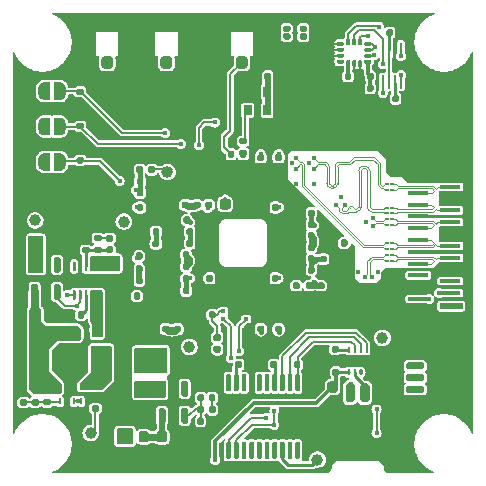
<source format=gbr>
G04 #@! TF.GenerationSoftware,KiCad,Pcbnew,8.0.4*
G04 #@! TF.CreationDate,2025-06-24T19:37:56-07:00*
G04 #@! TF.ProjectId,IMX585_MIPI_Breakout_v4,494d5835-3835-45f4-9d49-50495f427265,rev?*
G04 #@! TF.SameCoordinates,Original*
G04 #@! TF.FileFunction,Copper,L1,Top*
G04 #@! TF.FilePolarity,Positive*
%FSLAX46Y46*%
G04 Gerber Fmt 4.6, Leading zero omitted, Abs format (unit mm)*
G04 Created by KiCad (PCBNEW 8.0.4) date 2025-06-24 19:37:56*
%MOMM*%
%LPD*%
G01*
G04 APERTURE LIST*
G04 #@! TA.AperFunction,SMDPad,CuDef*
%ADD10R,0.600000X0.600000*%
G04 #@! TD*
G04 #@! TA.AperFunction,SMDPad,CuDef*
%ADD11R,0.400000X0.400000*%
G04 #@! TD*
G04 #@! TA.AperFunction,SMDPad,CuDef*
%ADD12R,0.300000X0.230000*%
G04 #@! TD*
G04 #@! TA.AperFunction,SMDPad,CuDef*
%ADD13C,1.000000*%
G04 #@! TD*
G04 #@! TA.AperFunction,SMDPad,CuDef*
%ADD14R,0.250000X0.500000*%
G04 #@! TD*
G04 #@! TA.AperFunction,SMDPad,CuDef*
%ADD15R,1.600000X0.900000*%
G04 #@! TD*
G04 #@! TA.AperFunction,SMDPad,CuDef*
%ADD16R,0.650000X0.850000*%
G04 #@! TD*
G04 #@! TA.AperFunction,SMDPad,CuDef*
%ADD17R,0.449999X0.299999*%
G04 #@! TD*
G04 #@! TA.AperFunction,SMDPad,CuDef*
%ADD18R,2.000000X1.200000*%
G04 #@! TD*
G04 #@! TA.AperFunction,SMDPad,CuDef*
%ADD19R,0.254000X1.168400*%
G04 #@! TD*
G04 #@! TA.AperFunction,SMDPad,CuDef*
%ADD20R,1.800000X0.300000*%
G04 #@! TD*
G04 #@! TA.AperFunction,SMDPad,CuDef*
%ADD21R,0.254000X0.482600*%
G04 #@! TD*
G04 #@! TA.AperFunction,ViaPad*
%ADD22C,0.450000*%
G04 #@! TD*
G04 #@! TA.AperFunction,Conductor*
%ADD23C,0.200000*%
G04 #@! TD*
G04 #@! TA.AperFunction,Conductor*
%ADD24C,0.400000*%
G04 #@! TD*
G04 #@! TA.AperFunction,Conductor*
%ADD25C,0.500000*%
G04 #@! TD*
G04 #@! TA.AperFunction,Conductor*
%ADD26C,0.300000*%
G04 #@! TD*
G04 #@! TA.AperFunction,Conductor*
%ADD27C,0.150000*%
G04 #@! TD*
G04 #@! TA.AperFunction,Conductor*
%ADD28C,0.250000*%
G04 #@! TD*
G04 #@! TA.AperFunction,Conductor*
%ADD29C,0.600000*%
G04 #@! TD*
G04 #@! TA.AperFunction,Conductor*
%ADD30C,0.100000*%
G04 #@! TD*
G04 #@! TA.AperFunction,Conductor*
%ADD31C,0.640000*%
G04 #@! TD*
G04 APERTURE END LIST*
D10*
G04 #@! TO.P,C13,1,1*
G04 #@! TO.N,+3.6V*
X89000000Y-78700000D03*
D11*
G04 #@! TO.P,C13,2,2*
G04 #@! TO.N,GND*
X89800000Y-78300000D03*
X89800000Y-79100000D03*
D10*
G04 #@! TO.P,C13,3,3*
G04 #@! TO.N,Net-(U3-SS_CTRL)*
X90600000Y-78700000D03*
G04 #@! TD*
G04 #@! TO.P,C33,1*
G04 #@! TO.N,GND*
G04 #@! TA.AperFunction,SMDPad,CuDef*
G36*
G01*
X96990000Y-69220000D02*
X96990000Y-68880000D01*
G75*
G02*
X97130000Y-68740000I140000J0D01*
G01*
X97410000Y-68740000D01*
G75*
G02*
X97550000Y-68880000I0J-140000D01*
G01*
X97550000Y-69220000D01*
G75*
G02*
X97410000Y-69360000I-140000J0D01*
G01*
X97130000Y-69360000D01*
G75*
G02*
X96990000Y-69220000I0J140000D01*
G01*
G37*
G04 #@! TD.AperFunction*
G04 #@! TO.P,C33,2*
G04 #@! TO.N,Net-(U4-VRHT)*
G04 #@! TA.AperFunction,SMDPad,CuDef*
G36*
G01*
X97950000Y-69220000D02*
X97950000Y-68880000D01*
G75*
G02*
X98090000Y-68740000I140000J0D01*
G01*
X98370000Y-68740000D01*
G75*
G02*
X98510000Y-68880000I0J-140000D01*
G01*
X98510000Y-69220000D01*
G75*
G02*
X98370000Y-69360000I-140000J0D01*
G01*
X98090000Y-69360000D01*
G75*
G02*
X97950000Y-69220000I0J140000D01*
G01*
G37*
G04 #@! TD.AperFunction*
G04 #@! TD*
D12*
G04 #@! TO.P,FL4,1,1*
G04 #@! TO.N,CAM_D2_N*
X115150000Y-71010000D03*
G04 #@! TO.P,FL4,2,2*
G04 #@! TO.N,/D2_N*
X115650000Y-71010000D03*
G04 #@! TO.P,FL4,3,3*
G04 #@! TO.N,/D2_P*
X115650000Y-71490000D03*
G04 #@! TO.P,FL4,4,4*
G04 #@! TO.N,CAM_D2_P*
X115150000Y-71490000D03*
G04 #@! TD*
G04 #@! TO.P,C43,1*
G04 #@! TO.N,GND*
G04 #@! TA.AperFunction,SMDPad,CuDef*
G36*
G01*
X104330000Y-77040000D02*
X104670000Y-77040000D01*
G75*
G02*
X104810000Y-77180000I0J-140000D01*
G01*
X104810000Y-77460000D01*
G75*
G02*
X104670000Y-77600000I-140000J0D01*
G01*
X104330000Y-77600000D01*
G75*
G02*
X104190000Y-77460000I0J140000D01*
G01*
X104190000Y-77180000D01*
G75*
G02*
X104330000Y-77040000I140000J0D01*
G01*
G37*
G04 #@! TD.AperFunction*
G04 #@! TO.P,C43,2*
G04 #@! TO.N,+1V1*
G04 #@! TA.AperFunction,SMDPad,CuDef*
G36*
G01*
X104330000Y-78000000D02*
X104670000Y-78000000D01*
G75*
G02*
X104810000Y-78140000I0J-140000D01*
G01*
X104810000Y-78420000D01*
G75*
G02*
X104670000Y-78560000I-140000J0D01*
G01*
X104330000Y-78560000D01*
G75*
G02*
X104190000Y-78420000I0J140000D01*
G01*
X104190000Y-78140000D01*
G75*
G02*
X104330000Y-78000000I140000J0D01*
G01*
G37*
G04 #@! TD.AperFunction*
G04 #@! TD*
G04 #@! TO.P,J1,1,Pin_1*
G04 #@! TO.N,GND*
G04 #@! TA.AperFunction,SMDPad,CuDef*
G36*
G01*
X116950000Y-80100000D02*
X118200000Y-80100000D01*
G75*
G02*
X118350000Y-80250000I0J-150000D01*
G01*
X118350000Y-80550000D01*
G75*
G02*
X118200000Y-80700000I-150000J0D01*
G01*
X116950000Y-80700000D01*
G75*
G02*
X116800000Y-80550000I0J150000D01*
G01*
X116800000Y-80250000D01*
G75*
G02*
X116950000Y-80100000I150000J0D01*
G01*
G37*
G04 #@! TD.AperFunction*
G04 #@! TO.P,J1,2,Pin_2*
G04 #@! TO.N,+3V3*
G04 #@! TA.AperFunction,SMDPad,CuDef*
G36*
G01*
X116950000Y-81100000D02*
X118200000Y-81100000D01*
G75*
G02*
X118350000Y-81250000I0J-150000D01*
G01*
X118350000Y-81550000D01*
G75*
G02*
X118200000Y-81700000I-150000J0D01*
G01*
X116950000Y-81700000D01*
G75*
G02*
X116800000Y-81550000I0J150000D01*
G01*
X116800000Y-81250000D01*
G75*
G02*
X116950000Y-81100000I150000J0D01*
G01*
G37*
G04 #@! TD.AperFunction*
G04 #@! TO.P,J1,3,Pin_3*
G04 #@! TO.N,SDA_3V3*
G04 #@! TA.AperFunction,SMDPad,CuDef*
G36*
G01*
X116950000Y-82100000D02*
X118200000Y-82100000D01*
G75*
G02*
X118350000Y-82250000I0J-150000D01*
G01*
X118350000Y-82550000D01*
G75*
G02*
X118200000Y-82700000I-150000J0D01*
G01*
X116950000Y-82700000D01*
G75*
G02*
X116800000Y-82550000I0J150000D01*
G01*
X116800000Y-82250000D01*
G75*
G02*
X116950000Y-82100000I150000J0D01*
G01*
G37*
G04 #@! TD.AperFunction*
G04 #@! TO.P,J1,4,Pin_4*
G04 #@! TO.N,SCL_3V3*
G04 #@! TA.AperFunction,SMDPad,CuDef*
G36*
G01*
X116950000Y-83100000D02*
X118200000Y-83100000D01*
G75*
G02*
X118350000Y-83250000I0J-150000D01*
G01*
X118350000Y-83550000D01*
G75*
G02*
X118200000Y-83700000I-150000J0D01*
G01*
X116950000Y-83700000D01*
G75*
G02*
X116800000Y-83550000I0J150000D01*
G01*
X116800000Y-83250000D01*
G75*
G02*
X116950000Y-83100000I150000J0D01*
G01*
G37*
G04 #@! TD.AperFunction*
G04 #@! TO.P,J1,MP,Shield*
G04 #@! TO.N,GND*
G04 #@! TA.AperFunction,SMDPad,CuDef*
G36*
G01*
X119450000Y-78500000D02*
X120750000Y-78500000D01*
G75*
G02*
X121000000Y-78750000I0J-250000D01*
G01*
X121000000Y-79450000D01*
G75*
G02*
X120750000Y-79700000I-250000J0D01*
G01*
X119450000Y-79700000D01*
G75*
G02*
X119200000Y-79450000I0J250000D01*
G01*
X119200000Y-78750000D01*
G75*
G02*
X119450000Y-78500000I250000J0D01*
G01*
G37*
G04 #@! TD.AperFunction*
G04 #@! TA.AperFunction,SMDPad,CuDef*
G36*
G01*
X119450000Y-84100000D02*
X120750000Y-84100000D01*
G75*
G02*
X121000000Y-84350000I0J-250000D01*
G01*
X121000000Y-85050000D01*
G75*
G02*
X120750000Y-85300000I-250000J0D01*
G01*
X119450000Y-85300000D01*
G75*
G02*
X119200000Y-85050000I0J250000D01*
G01*
X119200000Y-84350000D01*
G75*
G02*
X119450000Y-84100000I250000J0D01*
G01*
G37*
G04 #@! TD.AperFunction*
G04 #@! TD*
G04 #@! TO.P,C52,1*
G04 #@! TO.N,GND*
G04 #@! TA.AperFunction,SMDPad,CuDef*
G36*
G01*
X109590000Y-82120000D02*
X109590000Y-81780000D01*
G75*
G02*
X109730000Y-81640000I140000J0D01*
G01*
X110010000Y-81640000D01*
G75*
G02*
X110150000Y-81780000I0J-140000D01*
G01*
X110150000Y-82120000D01*
G75*
G02*
X110010000Y-82260000I-140000J0D01*
G01*
X109730000Y-82260000D01*
G75*
G02*
X109590000Y-82120000I0J140000D01*
G01*
G37*
G04 #@! TD.AperFunction*
G04 #@! TO.P,C52,2*
G04 #@! TO.N,+3.6V*
G04 #@! TA.AperFunction,SMDPad,CuDef*
G36*
G01*
X110550000Y-82120000D02*
X110550000Y-81780000D01*
G75*
G02*
X110690000Y-81640000I140000J0D01*
G01*
X110970000Y-81640000D01*
G75*
G02*
X111110000Y-81780000I0J-140000D01*
G01*
X111110000Y-82120000D01*
G75*
G02*
X110970000Y-82260000I-140000J0D01*
G01*
X110690000Y-82260000D01*
G75*
G02*
X110550000Y-82120000I0J140000D01*
G01*
G37*
G04 #@! TD.AperFunction*
G04 #@! TD*
G04 #@! TO.P,C4,1*
G04 #@! TO.N,GND*
G04 #@! TA.AperFunction,SMDPad,CuDef*
G36*
G01*
X96940000Y-74220000D02*
X96940000Y-73880000D01*
G75*
G02*
X97080000Y-73740000I140000J0D01*
G01*
X97360000Y-73740000D01*
G75*
G02*
X97500000Y-73880000I0J-140000D01*
G01*
X97500000Y-74220000D01*
G75*
G02*
X97360000Y-74360000I-140000J0D01*
G01*
X97080000Y-74360000D01*
G75*
G02*
X96940000Y-74220000I0J140000D01*
G01*
G37*
G04 #@! TD.AperFunction*
G04 #@! TO.P,C4,2*
G04 #@! TO.N,+3.3VA*
G04 #@! TA.AperFunction,SMDPad,CuDef*
G36*
G01*
X97900000Y-74220000D02*
X97900000Y-73880000D01*
G75*
G02*
X98040000Y-73740000I140000J0D01*
G01*
X98320000Y-73740000D01*
G75*
G02*
X98460000Y-73880000I0J-140000D01*
G01*
X98460000Y-74220000D01*
G75*
G02*
X98320000Y-74360000I-140000J0D01*
G01*
X98040000Y-74360000D01*
G75*
G02*
X97900000Y-74220000I0J140000D01*
G01*
G37*
G04 #@! TD.AperFunction*
G04 #@! TD*
G04 #@! TO.P,R12,1*
G04 #@! TO.N,GND*
G04 #@! TA.AperFunction,SMDPad,CuDef*
G36*
G01*
X89515000Y-70320000D02*
X89885000Y-70320000D01*
G75*
G02*
X90020000Y-70455000I0J-135000D01*
G01*
X90020000Y-70725000D01*
G75*
G02*
X89885000Y-70860000I-135000J0D01*
G01*
X89515000Y-70860000D01*
G75*
G02*
X89380000Y-70725000I0J135000D01*
G01*
X89380000Y-70455000D01*
G75*
G02*
X89515000Y-70320000I135000J0D01*
G01*
G37*
G04 #@! TD.AperFunction*
G04 #@! TO.P,R12,2*
G04 #@! TO.N,Net-(U3-FB)*
G04 #@! TA.AperFunction,SMDPad,CuDef*
G36*
G01*
X89515000Y-71340000D02*
X89885000Y-71340000D01*
G75*
G02*
X90020000Y-71475000I0J-135000D01*
G01*
X90020000Y-71745000D01*
G75*
G02*
X89885000Y-71880000I-135000J0D01*
G01*
X89515000Y-71880000D01*
G75*
G02*
X89380000Y-71745000I0J135000D01*
G01*
X89380000Y-71475000D01*
G75*
G02*
X89515000Y-71340000I135000J0D01*
G01*
G37*
G04 #@! TD.AperFunction*
G04 #@! TD*
G04 #@! TO.P,C25,1*
G04 #@! TO.N,GND*
G04 #@! TA.AperFunction,SMDPad,CuDef*
G36*
G01*
X96860000Y-69880000D02*
X96860000Y-70220000D01*
G75*
G02*
X96720000Y-70360000I-140000J0D01*
G01*
X96440000Y-70360000D01*
G75*
G02*
X96300000Y-70220000I0J140000D01*
G01*
X96300000Y-69880000D01*
G75*
G02*
X96440000Y-69740000I140000J0D01*
G01*
X96720000Y-69740000D01*
G75*
G02*
X96860000Y-69880000I0J-140000D01*
G01*
G37*
G04 #@! TD.AperFunction*
G04 #@! TO.P,C25,2*
G04 #@! TO.N,+3.3VA*
G04 #@! TA.AperFunction,SMDPad,CuDef*
G36*
G01*
X95900000Y-69880000D02*
X95900000Y-70220000D01*
G75*
G02*
X95760000Y-70360000I-140000J0D01*
G01*
X95480000Y-70360000D01*
G75*
G02*
X95340000Y-70220000I0J140000D01*
G01*
X95340000Y-69880000D01*
G75*
G02*
X95480000Y-69740000I140000J0D01*
G01*
X95760000Y-69740000D01*
G75*
G02*
X95900000Y-69880000I0J-140000D01*
G01*
G37*
G04 #@! TD.AperFunction*
G04 #@! TD*
G04 #@! TO.P,J4,1,In*
G04 #@! TO.N,XHS*
G04 #@! TA.AperFunction,SMDPad,CuDef*
G36*
G01*
X96750000Y-56250000D02*
X96250000Y-56250000D01*
G75*
G02*
X96000000Y-56000000I0J250000D01*
G01*
X96000000Y-55450000D01*
G75*
G02*
X96250000Y-55200000I250000J0D01*
G01*
X96750000Y-55200000D01*
G75*
G02*
X97000000Y-55450000I0J-250000D01*
G01*
X97000000Y-56000000D01*
G75*
G02*
X96750000Y-56250000I-250000J0D01*
G01*
G37*
G04 #@! TD.AperFunction*
G04 #@! TO.P,J4,2,Ext*
G04 #@! TO.N,GND*
G04 #@! TA.AperFunction,SMDPad,CuDef*
G36*
G01*
X95300000Y-55300000D02*
X94750000Y-55300000D01*
G75*
G02*
X94500000Y-55050000I0J250000D01*
G01*
X94500000Y-53350000D01*
G75*
G02*
X94750000Y-53100000I250000J0D01*
G01*
X95300000Y-53100000D01*
G75*
G02*
X95550000Y-53350000I0J-250000D01*
G01*
X95550000Y-55050000D01*
G75*
G02*
X95300000Y-55300000I-250000J0D01*
G01*
G37*
G04 #@! TD.AperFunction*
G04 #@! TA.AperFunction,SMDPad,CuDef*
G36*
G01*
X98250000Y-55300000D02*
X97700000Y-55300000D01*
G75*
G02*
X97450000Y-55050000I0J250000D01*
G01*
X97450000Y-53350000D01*
G75*
G02*
X97700000Y-53100000I250000J0D01*
G01*
X98250000Y-53100000D01*
G75*
G02*
X98500000Y-53350000I0J-250000D01*
G01*
X98500000Y-55050000D01*
G75*
G02*
X98250000Y-55300000I-250000J0D01*
G01*
G37*
G04 #@! TD.AperFunction*
G04 #@! TD*
G04 #@! TO.P,C27,1*
G04 #@! TO.N,GND*
G04 #@! TA.AperFunction,SMDPad,CuDef*
G36*
G01*
X95510000Y-65630000D02*
X95510000Y-65970000D01*
G75*
G02*
X95370000Y-66110000I-140000J0D01*
G01*
X95090000Y-66110000D01*
G75*
G02*
X94950000Y-65970000I0J140000D01*
G01*
X94950000Y-65630000D01*
G75*
G02*
X95090000Y-65490000I140000J0D01*
G01*
X95370000Y-65490000D01*
G75*
G02*
X95510000Y-65630000I0J-140000D01*
G01*
G37*
G04 #@! TD.AperFunction*
G04 #@! TO.P,C27,2*
G04 #@! TO.N,+1V8*
G04 #@! TA.AperFunction,SMDPad,CuDef*
G36*
G01*
X94550000Y-65630000D02*
X94550000Y-65970000D01*
G75*
G02*
X94410000Y-66110000I-140000J0D01*
G01*
X94130000Y-66110000D01*
G75*
G02*
X93990000Y-65970000I0J140000D01*
G01*
X93990000Y-65630000D01*
G75*
G02*
X94130000Y-65490000I140000J0D01*
G01*
X94410000Y-65490000D01*
G75*
G02*
X94550000Y-65630000I0J-140000D01*
G01*
G37*
G04 #@! TD.AperFunction*
G04 #@! TD*
G04 #@! TO.P,C36,1*
G04 #@! TO.N,+1V8*
G04 #@! TA.AperFunction,SMDPad,CuDef*
G36*
G01*
X105360000Y-56730000D02*
X105360000Y-57070000D01*
G75*
G02*
X105220000Y-57210000I-140000J0D01*
G01*
X104940000Y-57210000D01*
G75*
G02*
X104800000Y-57070000I0J140000D01*
G01*
X104800000Y-56730000D01*
G75*
G02*
X104940000Y-56590000I140000J0D01*
G01*
X105220000Y-56590000D01*
G75*
G02*
X105360000Y-56730000I0J-140000D01*
G01*
G37*
G04 #@! TD.AperFunction*
G04 #@! TO.P,C36,2*
G04 #@! TO.N,GND*
G04 #@! TA.AperFunction,SMDPad,CuDef*
G36*
G01*
X104400000Y-56730000D02*
X104400000Y-57070000D01*
G75*
G02*
X104260000Y-57210000I-140000J0D01*
G01*
X103980000Y-57210000D01*
G75*
G02*
X103840000Y-57070000I0J140000D01*
G01*
X103840000Y-56730000D01*
G75*
G02*
X103980000Y-56590000I140000J0D01*
G01*
X104260000Y-56590000D01*
G75*
G02*
X104400000Y-56730000I0J-140000D01*
G01*
G37*
G04 #@! TD.AperFunction*
G04 #@! TD*
G04 #@! TO.P,C34,1*
G04 #@! TO.N,GND*
G04 #@! TA.AperFunction,SMDPad,CuDef*
G36*
G01*
X101250000Y-65725000D02*
X101750000Y-65725000D01*
G75*
G02*
X101975000Y-65950000I0J-225000D01*
G01*
X101975000Y-66400000D01*
G75*
G02*
X101750000Y-66625000I-225000J0D01*
G01*
X101250000Y-66625000D01*
G75*
G02*
X101025000Y-66400000I0J225000D01*
G01*
X101025000Y-65950000D01*
G75*
G02*
X101250000Y-65725000I225000J0D01*
G01*
G37*
G04 #@! TD.AperFunction*
G04 #@! TO.P,C34,2*
G04 #@! TO.N,Net-(U4-VRLST)*
G04 #@! TA.AperFunction,SMDPad,CuDef*
G36*
G01*
X101250000Y-67275000D02*
X101750000Y-67275000D01*
G75*
G02*
X101975000Y-67500000I0J-225000D01*
G01*
X101975000Y-67950000D01*
G75*
G02*
X101750000Y-68175000I-225000J0D01*
G01*
X101250000Y-68175000D01*
G75*
G02*
X101025000Y-67950000I0J225000D01*
G01*
X101025000Y-67500000D01*
G75*
G02*
X101250000Y-67275000I225000J0D01*
G01*
G37*
G04 #@! TD.AperFunction*
G04 #@! TD*
G04 #@! TO.P,C21,1*
G04 #@! TO.N,GND*
G04 #@! TA.AperFunction,SMDPad,CuDef*
G36*
G01*
X108770000Y-75860000D02*
X108430000Y-75860000D01*
G75*
G02*
X108290000Y-75720000I0J140000D01*
G01*
X108290000Y-75440000D01*
G75*
G02*
X108430000Y-75300000I140000J0D01*
G01*
X108770000Y-75300000D01*
G75*
G02*
X108910000Y-75440000I0J-140000D01*
G01*
X108910000Y-75720000D01*
G75*
G02*
X108770000Y-75860000I-140000J0D01*
G01*
G37*
G04 #@! TD.AperFunction*
G04 #@! TO.P,C21,2*
G04 #@! TO.N,+1V8*
G04 #@! TA.AperFunction,SMDPad,CuDef*
G36*
G01*
X108770000Y-74900000D02*
X108430000Y-74900000D01*
G75*
G02*
X108290000Y-74760000I0J140000D01*
G01*
X108290000Y-74480000D01*
G75*
G02*
X108430000Y-74340000I140000J0D01*
G01*
X108770000Y-74340000D01*
G75*
G02*
X108910000Y-74480000I0J-140000D01*
G01*
X108910000Y-74760000D01*
G75*
G02*
X108770000Y-74900000I-140000J0D01*
G01*
G37*
G04 #@! TD.AperFunction*
G04 #@! TD*
G04 #@! TO.P,C31,1*
G04 #@! TO.N,GND*
G04 #@! TA.AperFunction,SMDPad,CuDef*
G36*
G01*
X95460000Y-71930000D02*
X95460000Y-72270000D01*
G75*
G02*
X95320000Y-72410000I-140000J0D01*
G01*
X95040000Y-72410000D01*
G75*
G02*
X94900000Y-72270000I0J140000D01*
G01*
X94900000Y-71930000D01*
G75*
G02*
X95040000Y-71790000I140000J0D01*
G01*
X95320000Y-71790000D01*
G75*
G02*
X95460000Y-71930000I0J-140000D01*
G01*
G37*
G04 #@! TD.AperFunction*
G04 #@! TO.P,C31,2*
G04 #@! TO.N,Net-(U4-VLOADLM)*
G04 #@! TA.AperFunction,SMDPad,CuDef*
G36*
G01*
X94500000Y-71930000D02*
X94500000Y-72270000D01*
G75*
G02*
X94360000Y-72410000I-140000J0D01*
G01*
X94080000Y-72410000D01*
G75*
G02*
X93940000Y-72270000I0J140000D01*
G01*
X93940000Y-71930000D01*
G75*
G02*
X94080000Y-71790000I140000J0D01*
G01*
X94360000Y-71790000D01*
G75*
G02*
X94500000Y-71930000I0J-140000D01*
G01*
G37*
G04 #@! TD.AperFunction*
G04 #@! TD*
G04 #@! TO.P,U11,1,AP_SDO/AP_AD0*
G04 #@! TO.N,GND*
G04 #@! TA.AperFunction,SMDPad,CuDef*
G36*
G01*
X110940000Y-54237500D02*
X110940000Y-54062500D01*
G75*
G02*
X111027500Y-53975000I87500J0D01*
G01*
X111442500Y-53975000D01*
G75*
G02*
X111530000Y-54062500I0J-87500D01*
G01*
X111530000Y-54237500D01*
G75*
G02*
X111442500Y-54325000I-87500J0D01*
G01*
X111027500Y-54325000D01*
G75*
G02*
X110940000Y-54237500I0J87500D01*
G01*
G37*
G04 #@! TD.AperFunction*
G04 #@! TO.P,U11,2,RESV_2*
G04 #@! TA.AperFunction,SMDPad,CuDef*
G36*
G01*
X110940000Y-54737500D02*
X110940000Y-54562500D01*
G75*
G02*
X111027500Y-54475000I87500J0D01*
G01*
X111442500Y-54475000D01*
G75*
G02*
X111530000Y-54562500I0J-87500D01*
G01*
X111530000Y-54737500D01*
G75*
G02*
X111442500Y-54825000I-87500J0D01*
G01*
X111027500Y-54825000D01*
G75*
G02*
X110940000Y-54737500I0J87500D01*
G01*
G37*
G04 #@! TD.AperFunction*
G04 #@! TO.P,U11,3,RESV_3*
G04 #@! TA.AperFunction,SMDPad,CuDef*
G36*
G01*
X110940000Y-55237500D02*
X110940000Y-55062500D01*
G75*
G02*
X111027500Y-54975000I87500J0D01*
G01*
X111442500Y-54975000D01*
G75*
G02*
X111530000Y-55062500I0J-87500D01*
G01*
X111530000Y-55237500D01*
G75*
G02*
X111442500Y-55325000I-87500J0D01*
G01*
X111027500Y-55325000D01*
G75*
G02*
X110940000Y-55237500I0J87500D01*
G01*
G37*
G04 #@! TD.AperFunction*
G04 #@! TO.P,U11,4,INT1/INT*
G04 #@! TO.N,unconnected-(U11-INT1{slash}INT-Pad4)*
G04 #@! TA.AperFunction,SMDPad,CuDef*
G36*
G01*
X110940000Y-55737500D02*
X110940000Y-55562500D01*
G75*
G02*
X111027500Y-55475000I87500J0D01*
G01*
X111442500Y-55475000D01*
G75*
G02*
X111530000Y-55562500I0J-87500D01*
G01*
X111530000Y-55737500D01*
G75*
G02*
X111442500Y-55825000I-87500J0D01*
G01*
X111027500Y-55825000D01*
G75*
G02*
X110940000Y-55737500I0J87500D01*
G01*
G37*
G04 #@! TD.AperFunction*
G04 #@! TO.P,U11,5,VDDIO*
G04 #@! TO.N,+1V8*
G04 #@! TA.AperFunction,SMDPad,CuDef*
G36*
G01*
X111987500Y-56110000D02*
X111812500Y-56110000D01*
G75*
G02*
X111725000Y-56022500I0J87500D01*
G01*
X111725000Y-55607500D01*
G75*
G02*
X111812500Y-55520000I87500J0D01*
G01*
X111987500Y-55520000D01*
G75*
G02*
X112075000Y-55607500I0J-87500D01*
G01*
X112075000Y-56022500D01*
G75*
G02*
X111987500Y-56110000I-87500J0D01*
G01*
G37*
G04 #@! TD.AperFunction*
G04 #@! TO.P,U11,6,GND*
G04 #@! TO.N,GND*
G04 #@! TA.AperFunction,SMDPad,CuDef*
G36*
G01*
X112487500Y-56110000D02*
X112312500Y-56110000D01*
G75*
G02*
X112225000Y-56022500I0J87500D01*
G01*
X112225000Y-55607500D01*
G75*
G02*
X112312500Y-55520000I87500J0D01*
G01*
X112487500Y-55520000D01*
G75*
G02*
X112575000Y-55607500I0J-87500D01*
G01*
X112575000Y-56022500D01*
G75*
G02*
X112487500Y-56110000I-87500J0D01*
G01*
G37*
G04 #@! TD.AperFunction*
G04 #@! TO.P,U11,7,RESV_7*
G04 #@! TA.AperFunction,SMDPad,CuDef*
G36*
G01*
X112987500Y-56110000D02*
X112812500Y-56110000D01*
G75*
G02*
X112725000Y-56022500I0J87500D01*
G01*
X112725000Y-55607500D01*
G75*
G02*
X112812500Y-55520000I87500J0D01*
G01*
X112987500Y-55520000D01*
G75*
G02*
X113075000Y-55607500I0J-87500D01*
G01*
X113075000Y-56022500D01*
G75*
G02*
X112987500Y-56110000I-87500J0D01*
G01*
G37*
G04 #@! TD.AperFunction*
G04 #@! TO.P,U11,8,VDD*
G04 #@! TO.N,+1V8*
G04 #@! TA.AperFunction,SMDPad,CuDef*
G36*
G01*
X113860000Y-55562500D02*
X113860000Y-55737500D01*
G75*
G02*
X113772500Y-55825000I-87500J0D01*
G01*
X113357500Y-55825000D01*
G75*
G02*
X113270000Y-55737500I0J87500D01*
G01*
X113270000Y-55562500D01*
G75*
G02*
X113357500Y-55475000I87500J0D01*
G01*
X113772500Y-55475000D01*
G75*
G02*
X113860000Y-55562500I0J-87500D01*
G01*
G37*
G04 #@! TD.AperFunction*
G04 #@! TO.P,U11,9,INT2/FSYNC/CLKIN*
G04 #@! TO.N,XVS*
G04 #@! TA.AperFunction,SMDPad,CuDef*
G36*
G01*
X113860000Y-55062500D02*
X113860000Y-55237500D01*
G75*
G02*
X113772500Y-55325000I-87500J0D01*
G01*
X113357500Y-55325000D01*
G75*
G02*
X113270000Y-55237500I0J87500D01*
G01*
X113270000Y-55062500D01*
G75*
G02*
X113357500Y-54975000I87500J0D01*
G01*
X113772500Y-54975000D01*
G75*
G02*
X113860000Y-55062500I0J-87500D01*
G01*
G37*
G04 #@! TD.AperFunction*
G04 #@! TO.P,U11,10,RESV_10*
G04 #@! TO.N,GND*
G04 #@! TA.AperFunction,SMDPad,CuDef*
G36*
G01*
X113860000Y-54562500D02*
X113860000Y-54737500D01*
G75*
G02*
X113772500Y-54825000I-87500J0D01*
G01*
X113357500Y-54825000D01*
G75*
G02*
X113270000Y-54737500I0J87500D01*
G01*
X113270000Y-54562500D01*
G75*
G02*
X113357500Y-54475000I87500J0D01*
G01*
X113772500Y-54475000D01*
G75*
G02*
X113860000Y-54562500I0J-87500D01*
G01*
G37*
G04 #@! TD.AperFunction*
G04 #@! TO.P,U11,11,RESV_11*
G04 #@! TA.AperFunction,SMDPad,CuDef*
G36*
G01*
X113860000Y-54062500D02*
X113860000Y-54237500D01*
G75*
G02*
X113772500Y-54325000I-87500J0D01*
G01*
X113357500Y-54325000D01*
G75*
G02*
X113270000Y-54237500I0J87500D01*
G01*
X113270000Y-54062500D01*
G75*
G02*
X113357500Y-53975000I87500J0D01*
G01*
X113772500Y-53975000D01*
G75*
G02*
X113860000Y-54062500I0J-87500D01*
G01*
G37*
G04 #@! TD.AperFunction*
G04 #@! TO.P,U11,12,AP_CS*
G04 #@! TO.N,+1V8*
G04 #@! TA.AperFunction,SMDPad,CuDef*
G36*
G01*
X112812500Y-53690000D02*
X112987500Y-53690000D01*
G75*
G02*
X113075000Y-53777500I0J-87500D01*
G01*
X113075000Y-54192500D01*
G75*
G02*
X112987500Y-54280000I-87500J0D01*
G01*
X112812500Y-54280000D01*
G75*
G02*
X112725000Y-54192500I0J87500D01*
G01*
X112725000Y-53777500D01*
G75*
G02*
X112812500Y-53690000I87500J0D01*
G01*
G37*
G04 #@! TD.AperFunction*
G04 #@! TO.P,U11,13,AP_SCL/AP_SCLK*
G04 #@! TO.N,SCL_1V8*
G04 #@! TA.AperFunction,SMDPad,CuDef*
G36*
G01*
X112312500Y-53690000D02*
X112487500Y-53690000D01*
G75*
G02*
X112575000Y-53777500I0J-87500D01*
G01*
X112575000Y-54192500D01*
G75*
G02*
X112487500Y-54280000I-87500J0D01*
G01*
X112312500Y-54280000D01*
G75*
G02*
X112225000Y-54192500I0J87500D01*
G01*
X112225000Y-53777500D01*
G75*
G02*
X112312500Y-53690000I87500J0D01*
G01*
G37*
G04 #@! TD.AperFunction*
G04 #@! TO.P,U11,14,AP_SDA/AP_SDIO/AP_SDI*
G04 #@! TO.N,SDA_1V8*
G04 #@! TA.AperFunction,SMDPad,CuDef*
G36*
G01*
X111812500Y-53690000D02*
X111987500Y-53690000D01*
G75*
G02*
X112075000Y-53777500I0J-87500D01*
G01*
X112075000Y-54192500D01*
G75*
G02*
X111987500Y-54280000I-87500J0D01*
G01*
X111812500Y-54280000D01*
G75*
G02*
X111725000Y-54192500I0J87500D01*
G01*
X111725000Y-53777500D01*
G75*
G02*
X111812500Y-53690000I87500J0D01*
G01*
G37*
G04 #@! TD.AperFunction*
G04 #@! TD*
G04 #@! TO.P,C26,1*
G04 #@! TO.N,GND*
G04 #@! TA.AperFunction,SMDPad,CuDef*
G36*
G01*
X97280000Y-77040000D02*
X97620000Y-77040000D01*
G75*
G02*
X97760000Y-77180000I0J-140000D01*
G01*
X97760000Y-77460000D01*
G75*
G02*
X97620000Y-77600000I-140000J0D01*
G01*
X97280000Y-77600000D01*
G75*
G02*
X97140000Y-77460000I0J140000D01*
G01*
X97140000Y-77180000D01*
G75*
G02*
X97280000Y-77040000I140000J0D01*
G01*
G37*
G04 #@! TD.AperFunction*
G04 #@! TO.P,C26,2*
G04 #@! TO.N,+1V1*
G04 #@! TA.AperFunction,SMDPad,CuDef*
G36*
G01*
X97280000Y-78000000D02*
X97620000Y-78000000D01*
G75*
G02*
X97760000Y-78140000I0J-140000D01*
G01*
X97760000Y-78420000D01*
G75*
G02*
X97620000Y-78560000I-140000J0D01*
G01*
X97280000Y-78560000D01*
G75*
G02*
X97140000Y-78420000I0J140000D01*
G01*
X97140000Y-78140000D01*
G75*
G02*
X97280000Y-78000000I140000J0D01*
G01*
G37*
G04 #@! TD.AperFunction*
G04 #@! TD*
G04 #@! TO.P,U2,1,IN*
G04 #@! TO.N,+3.6V*
G04 #@! TA.AperFunction,SMDPad,CuDef*
G36*
G01*
X85500000Y-75800000D02*
X85200000Y-75800000D01*
G75*
G02*
X85050000Y-75650000I0J150000D01*
G01*
X85050000Y-74625000D01*
G75*
G02*
X85200000Y-74475000I150000J0D01*
G01*
X85500000Y-74475000D01*
G75*
G02*
X85650000Y-74625000I0J-150000D01*
G01*
X85650000Y-75650000D01*
G75*
G02*
X85500000Y-75800000I-150000J0D01*
G01*
G37*
G04 #@! TD.AperFunction*
G04 #@! TO.P,U2,2,GND*
G04 #@! TO.N,GND*
G04 #@! TA.AperFunction,SMDPad,CuDef*
G36*
G01*
X86450000Y-75800000D02*
X86150000Y-75800000D01*
G75*
G02*
X86000000Y-75650000I0J150000D01*
G01*
X86000000Y-74625000D01*
G75*
G02*
X86150000Y-74475000I150000J0D01*
G01*
X86450000Y-74475000D01*
G75*
G02*
X86600000Y-74625000I0J-150000D01*
G01*
X86600000Y-75650000D01*
G75*
G02*
X86450000Y-75800000I-150000J0D01*
G01*
G37*
G04 #@! TD.AperFunction*
G04 #@! TO.P,U2,3,EN*
G04 #@! TO.N,CAM_EN*
G04 #@! TA.AperFunction,SMDPad,CuDef*
G36*
G01*
X87400000Y-75800000D02*
X87100000Y-75800000D01*
G75*
G02*
X86950000Y-75650000I0J150000D01*
G01*
X86950000Y-74625000D01*
G75*
G02*
X87100000Y-74475000I150000J0D01*
G01*
X87400000Y-74475000D01*
G75*
G02*
X87550000Y-74625000I0J-150000D01*
G01*
X87550000Y-75650000D01*
G75*
G02*
X87400000Y-75800000I-150000J0D01*
G01*
G37*
G04 #@! TD.AperFunction*
G04 #@! TO.P,U2,4,NC*
G04 #@! TO.N,unconnected-(U2-NC-Pad4)*
G04 #@! TA.AperFunction,SMDPad,CuDef*
G36*
G01*
X87400000Y-73525000D02*
X87100000Y-73525000D01*
G75*
G02*
X86950000Y-73375000I0J150000D01*
G01*
X86950000Y-72350000D01*
G75*
G02*
X87100000Y-72200000I150000J0D01*
G01*
X87400000Y-72200000D01*
G75*
G02*
X87550000Y-72350000I0J-150000D01*
G01*
X87550000Y-73375000D01*
G75*
G02*
X87400000Y-73525000I-150000J0D01*
G01*
G37*
G04 #@! TD.AperFunction*
G04 #@! TO.P,U2,5,OUT*
G04 #@! TO.N,+1V8*
G04 #@! TA.AperFunction,SMDPad,CuDef*
G36*
G01*
X85500000Y-73525000D02*
X85200000Y-73525000D01*
G75*
G02*
X85050000Y-73375000I0J150000D01*
G01*
X85050000Y-72350000D01*
G75*
G02*
X85200000Y-72200000I150000J0D01*
G01*
X85500000Y-72200000D01*
G75*
G02*
X85650000Y-72350000I0J-150000D01*
G01*
X85650000Y-73375000D01*
G75*
G02*
X85500000Y-73525000I-150000J0D01*
G01*
G37*
G04 #@! TD.AperFunction*
G04 #@! TD*
G04 #@! TO.P,C54,1*
G04 #@! TO.N,NRST*
G04 #@! TA.AperFunction,SMDPad,CuDef*
G36*
G01*
X105860000Y-81130000D02*
X105860000Y-81470000D01*
G75*
G02*
X105720000Y-81610000I-140000J0D01*
G01*
X105440000Y-81610000D01*
G75*
G02*
X105300000Y-81470000I0J140000D01*
G01*
X105300000Y-81130000D01*
G75*
G02*
X105440000Y-80990000I140000J0D01*
G01*
X105720000Y-80990000D01*
G75*
G02*
X105860000Y-81130000I0J-140000D01*
G01*
G37*
G04 #@! TD.AperFunction*
G04 #@! TO.P,C54,2*
G04 #@! TO.N,GND*
G04 #@! TA.AperFunction,SMDPad,CuDef*
G36*
G01*
X104900000Y-81130000D02*
X104900000Y-81470000D01*
G75*
G02*
X104760000Y-81610000I-140000J0D01*
G01*
X104480000Y-81610000D01*
G75*
G02*
X104340000Y-81470000I0J140000D01*
G01*
X104340000Y-81130000D01*
G75*
G02*
X104480000Y-80990000I140000J0D01*
G01*
X104760000Y-80990000D01*
G75*
G02*
X104900000Y-81130000I0J-140000D01*
G01*
G37*
G04 #@! TD.AperFunction*
G04 #@! TD*
G04 #@! TO.P,FB3,1*
G04 #@! TO.N,+3V3*
G04 #@! TA.AperFunction,SMDPad,CuDef*
G36*
G01*
X92575000Y-87656250D02*
X92575000Y-87143750D01*
G75*
G02*
X92793750Y-86925000I218750J0D01*
G01*
X93231250Y-86925000D01*
G75*
G02*
X93450000Y-87143750I0J-218750D01*
G01*
X93450000Y-87656250D01*
G75*
G02*
X93231250Y-87875000I-218750J0D01*
G01*
X92793750Y-87875000D01*
G75*
G02*
X92575000Y-87656250I0J218750D01*
G01*
G37*
G04 #@! TD.AperFunction*
G04 #@! TO.P,FB3,2*
G04 #@! TO.N,Net-(U1-VIN)*
G04 #@! TA.AperFunction,SMDPad,CuDef*
G36*
G01*
X94150000Y-87656250D02*
X94150000Y-87143750D01*
G75*
G02*
X94368750Y-86925000I218750J0D01*
G01*
X94806250Y-86925000D01*
G75*
G02*
X95025000Y-87143750I0J-218750D01*
G01*
X95025000Y-87656250D01*
G75*
G02*
X94806250Y-87875000I-218750J0D01*
G01*
X94368750Y-87875000D01*
G75*
G02*
X94150000Y-87656250I0J218750D01*
G01*
G37*
G04 #@! TD.AperFunction*
G04 #@! TD*
G04 #@! TO.P,R3,1*
G04 #@! TO.N,GND*
G04 #@! TA.AperFunction,SMDPad,CuDef*
G36*
G01*
X89015000Y-62720000D02*
X89385000Y-62720000D01*
G75*
G02*
X89520000Y-62855000I0J-135000D01*
G01*
X89520000Y-63125000D01*
G75*
G02*
X89385000Y-63260000I-135000J0D01*
G01*
X89015000Y-63260000D01*
G75*
G02*
X88880000Y-63125000I0J135000D01*
G01*
X88880000Y-62855000D01*
G75*
G02*
X89015000Y-62720000I135000J0D01*
G01*
G37*
G04 #@! TD.AperFunction*
G04 #@! TO.P,R3,2*
G04 #@! TO.N,XMASTER*
G04 #@! TA.AperFunction,SMDPad,CuDef*
G36*
G01*
X89015000Y-63740000D02*
X89385000Y-63740000D01*
G75*
G02*
X89520000Y-63875000I0J-135000D01*
G01*
X89520000Y-64145000D01*
G75*
G02*
X89385000Y-64280000I-135000J0D01*
G01*
X89015000Y-64280000D01*
G75*
G02*
X88880000Y-64145000I0J135000D01*
G01*
X88880000Y-63875000D01*
G75*
G02*
X89015000Y-63740000I135000J0D01*
G01*
G37*
G04 #@! TD.AperFunction*
G04 #@! TD*
G04 #@! TO.P,R1,1*
G04 #@! TO.N,+1V1*
G04 #@! TA.AperFunction,SMDPad,CuDef*
G36*
G01*
X100680000Y-84915000D02*
X100680000Y-85285000D01*
G75*
G02*
X100545000Y-85420000I-135000J0D01*
G01*
X100275000Y-85420000D01*
G75*
G02*
X100140000Y-85285000I0J135000D01*
G01*
X100140000Y-84915000D01*
G75*
G02*
X100275000Y-84780000I135000J0D01*
G01*
X100545000Y-84780000D01*
G75*
G02*
X100680000Y-84915000I0J-135000D01*
G01*
G37*
G04 #@! TD.AperFunction*
G04 #@! TO.P,R1,2*
G04 #@! TO.N,Net-(U1-FB)*
G04 #@! TA.AperFunction,SMDPad,CuDef*
G36*
G01*
X99660000Y-84915000D02*
X99660000Y-85285000D01*
G75*
G02*
X99525000Y-85420000I-135000J0D01*
G01*
X99255000Y-85420000D01*
G75*
G02*
X99120000Y-85285000I0J135000D01*
G01*
X99120000Y-84915000D01*
G75*
G02*
X99255000Y-84780000I135000J0D01*
G01*
X99525000Y-84780000D01*
G75*
G02*
X99660000Y-84915000I0J-135000D01*
G01*
G37*
G04 #@! TD.AperFunction*
G04 #@! TD*
G04 #@! TO.P,C47,1*
G04 #@! TO.N,GND*
G04 #@! TA.AperFunction,SMDPad,CuDef*
G36*
G01*
X105830000Y-77040000D02*
X106170000Y-77040000D01*
G75*
G02*
X106310000Y-77180000I0J-140000D01*
G01*
X106310000Y-77460000D01*
G75*
G02*
X106170000Y-77600000I-140000J0D01*
G01*
X105830000Y-77600000D01*
G75*
G02*
X105690000Y-77460000I0J140000D01*
G01*
X105690000Y-77180000D01*
G75*
G02*
X105830000Y-77040000I140000J0D01*
G01*
G37*
G04 #@! TD.AperFunction*
G04 #@! TO.P,C47,2*
G04 #@! TO.N,+1V1*
G04 #@! TA.AperFunction,SMDPad,CuDef*
G36*
G01*
X105830000Y-78000000D02*
X106170000Y-78000000D01*
G75*
G02*
X106310000Y-78140000I0J-140000D01*
G01*
X106310000Y-78420000D01*
G75*
G02*
X106170000Y-78560000I-140000J0D01*
G01*
X105830000Y-78560000D01*
G75*
G02*
X105690000Y-78420000I0J140000D01*
G01*
X105690000Y-78140000D01*
G75*
G02*
X105830000Y-78000000I140000J0D01*
G01*
G37*
G04 #@! TD.AperFunction*
G04 #@! TD*
G04 #@! TO.P,FL3,1,1*
G04 #@! TO.N,CAM_CLK_N*
X115150000Y-69010000D03*
G04 #@! TO.P,FL3,2,2*
G04 #@! TO.N,/CLK_N*
X115650000Y-69010000D03*
G04 #@! TO.P,FL3,3,3*
G04 #@! TO.N,/CLK_P*
X115650000Y-69490000D03*
G04 #@! TO.P,FL3,4,4*
G04 #@! TO.N,CAM_CLK_P*
X115150000Y-69490000D03*
G04 #@! TD*
G04 #@! TO.P,C64,1*
G04 #@! TO.N,GND*
G04 #@! TA.AperFunction,SMDPad,CuDef*
G36*
G01*
X108575000Y-83450000D02*
X108575000Y-82950000D01*
G75*
G02*
X108800000Y-82725000I225000J0D01*
G01*
X109250000Y-82725000D01*
G75*
G02*
X109475000Y-82950000I0J-225000D01*
G01*
X109475000Y-83450000D01*
G75*
G02*
X109250000Y-83675000I-225000J0D01*
G01*
X108800000Y-83675000D01*
G75*
G02*
X108575000Y-83450000I0J225000D01*
G01*
G37*
G04 #@! TD.AperFunction*
G04 #@! TO.P,C64,2*
G04 #@! TO.N,+3.6V*
G04 #@! TA.AperFunction,SMDPad,CuDef*
G36*
G01*
X110125000Y-83450000D02*
X110125000Y-82950000D01*
G75*
G02*
X110350000Y-82725000I225000J0D01*
G01*
X110800000Y-82725000D01*
G75*
G02*
X111025000Y-82950000I0J-225000D01*
G01*
X111025000Y-83450000D01*
G75*
G02*
X110800000Y-83675000I-225000J0D01*
G01*
X110350000Y-83675000D01*
G75*
G02*
X110125000Y-83450000I0J225000D01*
G01*
G37*
G04 #@! TD.AperFunction*
G04 #@! TD*
G04 #@! TO.P,C59,1*
G04 #@! TO.N,GND*
G04 #@! TA.AperFunction,SMDPad,CuDef*
G36*
G01*
X88675000Y-81950000D02*
X88675000Y-81450000D01*
G75*
G02*
X88900000Y-81225000I225000J0D01*
G01*
X89350000Y-81225000D01*
G75*
G02*
X89575000Y-81450000I0J-225000D01*
G01*
X89575000Y-81950000D01*
G75*
G02*
X89350000Y-82175000I-225000J0D01*
G01*
X88900000Y-82175000D01*
G75*
G02*
X88675000Y-81950000I0J225000D01*
G01*
G37*
G04 #@! TD.AperFunction*
G04 #@! TO.P,C59,2*
G04 #@! TO.N,+3V3*
G04 #@! TA.AperFunction,SMDPad,CuDef*
G36*
G01*
X90225000Y-81950000D02*
X90225000Y-81450000D01*
G75*
G02*
X90450000Y-81225000I225000J0D01*
G01*
X90900000Y-81225000D01*
G75*
G02*
X91125000Y-81450000I0J-225000D01*
G01*
X91125000Y-81950000D01*
G75*
G02*
X90900000Y-82175000I-225000J0D01*
G01*
X90450000Y-82175000D01*
G75*
G02*
X90225000Y-81950000I0J225000D01*
G01*
G37*
G04 #@! TD.AperFunction*
G04 #@! TD*
G04 #@! TO.P,C55,1*
G04 #@! TO.N,+1V8*
G04 #@! TA.AperFunction,SMDPad,CuDef*
G36*
G01*
X115140000Y-53370000D02*
X115140000Y-53030000D01*
G75*
G02*
X115280000Y-52890000I140000J0D01*
G01*
X115560000Y-52890000D01*
G75*
G02*
X115700000Y-53030000I0J-140000D01*
G01*
X115700000Y-53370000D01*
G75*
G02*
X115560000Y-53510000I-140000J0D01*
G01*
X115280000Y-53510000D01*
G75*
G02*
X115140000Y-53370000I0J140000D01*
G01*
G37*
G04 #@! TD.AperFunction*
G04 #@! TO.P,C55,2*
G04 #@! TO.N,GND*
G04 #@! TA.AperFunction,SMDPad,CuDef*
G36*
G01*
X116100000Y-53370000D02*
X116100000Y-53030000D01*
G75*
G02*
X116240000Y-52890000I140000J0D01*
G01*
X116520000Y-52890000D01*
G75*
G02*
X116660000Y-53030000I0J-140000D01*
G01*
X116660000Y-53370000D01*
G75*
G02*
X116520000Y-53510000I-140000J0D01*
G01*
X116240000Y-53510000D01*
G75*
G02*
X116100000Y-53370000I0J140000D01*
G01*
G37*
G04 #@! TD.AperFunction*
G04 #@! TD*
G04 #@! TO.P,C9,1*
G04 #@! TO.N,GND*
G04 #@! TA.AperFunction,SMDPad,CuDef*
G36*
G01*
X107540000Y-71570000D02*
X107540000Y-71230000D01*
G75*
G02*
X107680000Y-71090000I140000J0D01*
G01*
X107960000Y-71090000D01*
G75*
G02*
X108100000Y-71230000I0J-140000D01*
G01*
X108100000Y-71570000D01*
G75*
G02*
X107960000Y-71710000I-140000J0D01*
G01*
X107680000Y-71710000D01*
G75*
G02*
X107540000Y-71570000I0J140000D01*
G01*
G37*
G04 #@! TD.AperFunction*
G04 #@! TO.P,C9,2*
G04 #@! TO.N,+1V1*
G04 #@! TA.AperFunction,SMDPad,CuDef*
G36*
G01*
X108500000Y-71570000D02*
X108500000Y-71230000D01*
G75*
G02*
X108640000Y-71090000I140000J0D01*
G01*
X108920000Y-71090000D01*
G75*
G02*
X109060000Y-71230000I0J-140000D01*
G01*
X109060000Y-71570000D01*
G75*
G02*
X108920000Y-71710000I-140000J0D01*
G01*
X108640000Y-71710000D01*
G75*
G02*
X108500000Y-71570000I0J140000D01*
G01*
G37*
G04 #@! TD.AperFunction*
G04 #@! TD*
D13*
G04 #@! TO.P,TP2,1,1*
G04 #@! TO.N,+1V8*
X85400000Y-69100000D03*
G04 #@! TD*
G04 #@! TO.P,U1,1,EN*
G04 #@! TO.N,CAM_EN*
G04 #@! TA.AperFunction,SMDPad,CuDef*
G36*
G01*
X97900000Y-82700000D02*
X98200000Y-82700000D01*
G75*
G02*
X98350000Y-82850000I0J-150000D01*
G01*
X98350000Y-83875000D01*
G75*
G02*
X98200000Y-84025000I-150000J0D01*
G01*
X97900000Y-84025000D01*
G75*
G02*
X97750000Y-83875000I0J150000D01*
G01*
X97750000Y-82850000D01*
G75*
G02*
X97900000Y-82700000I150000J0D01*
G01*
G37*
G04 #@! TD.AperFunction*
G04 #@! TO.P,U1,2,GND*
G04 #@! TO.N,GND*
G04 #@! TA.AperFunction,SMDPad,CuDef*
G36*
G01*
X96950000Y-82700000D02*
X97250000Y-82700000D01*
G75*
G02*
X97400000Y-82850000I0J-150000D01*
G01*
X97400000Y-83875000D01*
G75*
G02*
X97250000Y-84025000I-150000J0D01*
G01*
X96950000Y-84025000D01*
G75*
G02*
X96800000Y-83875000I0J150000D01*
G01*
X96800000Y-82850000D01*
G75*
G02*
X96950000Y-82700000I150000J0D01*
G01*
G37*
G04 #@! TD.AperFunction*
G04 #@! TO.P,U1,3,SW*
G04 #@! TO.N,Net-(U1-SW)*
G04 #@! TA.AperFunction,SMDPad,CuDef*
G36*
G01*
X96000000Y-82700000D02*
X96300000Y-82700000D01*
G75*
G02*
X96450000Y-82850000I0J-150000D01*
G01*
X96450000Y-83875000D01*
G75*
G02*
X96300000Y-84025000I-150000J0D01*
G01*
X96000000Y-84025000D01*
G75*
G02*
X95850000Y-83875000I0J150000D01*
G01*
X95850000Y-82850000D01*
G75*
G02*
X96000000Y-82700000I150000J0D01*
G01*
G37*
G04 #@! TD.AperFunction*
G04 #@! TO.P,U1,4,VIN*
G04 #@! TO.N,Net-(U1-VIN)*
G04 #@! TA.AperFunction,SMDPad,CuDef*
G36*
G01*
X96000000Y-84975000D02*
X96300000Y-84975000D01*
G75*
G02*
X96450000Y-85125000I0J-150000D01*
G01*
X96450000Y-86150000D01*
G75*
G02*
X96300000Y-86300000I-150000J0D01*
G01*
X96000000Y-86300000D01*
G75*
G02*
X95850000Y-86150000I0J150000D01*
G01*
X95850000Y-85125000D01*
G75*
G02*
X96000000Y-84975000I150000J0D01*
G01*
G37*
G04 #@! TD.AperFunction*
G04 #@! TO.P,U1,5,FB*
G04 #@! TO.N,Net-(U1-FB)*
G04 #@! TA.AperFunction,SMDPad,CuDef*
G36*
G01*
X97900000Y-84975000D02*
X98200000Y-84975000D01*
G75*
G02*
X98350000Y-85125000I0J-150000D01*
G01*
X98350000Y-86150000D01*
G75*
G02*
X98200000Y-86300000I-150000J0D01*
G01*
X97900000Y-86300000D01*
G75*
G02*
X97750000Y-86150000I0J150000D01*
G01*
X97750000Y-85125000D01*
G75*
G02*
X97900000Y-84975000I150000J0D01*
G01*
G37*
G04 #@! TD.AperFunction*
G04 #@! TD*
G04 #@! TO.P,C20,1*
G04 #@! TO.N,GND*
G04 #@! TA.AperFunction,SMDPad,CuDef*
G36*
G01*
X95460000Y-74030000D02*
X95460000Y-74370000D01*
G75*
G02*
X95320000Y-74510000I-140000J0D01*
G01*
X95040000Y-74510000D01*
G75*
G02*
X94900000Y-74370000I0J140000D01*
G01*
X94900000Y-74030000D01*
G75*
G02*
X95040000Y-73890000I140000J0D01*
G01*
X95320000Y-73890000D01*
G75*
G02*
X95460000Y-74030000I0J-140000D01*
G01*
G37*
G04 #@! TD.AperFunction*
G04 #@! TO.P,C20,2*
G04 #@! TO.N,+1V1*
G04 #@! TA.AperFunction,SMDPad,CuDef*
G36*
G01*
X94500000Y-74030000D02*
X94500000Y-74370000D01*
G75*
G02*
X94360000Y-74510000I-140000J0D01*
G01*
X94080000Y-74510000D01*
G75*
G02*
X93940000Y-74370000I0J140000D01*
G01*
X93940000Y-74030000D01*
G75*
G02*
X94080000Y-73890000I140000J0D01*
G01*
X94360000Y-73890000D01*
G75*
G02*
X94500000Y-74030000I0J-140000D01*
G01*
G37*
G04 #@! TD.AperFunction*
G04 #@! TD*
G04 #@! TO.P,R11,1*
G04 #@! TO.N,SLEEP*
G04 #@! TA.AperFunction,SMDPad,CuDef*
G36*
G01*
X107320000Y-81485000D02*
X107320000Y-81115000D01*
G75*
G02*
X107455000Y-80980000I135000J0D01*
G01*
X107725000Y-80980000D01*
G75*
G02*
X107860000Y-81115000I0J-135000D01*
G01*
X107860000Y-81485000D01*
G75*
G02*
X107725000Y-81620000I-135000J0D01*
G01*
X107455000Y-81620000D01*
G75*
G02*
X107320000Y-81485000I0J135000D01*
G01*
G37*
G04 #@! TD.AperFunction*
G04 #@! TO.P,R11,2*
G04 #@! TO.N,GND*
G04 #@! TA.AperFunction,SMDPad,CuDef*
G36*
G01*
X108340000Y-81485000D02*
X108340000Y-81115000D01*
G75*
G02*
X108475000Y-80980000I135000J0D01*
G01*
X108745000Y-80980000D01*
G75*
G02*
X108880000Y-81115000I0J-135000D01*
G01*
X108880000Y-81485000D01*
G75*
G02*
X108745000Y-81620000I-135000J0D01*
G01*
X108475000Y-81620000D01*
G75*
G02*
X108340000Y-81485000I0J135000D01*
G01*
G37*
G04 #@! TD.AperFunction*
G04 #@! TD*
G04 #@! TO.P,R6,1*
G04 #@! TO.N,CAM_EN*
G04 #@! TA.AperFunction,SMDPad,CuDef*
G36*
G01*
X90685000Y-85280000D02*
X90315000Y-85280000D01*
G75*
G02*
X90180000Y-85145000I0J135000D01*
G01*
X90180000Y-84875000D01*
G75*
G02*
X90315000Y-84740000I135000J0D01*
G01*
X90685000Y-84740000D01*
G75*
G02*
X90820000Y-84875000I0J-135000D01*
G01*
X90820000Y-85145000D01*
G75*
G02*
X90685000Y-85280000I-135000J0D01*
G01*
G37*
G04 #@! TD.AperFunction*
G04 #@! TO.P,R6,2*
G04 #@! TO.N,GND*
G04 #@! TA.AperFunction,SMDPad,CuDef*
G36*
G01*
X90685000Y-84260000D02*
X90315000Y-84260000D01*
G75*
G02*
X90180000Y-84125000I0J135000D01*
G01*
X90180000Y-83855000D01*
G75*
G02*
X90315000Y-83720000I135000J0D01*
G01*
X90685000Y-83720000D01*
G75*
G02*
X90820000Y-83855000I0J-135000D01*
G01*
X90820000Y-84125000D01*
G75*
G02*
X90685000Y-84260000I-135000J0D01*
G01*
G37*
G04 #@! TD.AperFunction*
G04 #@! TD*
G04 #@! TO.P,C29,1*
G04 #@! TO.N,GND*
G04 #@! TA.AperFunction,SMDPad,CuDef*
G36*
G01*
X96280000Y-77040000D02*
X96620000Y-77040000D01*
G75*
G02*
X96760000Y-77180000I0J-140000D01*
G01*
X96760000Y-77460000D01*
G75*
G02*
X96620000Y-77600000I-140000J0D01*
G01*
X96280000Y-77600000D01*
G75*
G02*
X96140000Y-77460000I0J140000D01*
G01*
X96140000Y-77180000D01*
G75*
G02*
X96280000Y-77040000I140000J0D01*
G01*
G37*
G04 #@! TD.AperFunction*
G04 #@! TO.P,C29,2*
G04 #@! TO.N,+1V1*
G04 #@! TA.AperFunction,SMDPad,CuDef*
G36*
G01*
X96280000Y-78000000D02*
X96620000Y-78000000D01*
G75*
G02*
X96760000Y-78140000I0J-140000D01*
G01*
X96760000Y-78420000D01*
G75*
G02*
X96620000Y-78560000I-140000J0D01*
G01*
X96280000Y-78560000D01*
G75*
G02*
X96140000Y-78420000I0J140000D01*
G01*
X96140000Y-78140000D01*
G75*
G02*
X96280000Y-78000000I140000J0D01*
G01*
G37*
G04 #@! TD.AperFunction*
G04 #@! TD*
G04 #@! TO.P,R5,1*
G04 #@! TO.N,ADDR0*
G04 #@! TA.AperFunction,SMDPad,CuDef*
G36*
G01*
X89385000Y-58480000D02*
X89015000Y-58480000D01*
G75*
G02*
X88880000Y-58345000I0J135000D01*
G01*
X88880000Y-58075000D01*
G75*
G02*
X89015000Y-57940000I135000J0D01*
G01*
X89385000Y-57940000D01*
G75*
G02*
X89520000Y-58075000I0J-135000D01*
G01*
X89520000Y-58345000D01*
G75*
G02*
X89385000Y-58480000I-135000J0D01*
G01*
G37*
G04 #@! TD.AperFunction*
G04 #@! TO.P,R5,2*
G04 #@! TO.N,GND*
G04 #@! TA.AperFunction,SMDPad,CuDef*
G36*
G01*
X89385000Y-57460000D02*
X89015000Y-57460000D01*
G75*
G02*
X88880000Y-57325000I0J135000D01*
G01*
X88880000Y-57055000D01*
G75*
G02*
X89015000Y-56920000I135000J0D01*
G01*
X89385000Y-56920000D01*
G75*
G02*
X89520000Y-57055000I0J-135000D01*
G01*
X89520000Y-57325000D01*
G75*
G02*
X89385000Y-57460000I-135000J0D01*
G01*
G37*
G04 #@! TD.AperFunction*
G04 #@! TD*
G04 #@! TO.P,R9,1*
G04 #@! TO.N,+1V8*
G04 #@! TA.AperFunction,SMDPad,CuDef*
G36*
G01*
X93970000Y-64985000D02*
X93970000Y-64615000D01*
G75*
G02*
X94105000Y-64480000I135000J0D01*
G01*
X94375000Y-64480000D01*
G75*
G02*
X94510000Y-64615000I0J-135000D01*
G01*
X94510000Y-64985000D01*
G75*
G02*
X94375000Y-65120000I-135000J0D01*
G01*
X94105000Y-65120000D01*
G75*
G02*
X93970000Y-64985000I0J135000D01*
G01*
G37*
G04 #@! TD.AperFunction*
G04 #@! TO.P,R9,2*
G04 #@! TO.N,RST_1V8*
G04 #@! TA.AperFunction,SMDPad,CuDef*
G36*
G01*
X94990000Y-64985000D02*
X94990000Y-64615000D01*
G75*
G02*
X95125000Y-64480000I135000J0D01*
G01*
X95395000Y-64480000D01*
G75*
G02*
X95530000Y-64615000I0J-135000D01*
G01*
X95530000Y-64985000D01*
G75*
G02*
X95395000Y-65120000I-135000J0D01*
G01*
X95125000Y-65120000D01*
G75*
G02*
X94990000Y-64985000I0J135000D01*
G01*
G37*
G04 #@! TD.AperFunction*
G04 #@! TD*
G04 #@! TO.P,R2,1*
G04 #@! TO.N,Net-(U1-FB)*
G04 #@! TA.AperFunction,SMDPad,CuDef*
G36*
G01*
X99120000Y-86285000D02*
X99120000Y-85915000D01*
G75*
G02*
X99255000Y-85780000I135000J0D01*
G01*
X99525000Y-85780000D01*
G75*
G02*
X99660000Y-85915000I0J-135000D01*
G01*
X99660000Y-86285000D01*
G75*
G02*
X99525000Y-86420000I-135000J0D01*
G01*
X99255000Y-86420000D01*
G75*
G02*
X99120000Y-86285000I0J135000D01*
G01*
G37*
G04 #@! TD.AperFunction*
G04 #@! TO.P,R2,2*
G04 #@! TO.N,GND*
G04 #@! TA.AperFunction,SMDPad,CuDef*
G36*
G01*
X100140000Y-86285000D02*
X100140000Y-85915000D01*
G75*
G02*
X100275000Y-85780000I135000J0D01*
G01*
X100545000Y-85780000D01*
G75*
G02*
X100680000Y-85915000I0J-135000D01*
G01*
X100680000Y-86285000D01*
G75*
G02*
X100545000Y-86420000I-135000J0D01*
G01*
X100275000Y-86420000D01*
G75*
G02*
X100140000Y-86285000I0J135000D01*
G01*
G37*
G04 #@! TD.AperFunction*
G04 #@! TD*
G04 #@! TO.P,C50,1*
G04 #@! TO.N,+3.3VA*
G04 #@! TA.AperFunction,SMDPad,CuDef*
G36*
G01*
X91850000Y-72375000D02*
X92350000Y-72375000D01*
G75*
G02*
X92575000Y-72600000I0J-225000D01*
G01*
X92575000Y-73050000D01*
G75*
G02*
X92350000Y-73275000I-225000J0D01*
G01*
X91850000Y-73275000D01*
G75*
G02*
X91625000Y-73050000I0J225000D01*
G01*
X91625000Y-72600000D01*
G75*
G02*
X91850000Y-72375000I225000J0D01*
G01*
G37*
G04 #@! TD.AperFunction*
G04 #@! TO.P,C50,2*
G04 #@! TO.N,GND*
G04 #@! TA.AperFunction,SMDPad,CuDef*
G36*
G01*
X91850000Y-73925000D02*
X92350000Y-73925000D01*
G75*
G02*
X92575000Y-74150000I0J-225000D01*
G01*
X92575000Y-74600000D01*
G75*
G02*
X92350000Y-74825000I-225000J0D01*
G01*
X91850000Y-74825000D01*
G75*
G02*
X91625000Y-74600000I0J225000D01*
G01*
X91625000Y-74150000D01*
G75*
G02*
X91850000Y-73925000I225000J0D01*
G01*
G37*
G04 #@! TD.AperFunction*
G04 #@! TD*
G04 #@! TO.P,C61,1*
G04 #@! TO.N,+3.6V*
G04 #@! TA.AperFunction,SMDPad,CuDef*
G36*
G01*
X86230000Y-83240000D02*
X86570000Y-83240000D01*
G75*
G02*
X86710000Y-83380000I0J-140000D01*
G01*
X86710000Y-83660000D01*
G75*
G02*
X86570000Y-83800000I-140000J0D01*
G01*
X86230000Y-83800000D01*
G75*
G02*
X86090000Y-83660000I0J140000D01*
G01*
X86090000Y-83380000D01*
G75*
G02*
X86230000Y-83240000I140000J0D01*
G01*
G37*
G04 #@! TD.AperFunction*
G04 #@! TO.P,C61,2*
G04 #@! TO.N,Net-(U10-FB)*
G04 #@! TA.AperFunction,SMDPad,CuDef*
G36*
G01*
X86230000Y-84200000D02*
X86570000Y-84200000D01*
G75*
G02*
X86710000Y-84340000I0J-140000D01*
G01*
X86710000Y-84620000D01*
G75*
G02*
X86570000Y-84760000I-140000J0D01*
G01*
X86230000Y-84760000D01*
G75*
G02*
X86090000Y-84620000I0J140000D01*
G01*
X86090000Y-84340000D01*
G75*
G02*
X86230000Y-84200000I140000J0D01*
G01*
G37*
G04 #@! TD.AperFunction*
G04 #@! TD*
G04 #@! TO.P,J5,1,In*
G04 #@! TO.N,XVS*
G04 #@! TA.AperFunction,SMDPad,CuDef*
G36*
G01*
X91750000Y-56250000D02*
X91250000Y-56250000D01*
G75*
G02*
X91000000Y-56000000I0J250000D01*
G01*
X91000000Y-55450000D01*
G75*
G02*
X91250000Y-55200000I250000J0D01*
G01*
X91750000Y-55200000D01*
G75*
G02*
X92000000Y-55450000I0J-250000D01*
G01*
X92000000Y-56000000D01*
G75*
G02*
X91750000Y-56250000I-250000J0D01*
G01*
G37*
G04 #@! TD.AperFunction*
G04 #@! TO.P,J5,2,Ext*
G04 #@! TO.N,GND*
G04 #@! TA.AperFunction,SMDPad,CuDef*
G36*
G01*
X90300000Y-55300000D02*
X89750000Y-55300000D01*
G75*
G02*
X89500000Y-55050000I0J250000D01*
G01*
X89500000Y-53350000D01*
G75*
G02*
X89750000Y-53100000I250000J0D01*
G01*
X90300000Y-53100000D01*
G75*
G02*
X90550000Y-53350000I0J-250000D01*
G01*
X90550000Y-55050000D01*
G75*
G02*
X90300000Y-55300000I-250000J0D01*
G01*
G37*
G04 #@! TD.AperFunction*
G04 #@! TA.AperFunction,SMDPad,CuDef*
G36*
G01*
X93250000Y-55300000D02*
X92700000Y-55300000D01*
G75*
G02*
X92450000Y-55050000I0J250000D01*
G01*
X92450000Y-53350000D01*
G75*
G02*
X92700000Y-53100000I250000J0D01*
G01*
X93250000Y-53100000D01*
G75*
G02*
X93500000Y-53350000I0J-250000D01*
G01*
X93500000Y-55050000D01*
G75*
G02*
X93250000Y-55300000I-250000J0D01*
G01*
G37*
G04 #@! TD.AperFunction*
G04 #@! TD*
G04 #@! TO.P,C6,1*
G04 #@! TO.N,GND*
G04 #@! TA.AperFunction,SMDPad,CuDef*
G36*
G01*
X98930000Y-66540000D02*
X99270000Y-66540000D01*
G75*
G02*
X99410000Y-66680000I0J-140000D01*
G01*
X99410000Y-66960000D01*
G75*
G02*
X99270000Y-67100000I-140000J0D01*
G01*
X98930000Y-67100000D01*
G75*
G02*
X98790000Y-66960000I0J140000D01*
G01*
X98790000Y-66680000D01*
G75*
G02*
X98930000Y-66540000I140000J0D01*
G01*
G37*
G04 #@! TD.AperFunction*
G04 #@! TO.P,C6,2*
G04 #@! TO.N,+3.3VA*
G04 #@! TA.AperFunction,SMDPad,CuDef*
G36*
G01*
X98930000Y-67500000D02*
X99270000Y-67500000D01*
G75*
G02*
X99410000Y-67640000I0J-140000D01*
G01*
X99410000Y-67920000D01*
G75*
G02*
X99270000Y-68060000I-140000J0D01*
G01*
X98930000Y-68060000D01*
G75*
G02*
X98790000Y-67920000I0J140000D01*
G01*
X98790000Y-67640000D01*
G75*
G02*
X98930000Y-67500000I140000J0D01*
G01*
G37*
G04 #@! TD.AperFunction*
G04 #@! TD*
G04 #@! TO.P,TP4,1,1*
G04 #@! TO.N,+3V3*
X114800000Y-79050000D03*
G04 #@! TD*
G04 #@! TO.P,R14,1*
G04 #@! TO.N,GND*
G04 #@! TA.AperFunction,SMDPad,CuDef*
G36*
G01*
X84215000Y-83220000D02*
X84585000Y-83220000D01*
G75*
G02*
X84720000Y-83355000I0J-135000D01*
G01*
X84720000Y-83625000D01*
G75*
G02*
X84585000Y-83760000I-135000J0D01*
G01*
X84215000Y-83760000D01*
G75*
G02*
X84080000Y-83625000I0J135000D01*
G01*
X84080000Y-83355000D01*
G75*
G02*
X84215000Y-83220000I135000J0D01*
G01*
G37*
G04 #@! TD.AperFunction*
G04 #@! TO.P,R14,2*
G04 #@! TO.N,Net-(U10-FB)*
G04 #@! TA.AperFunction,SMDPad,CuDef*
G36*
G01*
X84215000Y-84240000D02*
X84585000Y-84240000D01*
G75*
G02*
X84720000Y-84375000I0J-135000D01*
G01*
X84720000Y-84645000D01*
G75*
G02*
X84585000Y-84780000I-135000J0D01*
G01*
X84215000Y-84780000D01*
G75*
G02*
X84080000Y-84645000I0J135000D01*
G01*
X84080000Y-84375000D01*
G75*
G02*
X84215000Y-84240000I135000J0D01*
G01*
G37*
G04 #@! TD.AperFunction*
G04 #@! TD*
G04 #@! TO.P,C60,1*
G04 #@! TO.N,+3.6V*
G04 #@! TA.AperFunction,SMDPad,CuDef*
G36*
G01*
X85575000Y-80450000D02*
X85575000Y-79950000D01*
G75*
G02*
X85800000Y-79725000I225000J0D01*
G01*
X86250000Y-79725000D01*
G75*
G02*
X86475000Y-79950000I0J-225000D01*
G01*
X86475000Y-80450000D01*
G75*
G02*
X86250000Y-80675000I-225000J0D01*
G01*
X85800000Y-80675000D01*
G75*
G02*
X85575000Y-80450000I0J225000D01*
G01*
G37*
G04 #@! TD.AperFunction*
G04 #@! TO.P,C60,2*
G04 #@! TO.N,GND*
G04 #@! TA.AperFunction,SMDPad,CuDef*
G36*
G01*
X87125000Y-80450000D02*
X87125000Y-79950000D01*
G75*
G02*
X87350000Y-79725000I225000J0D01*
G01*
X87800000Y-79725000D01*
G75*
G02*
X88025000Y-79950000I0J-225000D01*
G01*
X88025000Y-80450000D01*
G75*
G02*
X87800000Y-80675000I-225000J0D01*
G01*
X87350000Y-80675000D01*
G75*
G02*
X87125000Y-80450000I0J225000D01*
G01*
G37*
G04 #@! TD.AperFunction*
G04 #@! TD*
G04 #@! TO.P,C65,1*
G04 #@! TO.N,+1V8*
G04 #@! TA.AperFunction,SMDPad,CuDef*
G36*
G01*
X114060000Y-56730000D02*
X114060000Y-57070000D01*
G75*
G02*
X113920000Y-57210000I-140000J0D01*
G01*
X113640000Y-57210000D01*
G75*
G02*
X113500000Y-57070000I0J140000D01*
G01*
X113500000Y-56730000D01*
G75*
G02*
X113640000Y-56590000I140000J0D01*
G01*
X113920000Y-56590000D01*
G75*
G02*
X114060000Y-56730000I0J-140000D01*
G01*
G37*
G04 #@! TD.AperFunction*
G04 #@! TO.P,C65,2*
G04 #@! TO.N,GND*
G04 #@! TA.AperFunction,SMDPad,CuDef*
G36*
G01*
X113100000Y-56730000D02*
X113100000Y-57070000D01*
G75*
G02*
X112960000Y-57210000I-140000J0D01*
G01*
X112680000Y-57210000D01*
G75*
G02*
X112540000Y-57070000I0J140000D01*
G01*
X112540000Y-56730000D01*
G75*
G02*
X112680000Y-56590000I140000J0D01*
G01*
X112960000Y-56590000D01*
G75*
G02*
X113100000Y-56730000I0J-140000D01*
G01*
G37*
G04 #@! TD.AperFunction*
G04 #@! TD*
G04 #@! TO.P,U7,1,PD4*
G04 #@! TO.N,SLEEP*
G04 #@! TA.AperFunction,SMDPad,CuDef*
G36*
G01*
X107525000Y-82100000D02*
X107725000Y-82100000D01*
G75*
G02*
X107825000Y-82200000I0J-100000D01*
G01*
X107825000Y-83475000D01*
G75*
G02*
X107725000Y-83575000I-100000J0D01*
G01*
X107525000Y-83575000D01*
G75*
G02*
X107425000Y-83475000I0J100000D01*
G01*
X107425000Y-82200000D01*
G75*
G02*
X107525000Y-82100000I100000J0D01*
G01*
G37*
G04 #@! TD.AperFunction*
G04 #@! TO.P,U7,2,PD5*
G04 #@! TO.N,IN1*
G04 #@! TA.AperFunction,SMDPad,CuDef*
G36*
G01*
X106875000Y-82100000D02*
X107075000Y-82100000D01*
G75*
G02*
X107175000Y-82200000I0J-100000D01*
G01*
X107175000Y-83475000D01*
G75*
G02*
X107075000Y-83575000I-100000J0D01*
G01*
X106875000Y-83575000D01*
G75*
G02*
X106775000Y-83475000I0J100000D01*
G01*
X106775000Y-82200000D01*
G75*
G02*
X106875000Y-82100000I100000J0D01*
G01*
G37*
G04 #@! TD.AperFunction*
G04 #@! TO.P,U7,3,PD6*
G04 #@! TO.N,IN2*
G04 #@! TA.AperFunction,SMDPad,CuDef*
G36*
G01*
X106225000Y-82100000D02*
X106425000Y-82100000D01*
G75*
G02*
X106525000Y-82200000I0J-100000D01*
G01*
X106525000Y-83475000D01*
G75*
G02*
X106425000Y-83575000I-100000J0D01*
G01*
X106225000Y-83575000D01*
G75*
G02*
X106125000Y-83475000I0J100000D01*
G01*
X106125000Y-82200000D01*
G75*
G02*
X106225000Y-82100000I100000J0D01*
G01*
G37*
G04 #@! TD.AperFunction*
G04 #@! TO.P,U7,4,NRST*
G04 #@! TO.N,NRST*
G04 #@! TA.AperFunction,SMDPad,CuDef*
G36*
G01*
X105575000Y-82100000D02*
X105775000Y-82100000D01*
G75*
G02*
X105875000Y-82200000I0J-100000D01*
G01*
X105875000Y-83475000D01*
G75*
G02*
X105775000Y-83575000I-100000J0D01*
G01*
X105575000Y-83575000D01*
G75*
G02*
X105475000Y-83475000I0J100000D01*
G01*
X105475000Y-82200000D01*
G75*
G02*
X105575000Y-82100000I100000J0D01*
G01*
G37*
G04 #@! TD.AperFunction*
G04 #@! TO.P,U7,5,PA1*
G04 #@! TO.N,unconnected-(U7-PA1-Pad5)*
G04 #@! TA.AperFunction,SMDPad,CuDef*
G36*
G01*
X104925000Y-82100000D02*
X105125000Y-82100000D01*
G75*
G02*
X105225000Y-82200000I0J-100000D01*
G01*
X105225000Y-83475000D01*
G75*
G02*
X105125000Y-83575000I-100000J0D01*
G01*
X104925000Y-83575000D01*
G75*
G02*
X104825000Y-83475000I0J100000D01*
G01*
X104825000Y-82200000D01*
G75*
G02*
X104925000Y-82100000I100000J0D01*
G01*
G37*
G04 #@! TD.AperFunction*
G04 #@! TO.P,U7,6,PA2*
G04 #@! TO.N,unconnected-(U7-PA2-Pad6)*
G04 #@! TA.AperFunction,SMDPad,CuDef*
G36*
G01*
X104275000Y-82100000D02*
X104475000Y-82100000D01*
G75*
G02*
X104575000Y-82200000I0J-100000D01*
G01*
X104575000Y-83475000D01*
G75*
G02*
X104475000Y-83575000I-100000J0D01*
G01*
X104275000Y-83575000D01*
G75*
G02*
X104175000Y-83475000I0J100000D01*
G01*
X104175000Y-82200000D01*
G75*
G02*
X104275000Y-82100000I100000J0D01*
G01*
G37*
G04 #@! TD.AperFunction*
G04 #@! TO.P,U7,7,VSS*
G04 #@! TO.N,GND*
G04 #@! TA.AperFunction,SMDPad,CuDef*
G36*
G01*
X103625000Y-82100000D02*
X103825000Y-82100000D01*
G75*
G02*
X103925000Y-82200000I0J-100000D01*
G01*
X103925000Y-83475000D01*
G75*
G02*
X103825000Y-83575000I-100000J0D01*
G01*
X103625000Y-83575000D01*
G75*
G02*
X103525000Y-83475000I0J100000D01*
G01*
X103525000Y-82200000D01*
G75*
G02*
X103625000Y-82100000I100000J0D01*
G01*
G37*
G04 #@! TD.AperFunction*
G04 #@! TO.P,U7,8,PD0*
G04 #@! TO.N,unconnected-(U7-PD0-Pad8)*
G04 #@! TA.AperFunction,SMDPad,CuDef*
G36*
G01*
X102975000Y-82100000D02*
X103175000Y-82100000D01*
G75*
G02*
X103275000Y-82200000I0J-100000D01*
G01*
X103275000Y-83475000D01*
G75*
G02*
X103175000Y-83575000I-100000J0D01*
G01*
X102975000Y-83575000D01*
G75*
G02*
X102875000Y-83475000I0J100000D01*
G01*
X102875000Y-82200000D01*
G75*
G02*
X102975000Y-82100000I100000J0D01*
G01*
G37*
G04 #@! TD.AperFunction*
G04 #@! TO.P,U7,9,VDD*
G04 #@! TO.N,+3V3*
G04 #@! TA.AperFunction,SMDPad,CuDef*
G36*
G01*
X102325000Y-82100000D02*
X102525000Y-82100000D01*
G75*
G02*
X102625000Y-82200000I0J-100000D01*
G01*
X102625000Y-83475000D01*
G75*
G02*
X102525000Y-83575000I-100000J0D01*
G01*
X102325000Y-83575000D01*
G75*
G02*
X102225000Y-83475000I0J100000D01*
G01*
X102225000Y-82200000D01*
G75*
G02*
X102325000Y-82100000I100000J0D01*
G01*
G37*
G04 #@! TD.AperFunction*
G04 #@! TO.P,U7,10,PC0*
G04 #@! TO.N,unconnected-(U7-PC0-Pad10)*
G04 #@! TA.AperFunction,SMDPad,CuDef*
G36*
G01*
X101675000Y-82100000D02*
X101875000Y-82100000D01*
G75*
G02*
X101975000Y-82200000I0J-100000D01*
G01*
X101975000Y-83475000D01*
G75*
G02*
X101875000Y-83575000I-100000J0D01*
G01*
X101675000Y-83575000D01*
G75*
G02*
X101575000Y-83475000I0J100000D01*
G01*
X101575000Y-82200000D01*
G75*
G02*
X101675000Y-82100000I100000J0D01*
G01*
G37*
G04 #@! TD.AperFunction*
G04 #@! TO.P,U7,11,PC1*
G04 #@! TO.N,SDA_3V3*
G04 #@! TA.AperFunction,SMDPad,CuDef*
G36*
G01*
X101675000Y-87825000D02*
X101875000Y-87825000D01*
G75*
G02*
X101975000Y-87925000I0J-100000D01*
G01*
X101975000Y-89200000D01*
G75*
G02*
X101875000Y-89300000I-100000J0D01*
G01*
X101675000Y-89300000D01*
G75*
G02*
X101575000Y-89200000I0J100000D01*
G01*
X101575000Y-87925000D01*
G75*
G02*
X101675000Y-87825000I100000J0D01*
G01*
G37*
G04 #@! TD.AperFunction*
G04 #@! TO.P,U7,12,PC2*
G04 #@! TO.N,SCL_3V3*
G04 #@! TA.AperFunction,SMDPad,CuDef*
G36*
G01*
X102325000Y-87825000D02*
X102525000Y-87825000D01*
G75*
G02*
X102625000Y-87925000I0J-100000D01*
G01*
X102625000Y-89200000D01*
G75*
G02*
X102525000Y-89300000I-100000J0D01*
G01*
X102325000Y-89300000D01*
G75*
G02*
X102225000Y-89200000I0J100000D01*
G01*
X102225000Y-87925000D01*
G75*
G02*
X102325000Y-87825000I100000J0D01*
G01*
G37*
G04 #@! TD.AperFunction*
G04 #@! TO.P,U7,13,PC3*
G04 #@! TO.N,unconnected-(U7-PC3-Pad13)*
G04 #@! TA.AperFunction,SMDPad,CuDef*
G36*
G01*
X102975000Y-87825000D02*
X103175000Y-87825000D01*
G75*
G02*
X103275000Y-87925000I0J-100000D01*
G01*
X103275000Y-89200000D01*
G75*
G02*
X103175000Y-89300000I-100000J0D01*
G01*
X102975000Y-89300000D01*
G75*
G02*
X102875000Y-89200000I0J100000D01*
G01*
X102875000Y-87925000D01*
G75*
G02*
X102975000Y-87825000I100000J0D01*
G01*
G37*
G04 #@! TD.AperFunction*
G04 #@! TO.P,U7,14,PC4*
G04 #@! TO.N,unconnected-(U7-PC4-Pad14)*
G04 #@! TA.AperFunction,SMDPad,CuDef*
G36*
G01*
X103625000Y-87825000D02*
X103825000Y-87825000D01*
G75*
G02*
X103925000Y-87925000I0J-100000D01*
G01*
X103925000Y-89200000D01*
G75*
G02*
X103825000Y-89300000I-100000J0D01*
G01*
X103625000Y-89300000D01*
G75*
G02*
X103525000Y-89200000I0J100000D01*
G01*
X103525000Y-87925000D01*
G75*
G02*
X103625000Y-87825000I100000J0D01*
G01*
G37*
G04 #@! TD.AperFunction*
G04 #@! TO.P,U7,15,PC5*
G04 #@! TO.N,unconnected-(U7-PC5-Pad15)*
G04 #@! TA.AperFunction,SMDPad,CuDef*
G36*
G01*
X104275000Y-87825000D02*
X104475000Y-87825000D01*
G75*
G02*
X104575000Y-87925000I0J-100000D01*
G01*
X104575000Y-89200000D01*
G75*
G02*
X104475000Y-89300000I-100000J0D01*
G01*
X104275000Y-89300000D01*
G75*
G02*
X104175000Y-89200000I0J100000D01*
G01*
X104175000Y-87925000D01*
G75*
G02*
X104275000Y-87825000I100000J0D01*
G01*
G37*
G04 #@! TD.AperFunction*
G04 #@! TO.P,U7,16,PC6*
G04 #@! TO.N,unconnected-(U7-PC6-Pad16)*
G04 #@! TA.AperFunction,SMDPad,CuDef*
G36*
G01*
X104925000Y-87825000D02*
X105125000Y-87825000D01*
G75*
G02*
X105225000Y-87925000I0J-100000D01*
G01*
X105225000Y-89200000D01*
G75*
G02*
X105125000Y-89300000I-100000J0D01*
G01*
X104925000Y-89300000D01*
G75*
G02*
X104825000Y-89200000I0J100000D01*
G01*
X104825000Y-87925000D01*
G75*
G02*
X104925000Y-87825000I100000J0D01*
G01*
G37*
G04 #@! TD.AperFunction*
G04 #@! TO.P,U7,17,PC7*
G04 #@! TO.N,unconnected-(U7-PC7-Pad17)*
G04 #@! TA.AperFunction,SMDPad,CuDef*
G36*
G01*
X105575000Y-87825000D02*
X105775000Y-87825000D01*
G75*
G02*
X105875000Y-87925000I0J-100000D01*
G01*
X105875000Y-89200000D01*
G75*
G02*
X105775000Y-89300000I-100000J0D01*
G01*
X105575000Y-89300000D01*
G75*
G02*
X105475000Y-89200000I0J100000D01*
G01*
X105475000Y-87925000D01*
G75*
G02*
X105575000Y-87825000I100000J0D01*
G01*
G37*
G04 #@! TD.AperFunction*
G04 #@! TO.P,U7,18,PD1*
G04 #@! TO.N,SWIO*
G04 #@! TA.AperFunction,SMDPad,CuDef*
G36*
G01*
X106225000Y-87825000D02*
X106425000Y-87825000D01*
G75*
G02*
X106525000Y-87925000I0J-100000D01*
G01*
X106525000Y-89200000D01*
G75*
G02*
X106425000Y-89300000I-100000J0D01*
G01*
X106225000Y-89300000D01*
G75*
G02*
X106125000Y-89200000I0J100000D01*
G01*
X106125000Y-87925000D01*
G75*
G02*
X106225000Y-87825000I100000J0D01*
G01*
G37*
G04 #@! TD.AperFunction*
G04 #@! TO.P,U7,19,PD2*
G04 #@! TO.N,unconnected-(U7-PD2-Pad19)*
G04 #@! TA.AperFunction,SMDPad,CuDef*
G36*
G01*
X106875000Y-87825000D02*
X107075000Y-87825000D01*
G75*
G02*
X107175000Y-87925000I0J-100000D01*
G01*
X107175000Y-89200000D01*
G75*
G02*
X107075000Y-89300000I-100000J0D01*
G01*
X106875000Y-89300000D01*
G75*
G02*
X106775000Y-89200000I0J100000D01*
G01*
X106775000Y-87925000D01*
G75*
G02*
X106875000Y-87825000I100000J0D01*
G01*
G37*
G04 #@! TD.AperFunction*
G04 #@! TO.P,U7,20,PD3*
G04 #@! TO.N,unconnected-(U7-PD3-Pad20)*
G04 #@! TA.AperFunction,SMDPad,CuDef*
G36*
G01*
X107525000Y-87825000D02*
X107725000Y-87825000D01*
G75*
G02*
X107825000Y-87925000I0J-100000D01*
G01*
X107825000Y-89200000D01*
G75*
G02*
X107725000Y-89300000I-100000J0D01*
G01*
X107525000Y-89300000D01*
G75*
G02*
X107425000Y-89200000I0J100000D01*
G01*
X107425000Y-87925000D01*
G75*
G02*
X107525000Y-87825000I100000J0D01*
G01*
G37*
G04 #@! TD.AperFunction*
G04 #@! TD*
G04 #@! TO.P,C28,1*
G04 #@! TO.N,GND*
G04 #@! TA.AperFunction,SMDPad,CuDef*
G36*
G01*
X96860000Y-70880000D02*
X96860000Y-71220000D01*
G75*
G02*
X96720000Y-71360000I-140000J0D01*
G01*
X96440000Y-71360000D01*
G75*
G02*
X96300000Y-71220000I0J140000D01*
G01*
X96300000Y-70880000D01*
G75*
G02*
X96440000Y-70740000I140000J0D01*
G01*
X96720000Y-70740000D01*
G75*
G02*
X96860000Y-70880000I0J-140000D01*
G01*
G37*
G04 #@! TD.AperFunction*
G04 #@! TO.P,C28,2*
G04 #@! TO.N,+3.3VA*
G04 #@! TA.AperFunction,SMDPad,CuDef*
G36*
G01*
X95900000Y-70880000D02*
X95900000Y-71220000D01*
G75*
G02*
X95760000Y-71360000I-140000J0D01*
G01*
X95480000Y-71360000D01*
G75*
G02*
X95340000Y-71220000I0J140000D01*
G01*
X95340000Y-70880000D01*
G75*
G02*
X95480000Y-70740000I140000J0D01*
G01*
X95760000Y-70740000D01*
G75*
G02*
X95900000Y-70880000I0J-140000D01*
G01*
G37*
G04 #@! TD.AperFunction*
G04 #@! TD*
G04 #@! TO.P,C56,1*
G04 #@! TO.N,+3V3*
G04 #@! TA.AperFunction,SMDPad,CuDef*
G36*
G01*
X115640000Y-58970000D02*
X115640000Y-58630000D01*
G75*
G02*
X115780000Y-58490000I140000J0D01*
G01*
X116060000Y-58490000D01*
G75*
G02*
X116200000Y-58630000I0J-140000D01*
G01*
X116200000Y-58970000D01*
G75*
G02*
X116060000Y-59110000I-140000J0D01*
G01*
X115780000Y-59110000D01*
G75*
G02*
X115640000Y-58970000I0J140000D01*
G01*
G37*
G04 #@! TD.AperFunction*
G04 #@! TO.P,C56,2*
G04 #@! TO.N,GND*
G04 #@! TA.AperFunction,SMDPad,CuDef*
G36*
G01*
X116600000Y-58970000D02*
X116600000Y-58630000D01*
G75*
G02*
X116740000Y-58490000I140000J0D01*
G01*
X117020000Y-58490000D01*
G75*
G02*
X117160000Y-58630000I0J-140000D01*
G01*
X117160000Y-58970000D01*
G75*
G02*
X117020000Y-59110000I-140000J0D01*
G01*
X116740000Y-59110000D01*
G75*
G02*
X116600000Y-58970000I0J140000D01*
G01*
G37*
G04 #@! TD.AperFunction*
G04 #@! TD*
G04 #@! TO.P,L1,1,1*
G04 #@! TO.N,Net-(U1-SW)*
G04 #@! TA.AperFunction,SMDPad,CuDef*
G36*
G01*
X94781250Y-84100000D02*
X94018750Y-84100000D01*
G75*
G02*
X93800000Y-83881250I0J218750D01*
G01*
X93800000Y-83443750D01*
G75*
G02*
X94018750Y-83225000I218750J0D01*
G01*
X94781250Y-83225000D01*
G75*
G02*
X95000000Y-83443750I0J-218750D01*
G01*
X95000000Y-83881250D01*
G75*
G02*
X94781250Y-84100000I-218750J0D01*
G01*
G37*
G04 #@! TD.AperFunction*
G04 #@! TO.P,L1,2,2*
G04 #@! TO.N,+1V1*
G04 #@! TA.AperFunction,SMDPad,CuDef*
G36*
G01*
X94781250Y-81975000D02*
X94018750Y-81975000D01*
G75*
G02*
X93800000Y-81756250I0J218750D01*
G01*
X93800000Y-81318750D01*
G75*
G02*
X94018750Y-81100000I218750J0D01*
G01*
X94781250Y-81100000D01*
G75*
G02*
X95000000Y-81318750I0J-218750D01*
G01*
X95000000Y-81756250D01*
G75*
G02*
X94781250Y-81975000I-218750J0D01*
G01*
G37*
G04 #@! TD.AperFunction*
G04 #@! TD*
G04 #@! TO.P,C51,1*
G04 #@! TO.N,+3V3*
G04 #@! TA.AperFunction,SMDPad,CuDef*
G36*
G01*
X110630000Y-79740000D02*
X110970000Y-79740000D01*
G75*
G02*
X111110000Y-79880000I0J-140000D01*
G01*
X111110000Y-80160000D01*
G75*
G02*
X110970000Y-80300000I-140000J0D01*
G01*
X110630000Y-80300000D01*
G75*
G02*
X110490000Y-80160000I0J140000D01*
G01*
X110490000Y-79880000D01*
G75*
G02*
X110630000Y-79740000I140000J0D01*
G01*
G37*
G04 #@! TD.AperFunction*
G04 #@! TO.P,C51,2*
G04 #@! TO.N,GND*
G04 #@! TA.AperFunction,SMDPad,CuDef*
G36*
G01*
X110630000Y-80700000D02*
X110970000Y-80700000D01*
G75*
G02*
X111110000Y-80840000I0J-140000D01*
G01*
X111110000Y-81120000D01*
G75*
G02*
X110970000Y-81260000I-140000J0D01*
G01*
X110630000Y-81260000D01*
G75*
G02*
X110490000Y-81120000I0J140000D01*
G01*
X110490000Y-80840000D01*
G75*
G02*
X110630000Y-80700000I140000J0D01*
G01*
G37*
G04 #@! TD.AperFunction*
G04 #@! TD*
G04 #@! TO.P,C49,1*
G04 #@! TO.N,Net-(U3-NR{slash}SS)*
G04 #@! TA.AperFunction,SMDPad,CuDef*
G36*
G01*
X89560000Y-76930000D02*
X89560000Y-77270000D01*
G75*
G02*
X89420000Y-77410000I-140000J0D01*
G01*
X89140000Y-77410000D01*
G75*
G02*
X89000000Y-77270000I0J140000D01*
G01*
X89000000Y-76930000D01*
G75*
G02*
X89140000Y-76790000I140000J0D01*
G01*
X89420000Y-76790000D01*
G75*
G02*
X89560000Y-76930000I0J-140000D01*
G01*
G37*
G04 #@! TD.AperFunction*
G04 #@! TO.P,C49,2*
G04 #@! TO.N,GND*
G04 #@! TA.AperFunction,SMDPad,CuDef*
G36*
G01*
X88600000Y-76930000D02*
X88600000Y-77270000D01*
G75*
G02*
X88460000Y-77410000I-140000J0D01*
G01*
X88180000Y-77410000D01*
G75*
G02*
X88040000Y-77270000I0J140000D01*
G01*
X88040000Y-76930000D01*
G75*
G02*
X88180000Y-76790000I140000J0D01*
G01*
X88460000Y-76790000D01*
G75*
G02*
X88600000Y-76930000I0J-140000D01*
G01*
G37*
G04 #@! TD.AperFunction*
G04 #@! TD*
D14*
G04 #@! TO.P,U8,1,VM*
G04 #@! TO.N,+3.6V*
X111950000Y-81950000D03*
G04 #@! TO.P,U8,2,OUT1*
G04 #@! TO.N,Net-(J6-Pin_2)*
X112450000Y-81950000D03*
G04 #@! TO.P,U8,3,OUT2*
G04 #@! TO.N,Net-(J6-Pin_1)*
X112950000Y-81950000D03*
G04 #@! TO.P,U8,4,GND*
G04 #@! TO.N,GND*
X113450000Y-81950000D03*
G04 #@! TO.P,U8,5,IN2*
G04 #@! TO.N,IN2*
X113450000Y-80050000D03*
G04 #@! TO.P,U8,6,IN1*
G04 #@! TO.N,IN1*
X112950000Y-80050000D03*
G04 #@! TO.P,U8,7,~{SLEEP}*
G04 #@! TO.N,SLEEP*
X112450000Y-80050000D03*
G04 #@! TO.P,U8,8,VCC*
G04 #@! TO.N,+3V3*
X111950000Y-80050000D03*
D15*
G04 #@! TO.P,U8,9,GND*
G04 #@! TO.N,GND*
X112700000Y-81000000D03*
G04 #@! TD*
D16*
G04 #@! TO.P,U5,1,Standby*
G04 #@! TO.N,+1V8*
X105025000Y-58225000D03*
G04 #@! TO.P,U5,2,GND*
G04 #@! TO.N,GND*
X103375000Y-58225000D03*
G04 #@! TO.P,U5,3,Out*
G04 #@! TO.N,Net-(U5-Out)*
X103375000Y-59775000D03*
G04 #@! TO.P,U5,4,VDD*
G04 #@! TO.N,+1V8*
X105025000Y-59775000D03*
G04 #@! TD*
G04 #@! TO.P,C24,1*
G04 #@! TO.N,Net-(U1-VIN)*
G04 #@! TA.AperFunction,SMDPad,CuDef*
G36*
G01*
X95675000Y-87650000D02*
X95675000Y-87150000D01*
G75*
G02*
X95900000Y-86925000I225000J0D01*
G01*
X96350000Y-86925000D01*
G75*
G02*
X96575000Y-87150000I0J-225000D01*
G01*
X96575000Y-87650000D01*
G75*
G02*
X96350000Y-87875000I-225000J0D01*
G01*
X95900000Y-87875000D01*
G75*
G02*
X95675000Y-87650000I0J225000D01*
G01*
G37*
G04 #@! TD.AperFunction*
G04 #@! TO.P,C24,2*
G04 #@! TO.N,GND*
G04 #@! TA.AperFunction,SMDPad,CuDef*
G36*
G01*
X97225000Y-87650000D02*
X97225000Y-87150000D01*
G75*
G02*
X97450000Y-86925000I225000J0D01*
G01*
X97900000Y-86925000D01*
G75*
G02*
X98125000Y-87150000I0J-225000D01*
G01*
X98125000Y-87650000D01*
G75*
G02*
X97900000Y-87875000I-225000J0D01*
G01*
X97450000Y-87875000D01*
G75*
G02*
X97225000Y-87650000I0J225000D01*
G01*
G37*
G04 #@! TD.AperFunction*
G04 #@! TD*
D17*
G04 #@! TO.P,U6,1,SCL*
G04 #@! TO.N,SCL_3V3*
X103274999Y-77450001D03*
G04 #@! TO.P,U6,2,GND*
G04 #@! TO.N,GND*
X103274999Y-76800000D03*
G04 #@! TO.P,U6,3,ALERT*
X103274999Y-76150001D03*
G04 #@! TO.P,U6,4,ADD0*
X101325001Y-76150001D03*
G04 #@! TO.P,U6,5,V+*
G04 #@! TO.N,Net-(U6-V+)*
X101325001Y-76800000D03*
G04 #@! TO.P,U6,6,SDA*
G04 #@! TO.N,SDA_3V3*
X101325001Y-77450001D03*
G04 #@! TD*
G04 #@! TO.P,C5,1*
G04 #@! TO.N,GND*
G04 #@! TA.AperFunction,SMDPad,CuDef*
G36*
G01*
X107540000Y-72520000D02*
X107540000Y-72180000D01*
G75*
G02*
X107680000Y-72040000I140000J0D01*
G01*
X107960000Y-72040000D01*
G75*
G02*
X108100000Y-72180000I0J-140000D01*
G01*
X108100000Y-72520000D01*
G75*
G02*
X107960000Y-72660000I-140000J0D01*
G01*
X107680000Y-72660000D01*
G75*
G02*
X107540000Y-72520000I0J140000D01*
G01*
G37*
G04 #@! TD.AperFunction*
G04 #@! TO.P,C5,2*
G04 #@! TO.N,+1V1*
G04 #@! TA.AperFunction,SMDPad,CuDef*
G36*
G01*
X108500000Y-72520000D02*
X108500000Y-72180000D01*
G75*
G02*
X108640000Y-72040000I140000J0D01*
G01*
X108920000Y-72040000D01*
G75*
G02*
X109060000Y-72180000I0J-140000D01*
G01*
X109060000Y-72520000D01*
G75*
G02*
X108920000Y-72660000I-140000J0D01*
G01*
X108640000Y-72660000D01*
G75*
G02*
X108500000Y-72520000I0J140000D01*
G01*
G37*
G04 #@! TD.AperFunction*
G04 #@! TD*
G04 #@! TO.P,C18,1*
G04 #@! TO.N,GND*
G04 #@! TA.AperFunction,SMDPad,CuDef*
G36*
G01*
X109770000Y-75860000D02*
X109430000Y-75860000D01*
G75*
G02*
X109290000Y-75720000I0J140000D01*
G01*
X109290000Y-75440000D01*
G75*
G02*
X109430000Y-75300000I140000J0D01*
G01*
X109770000Y-75300000D01*
G75*
G02*
X109910000Y-75440000I0J-140000D01*
G01*
X109910000Y-75720000D01*
G75*
G02*
X109770000Y-75860000I-140000J0D01*
G01*
G37*
G04 #@! TD.AperFunction*
G04 #@! TO.P,C18,2*
G04 #@! TO.N,+1V8*
G04 #@! TA.AperFunction,SMDPad,CuDef*
G36*
G01*
X109770000Y-74900000D02*
X109430000Y-74900000D01*
G75*
G02*
X109290000Y-74760000I0J140000D01*
G01*
X109290000Y-74480000D01*
G75*
G02*
X109430000Y-74340000I140000J0D01*
G01*
X109770000Y-74340000D01*
G75*
G02*
X109910000Y-74480000I0J-140000D01*
G01*
X109910000Y-74760000D01*
G75*
G02*
X109770000Y-74900000I-140000J0D01*
G01*
G37*
G04 #@! TD.AperFunction*
G04 #@! TD*
G04 #@! TO.P,R4,1*
G04 #@! TO.N,ADDR1*
G04 #@! TA.AperFunction,SMDPad,CuDef*
G36*
G01*
X89385000Y-61380000D02*
X89015000Y-61380000D01*
G75*
G02*
X88880000Y-61245000I0J135000D01*
G01*
X88880000Y-60975000D01*
G75*
G02*
X89015000Y-60840000I135000J0D01*
G01*
X89385000Y-60840000D01*
G75*
G02*
X89520000Y-60975000I0J-135000D01*
G01*
X89520000Y-61245000D01*
G75*
G02*
X89385000Y-61380000I-135000J0D01*
G01*
G37*
G04 #@! TD.AperFunction*
G04 #@! TO.P,R4,2*
G04 #@! TO.N,GND*
G04 #@! TA.AperFunction,SMDPad,CuDef*
G36*
G01*
X89385000Y-60360000D02*
X89015000Y-60360000D01*
G75*
G02*
X88880000Y-60225000I0J135000D01*
G01*
X88880000Y-59955000D01*
G75*
G02*
X89015000Y-59820000I135000J0D01*
G01*
X89385000Y-59820000D01*
G75*
G02*
X89520000Y-59955000I0J-135000D01*
G01*
X89520000Y-60225000D01*
G75*
G02*
X89385000Y-60360000I-135000J0D01*
G01*
G37*
G04 #@! TD.AperFunction*
G04 #@! TD*
G04 #@! TO.P,C8,1*
G04 #@! TO.N,GND*
G04 #@! TA.AperFunction,SMDPad,CuDef*
G36*
G01*
X97930000Y-66540000D02*
X98270000Y-66540000D01*
G75*
G02*
X98410000Y-66680000I0J-140000D01*
G01*
X98410000Y-66960000D01*
G75*
G02*
X98270000Y-67100000I-140000J0D01*
G01*
X97930000Y-67100000D01*
G75*
G02*
X97790000Y-66960000I0J140000D01*
G01*
X97790000Y-66680000D01*
G75*
G02*
X97930000Y-66540000I140000J0D01*
G01*
G37*
G04 #@! TD.AperFunction*
G04 #@! TO.P,C8,2*
G04 #@! TO.N,+3.3VA*
G04 #@! TA.AperFunction,SMDPad,CuDef*
G36*
G01*
X97930000Y-67500000D02*
X98270000Y-67500000D01*
G75*
G02*
X98410000Y-67640000I0J-140000D01*
G01*
X98410000Y-67920000D01*
G75*
G02*
X98270000Y-68060000I-140000J0D01*
G01*
X97930000Y-68060000D01*
G75*
G02*
X97790000Y-67920000I0J140000D01*
G01*
X97790000Y-67640000D01*
G75*
G02*
X97930000Y-67500000I140000J0D01*
G01*
G37*
G04 #@! TD.AperFunction*
G04 #@! TD*
G04 #@! TO.P,C37,1*
G04 #@! TO.N,GND*
G04 #@! TA.AperFunction,SMDPad,CuDef*
G36*
G01*
X104490000Y-68170000D02*
X104490000Y-67830000D01*
G75*
G02*
X104630000Y-67690000I140000J0D01*
G01*
X104910000Y-67690000D01*
G75*
G02*
X105050000Y-67830000I0J-140000D01*
G01*
X105050000Y-68170000D01*
G75*
G02*
X104910000Y-68310000I-140000J0D01*
G01*
X104630000Y-68310000D01*
G75*
G02*
X104490000Y-68170000I0J140000D01*
G01*
G37*
G04 #@! TD.AperFunction*
G04 #@! TO.P,C37,2*
G04 #@! TO.N,+3.3VA*
G04 #@! TA.AperFunction,SMDPad,CuDef*
G36*
G01*
X105450000Y-68170000D02*
X105450000Y-67830000D01*
G75*
G02*
X105590000Y-67690000I140000J0D01*
G01*
X105870000Y-67690000D01*
G75*
G02*
X106010000Y-67830000I0J-140000D01*
G01*
X106010000Y-68170000D01*
G75*
G02*
X105870000Y-68310000I-140000J0D01*
G01*
X105590000Y-68310000D01*
G75*
G02*
X105450000Y-68170000I0J140000D01*
G01*
G37*
G04 #@! TD.AperFunction*
G04 #@! TD*
D13*
G04 #@! TO.P,TP10,1,1*
G04 #@! TO.N,RST_1V8*
X96600000Y-65000000D03*
G04 #@! TD*
G04 #@! TO.P,TP13,1,1*
G04 #@! TO.N,GND*
X90200000Y-65750000D03*
G04 #@! TD*
G04 #@! TO.P,C10,1*
G04 #@! TO.N,GND*
G04 #@! TA.AperFunction,SMDPad,CuDef*
G36*
G01*
X96940000Y-73170000D02*
X96940000Y-72830000D01*
G75*
G02*
X97080000Y-72690000I140000J0D01*
G01*
X97360000Y-72690000D01*
G75*
G02*
X97500000Y-72830000I0J-140000D01*
G01*
X97500000Y-73170000D01*
G75*
G02*
X97360000Y-73310000I-140000J0D01*
G01*
X97080000Y-73310000D01*
G75*
G02*
X96940000Y-73170000I0J140000D01*
G01*
G37*
G04 #@! TD.AperFunction*
G04 #@! TO.P,C10,2*
G04 #@! TO.N,+3.3VA*
G04 #@! TA.AperFunction,SMDPad,CuDef*
G36*
G01*
X97900000Y-73170000D02*
X97900000Y-72830000D01*
G75*
G02*
X98040000Y-72690000I140000J0D01*
G01*
X98320000Y-72690000D01*
G75*
G02*
X98460000Y-72830000I0J-140000D01*
G01*
X98460000Y-73170000D01*
G75*
G02*
X98320000Y-73310000I-140000J0D01*
G01*
X98040000Y-73310000D01*
G75*
G02*
X97900000Y-73170000I0J140000D01*
G01*
G37*
G04 #@! TD.AperFunction*
G04 #@! TD*
G04 #@! TO.P,C15,1*
G04 #@! TO.N,GND*
G04 #@! TA.AperFunction,SMDPad,CuDef*
G36*
G01*
X107540000Y-69620000D02*
X107540000Y-69280000D01*
G75*
G02*
X107680000Y-69140000I140000J0D01*
G01*
X107960000Y-69140000D01*
G75*
G02*
X108100000Y-69280000I0J-140000D01*
G01*
X108100000Y-69620000D01*
G75*
G02*
X107960000Y-69760000I-140000J0D01*
G01*
X107680000Y-69760000D01*
G75*
G02*
X107540000Y-69620000I0J140000D01*
G01*
G37*
G04 #@! TD.AperFunction*
G04 #@! TO.P,C15,2*
G04 #@! TO.N,+1V1*
G04 #@! TA.AperFunction,SMDPad,CuDef*
G36*
G01*
X108500000Y-69620000D02*
X108500000Y-69280000D01*
G75*
G02*
X108640000Y-69140000I140000J0D01*
G01*
X108920000Y-69140000D01*
G75*
G02*
X109060000Y-69280000I0J-140000D01*
G01*
X109060000Y-69620000D01*
G75*
G02*
X108920000Y-69760000I-140000J0D01*
G01*
X108640000Y-69760000D01*
G75*
G02*
X108500000Y-69620000I0J140000D01*
G01*
G37*
G04 #@! TD.AperFunction*
G04 #@! TD*
G04 #@! TO.P,TP_3V1,1,1*
G04 #@! TO.N,+3.6V*
X87300000Y-78600000D03*
G04 #@! TD*
G04 #@! TO.P,C53,1*
G04 #@! TO.N,+3V3*
G04 #@! TA.AperFunction,SMDPad,CuDef*
G36*
G01*
X102340000Y-81470000D02*
X102340000Y-81130000D01*
G75*
G02*
X102480000Y-80990000I140000J0D01*
G01*
X102760000Y-80990000D01*
G75*
G02*
X102900000Y-81130000I0J-140000D01*
G01*
X102900000Y-81470000D01*
G75*
G02*
X102760000Y-81610000I-140000J0D01*
G01*
X102480000Y-81610000D01*
G75*
G02*
X102340000Y-81470000I0J140000D01*
G01*
G37*
G04 #@! TD.AperFunction*
G04 #@! TO.P,C53,2*
G04 #@! TO.N,GND*
G04 #@! TA.AperFunction,SMDPad,CuDef*
G36*
G01*
X103300000Y-81470000D02*
X103300000Y-81130000D01*
G75*
G02*
X103440000Y-80990000I140000J0D01*
G01*
X103720000Y-80990000D01*
G75*
G02*
X103860000Y-81130000I0J-140000D01*
G01*
X103860000Y-81470000D01*
G75*
G02*
X103720000Y-81610000I-140000J0D01*
G01*
X103440000Y-81610000D01*
G75*
G02*
X103300000Y-81470000I0J140000D01*
G01*
G37*
G04 #@! TD.AperFunction*
G04 #@! TD*
G04 #@! TO.P,TP5,1,1*
G04 #@! TO.N,GND*
X99700000Y-53400000D03*
G04 #@! TD*
G04 #@! TO.P,C1,1*
G04 #@! TO.N,GND*
G04 #@! TA.AperFunction,SMDPad,CuDef*
G36*
G01*
X109970000Y-73610000D02*
X109630000Y-73610000D01*
G75*
G02*
X109490000Y-73470000I0J140000D01*
G01*
X109490000Y-73190000D01*
G75*
G02*
X109630000Y-73050000I140000J0D01*
G01*
X109970000Y-73050000D01*
G75*
G02*
X110110000Y-73190000I0J-140000D01*
G01*
X110110000Y-73470000D01*
G75*
G02*
X109970000Y-73610000I-140000J0D01*
G01*
G37*
G04 #@! TD.AperFunction*
G04 #@! TO.P,C1,2*
G04 #@! TO.N,+1V1*
G04 #@! TA.AperFunction,SMDPad,CuDef*
G36*
G01*
X109970000Y-72650000D02*
X109630000Y-72650000D01*
G75*
G02*
X109490000Y-72510000I0J140000D01*
G01*
X109490000Y-72230000D01*
G75*
G02*
X109630000Y-72090000I140000J0D01*
G01*
X109970000Y-72090000D01*
G75*
G02*
X110110000Y-72230000I0J-140000D01*
G01*
X110110000Y-72510000D01*
G75*
G02*
X109970000Y-72650000I-140000J0D01*
G01*
G37*
G04 #@! TD.AperFunction*
G04 #@! TD*
G04 #@! TO.P,R8,1*
G04 #@! TO.N,CLOCK*
G04 #@! TA.AperFunction,SMDPad,CuDef*
G36*
G01*
X103185000Y-63680000D02*
X102815000Y-63680000D01*
G75*
G02*
X102680000Y-63545000I0J135000D01*
G01*
X102680000Y-63275000D01*
G75*
G02*
X102815000Y-63140000I135000J0D01*
G01*
X103185000Y-63140000D01*
G75*
G02*
X103320000Y-63275000I0J-135000D01*
G01*
X103320000Y-63545000D01*
G75*
G02*
X103185000Y-63680000I-135000J0D01*
G01*
G37*
G04 #@! TD.AperFunction*
G04 #@! TO.P,R8,2*
G04 #@! TO.N,Net-(U5-Out)*
G04 #@! TA.AperFunction,SMDPad,CuDef*
G36*
G01*
X103185000Y-62660000D02*
X102815000Y-62660000D01*
G75*
G02*
X102680000Y-62525000I0J135000D01*
G01*
X102680000Y-62255000D01*
G75*
G02*
X102815000Y-62120000I135000J0D01*
G01*
X103185000Y-62120000D01*
G75*
G02*
X103320000Y-62255000I0J-135000D01*
G01*
X103320000Y-62525000D01*
G75*
G02*
X103185000Y-62660000I-135000J0D01*
G01*
G37*
G04 #@! TD.AperFunction*
G04 #@! TD*
G04 #@! TO.P,FB4,1*
G04 #@! TO.N,+3V3*
G04 #@! TA.AperFunction,SMDPad,CuDef*
G36*
G01*
X100972500Y-80280000D02*
X100627500Y-80280000D01*
G75*
G02*
X100480000Y-80132500I0J147500D01*
G01*
X100480000Y-79837500D01*
G75*
G02*
X100627500Y-79690000I147500J0D01*
G01*
X100972500Y-79690000D01*
G75*
G02*
X101120000Y-79837500I0J-147500D01*
G01*
X101120000Y-80132500D01*
G75*
G02*
X100972500Y-80280000I-147500J0D01*
G01*
G37*
G04 #@! TD.AperFunction*
G04 #@! TO.P,FB4,2*
G04 #@! TO.N,Net-(U6-V+)*
G04 #@! TA.AperFunction,SMDPad,CuDef*
G36*
G01*
X100972500Y-79310000D02*
X100627500Y-79310000D01*
G75*
G02*
X100480000Y-79162500I0J147500D01*
G01*
X100480000Y-78867500D01*
G75*
G02*
X100627500Y-78720000I147500J0D01*
G01*
X100972500Y-78720000D01*
G75*
G02*
X101120000Y-78867500I0J-147500D01*
G01*
X101120000Y-79162500D01*
G75*
G02*
X100972500Y-79310000I-147500J0D01*
G01*
G37*
G04 #@! TD.AperFunction*
G04 #@! TD*
G04 #@! TO.P,C57,1*
G04 #@! TO.N,Net-(U3-FB)*
G04 #@! TA.AperFunction,SMDPad,CuDef*
G36*
G01*
X91870000Y-71860000D02*
X91530000Y-71860000D01*
G75*
G02*
X91390000Y-71720000I0J140000D01*
G01*
X91390000Y-71440000D01*
G75*
G02*
X91530000Y-71300000I140000J0D01*
G01*
X91870000Y-71300000D01*
G75*
G02*
X92010000Y-71440000I0J-140000D01*
G01*
X92010000Y-71720000D01*
G75*
G02*
X91870000Y-71860000I-140000J0D01*
G01*
G37*
G04 #@! TD.AperFunction*
G04 #@! TO.P,C57,2*
G04 #@! TO.N,+3.3VA*
G04 #@! TA.AperFunction,SMDPad,CuDef*
G36*
G01*
X91870000Y-70900000D02*
X91530000Y-70900000D01*
G75*
G02*
X91390000Y-70760000I0J140000D01*
G01*
X91390000Y-70480000D01*
G75*
G02*
X91530000Y-70340000I140000J0D01*
G01*
X91870000Y-70340000D01*
G75*
G02*
X92010000Y-70480000I0J-140000D01*
G01*
X92010000Y-70760000D01*
G75*
G02*
X91870000Y-70900000I-140000J0D01*
G01*
G37*
G04 #@! TD.AperFunction*
G04 #@! TD*
G04 #@! TO.P,TP3,1,1*
G04 #@! TO.N,+3.3VA*
X92900000Y-69200000D03*
G04 #@! TD*
G04 #@! TO.P,C62,1*
G04 #@! TO.N,+3.6V*
G04 #@! TA.AperFunction,SMDPad,CuDef*
G36*
G01*
X85575000Y-81950000D02*
X85575000Y-81450000D01*
G75*
G02*
X85800000Y-81225000I225000J0D01*
G01*
X86250000Y-81225000D01*
G75*
G02*
X86475000Y-81450000I0J-225000D01*
G01*
X86475000Y-81950000D01*
G75*
G02*
X86250000Y-82175000I-225000J0D01*
G01*
X85800000Y-82175000D01*
G75*
G02*
X85575000Y-81950000I0J225000D01*
G01*
G37*
G04 #@! TD.AperFunction*
G04 #@! TO.P,C62,2*
G04 #@! TO.N,GND*
G04 #@! TA.AperFunction,SMDPad,CuDef*
G36*
G01*
X87125000Y-81950000D02*
X87125000Y-81450000D01*
G75*
G02*
X87350000Y-81225000I225000J0D01*
G01*
X87800000Y-81225000D01*
G75*
G02*
X88025000Y-81450000I0J-225000D01*
G01*
X88025000Y-81950000D01*
G75*
G02*
X87800000Y-82175000I-225000J0D01*
G01*
X87350000Y-82175000D01*
G75*
G02*
X87125000Y-81950000I0J225000D01*
G01*
G37*
G04 #@! TD.AperFunction*
G04 #@! TD*
G04 #@! TA.AperFunction,SMDPad,CuDef*
G04 #@! TO.P,JP1,1,A*
G04 #@! TO.N,+1V8*
G36*
X86675000Y-61895000D02*
G01*
X86175000Y-61895000D01*
X86175000Y-61889911D01*
X86103843Y-61889911D01*
X85967292Y-61849816D01*
X85847570Y-61772875D01*
X85754373Y-61665320D01*
X85695254Y-61535866D01*
X85675000Y-61395000D01*
X85675000Y-60895000D01*
X85695254Y-60754134D01*
X85754373Y-60624680D01*
X85847570Y-60517125D01*
X85967292Y-60440184D01*
X86103843Y-60400089D01*
X86175000Y-60400089D01*
X86175000Y-60395000D01*
X86675000Y-60395000D01*
X86675000Y-61895000D01*
G37*
G04 #@! TD.AperFunction*
G04 #@! TA.AperFunction,SMDPad,CuDef*
G04 #@! TO.P,JP1,2,B*
G04 #@! TO.N,ADDR1*
G36*
X87475000Y-60400089D02*
G01*
X87546157Y-60400089D01*
X87682708Y-60440184D01*
X87802430Y-60517125D01*
X87895627Y-60624680D01*
X87954746Y-60754134D01*
X87975000Y-60895000D01*
X87975000Y-61395000D01*
X87954746Y-61535866D01*
X87895627Y-61665320D01*
X87802430Y-61772875D01*
X87682708Y-61849816D01*
X87546157Y-61889911D01*
X87475000Y-61889911D01*
X87475000Y-61895000D01*
X86975000Y-61895000D01*
X86975000Y-60395000D01*
X87475000Y-60395000D01*
X87475000Y-60400089D01*
G37*
G04 #@! TD.AperFunction*
G04 #@! TD*
G04 #@! TO.P,C46,1*
G04 #@! TO.N,GND*
G04 #@! TA.AperFunction,SMDPad,CuDef*
G36*
G01*
X106170000Y-65010000D02*
X105830000Y-65010000D01*
G75*
G02*
X105690000Y-64870000I0J140000D01*
G01*
X105690000Y-64590000D01*
G75*
G02*
X105830000Y-64450000I140000J0D01*
G01*
X106170000Y-64450000D01*
G75*
G02*
X106310000Y-64590000I0J-140000D01*
G01*
X106310000Y-64870000D01*
G75*
G02*
X106170000Y-65010000I-140000J0D01*
G01*
G37*
G04 #@! TD.AperFunction*
G04 #@! TO.P,C46,2*
G04 #@! TO.N,+1V1*
G04 #@! TA.AperFunction,SMDPad,CuDef*
G36*
G01*
X106170000Y-64050000D02*
X105830000Y-64050000D01*
G75*
G02*
X105690000Y-63910000I0J140000D01*
G01*
X105690000Y-63630000D01*
G75*
G02*
X105830000Y-63490000I140000J0D01*
G01*
X106170000Y-63490000D01*
G75*
G02*
X106310000Y-63630000I0J-140000D01*
G01*
X106310000Y-63910000D01*
G75*
G02*
X106170000Y-64050000I-140000J0D01*
G01*
G37*
G04 #@! TD.AperFunction*
G04 #@! TD*
G04 #@! TO.P,C16,1*
G04 #@! TO.N,GND*
G04 #@! TA.AperFunction,SMDPad,CuDef*
G36*
G01*
X97240000Y-70220000D02*
X97240000Y-69880000D01*
G75*
G02*
X97380000Y-69740000I140000J0D01*
G01*
X97660000Y-69740000D01*
G75*
G02*
X97800000Y-69880000I0J-140000D01*
G01*
X97800000Y-70220000D01*
G75*
G02*
X97660000Y-70360000I-140000J0D01*
G01*
X97380000Y-70360000D01*
G75*
G02*
X97240000Y-70220000I0J140000D01*
G01*
G37*
G04 #@! TD.AperFunction*
G04 #@! TO.P,C16,2*
G04 #@! TO.N,+3.3VA*
G04 #@! TA.AperFunction,SMDPad,CuDef*
G36*
G01*
X98200000Y-70220000D02*
X98200000Y-69880000D01*
G75*
G02*
X98340000Y-69740000I140000J0D01*
G01*
X98620000Y-69740000D01*
G75*
G02*
X98760000Y-69880000I0J-140000D01*
G01*
X98760000Y-70220000D01*
G75*
G02*
X98620000Y-70360000I-140000J0D01*
G01*
X98340000Y-70360000D01*
G75*
G02*
X98200000Y-70220000I0J140000D01*
G01*
G37*
G04 #@! TD.AperFunction*
G04 #@! TD*
G04 #@! TO.P,C41,1*
G04 #@! TO.N,GND*
G04 #@! TA.AperFunction,SMDPad,CuDef*
G36*
G01*
X95260000Y-75330000D02*
X95260000Y-75670000D01*
G75*
G02*
X95120000Y-75810000I-140000J0D01*
G01*
X94840000Y-75810000D01*
G75*
G02*
X94700000Y-75670000I0J140000D01*
G01*
X94700000Y-75330000D01*
G75*
G02*
X94840000Y-75190000I140000J0D01*
G01*
X95120000Y-75190000D01*
G75*
G02*
X95260000Y-75330000I0J-140000D01*
G01*
G37*
G04 #@! TD.AperFunction*
G04 #@! TO.P,C41,2*
G04 #@! TO.N,+1V8*
G04 #@! TA.AperFunction,SMDPad,CuDef*
G36*
G01*
X94300000Y-75330000D02*
X94300000Y-75670000D01*
G75*
G02*
X94160000Y-75810000I-140000J0D01*
G01*
X93880000Y-75810000D01*
G75*
G02*
X93740000Y-75670000I0J140000D01*
G01*
X93740000Y-75330000D01*
G75*
G02*
X93880000Y-75190000I140000J0D01*
G01*
X94160000Y-75190000D01*
G75*
G02*
X94300000Y-75330000I0J-140000D01*
G01*
G37*
G04 #@! TD.AperFunction*
G04 #@! TD*
G04 #@! TO.P,U3,1,OUT*
G04 #@! TO.N,+3.3VA*
G04 #@! TA.AperFunction,SMDPad,CuDef*
G36*
G01*
X90637500Y-72575000D02*
X90762500Y-72575000D01*
G75*
G02*
X90825000Y-72637500I0J-62500D01*
G01*
X90825000Y-73337500D01*
G75*
G02*
X90762500Y-73400000I-62500J0D01*
G01*
X90637500Y-73400000D01*
G75*
G02*
X90575000Y-73337500I0J62500D01*
G01*
X90575000Y-72637500D01*
G75*
G02*
X90637500Y-72575000I62500J0D01*
G01*
G37*
G04 #@! TD.AperFunction*
G04 #@! TO.P,U3,2,OUT*
G04 #@! TA.AperFunction,SMDPad,CuDef*
G36*
G01*
X90137500Y-72575000D02*
X90262500Y-72575000D01*
G75*
G02*
X90325000Y-72637500I0J-62500D01*
G01*
X90325000Y-73337500D01*
G75*
G02*
X90262500Y-73400000I-62500J0D01*
G01*
X90137500Y-73400000D01*
G75*
G02*
X90075000Y-73337500I0J62500D01*
G01*
X90075000Y-72637500D01*
G75*
G02*
X90137500Y-72575000I62500J0D01*
G01*
G37*
G04 #@! TD.AperFunction*
G04 #@! TO.P,U3,3,FB*
G04 #@! TO.N,Net-(U3-FB)*
G04 #@! TA.AperFunction,SMDPad,CuDef*
G36*
G01*
X89637500Y-72575000D02*
X89762500Y-72575000D01*
G75*
G02*
X89825000Y-72637500I0J-62500D01*
G01*
X89825000Y-73337500D01*
G75*
G02*
X89762500Y-73400000I-62500J0D01*
G01*
X89637500Y-73400000D01*
G75*
G02*
X89575000Y-73337500I0J62500D01*
G01*
X89575000Y-72637500D01*
G75*
G02*
X89637500Y-72575000I62500J0D01*
G01*
G37*
G04 #@! TD.AperFunction*
G04 #@! TO.P,U3,4,GND*
G04 #@! TO.N,GND*
G04 #@! TA.AperFunction,SMDPad,CuDef*
G36*
G01*
X89137500Y-72575000D02*
X89262500Y-72575000D01*
G75*
G02*
X89325000Y-72637500I0J-62500D01*
G01*
X89325000Y-73337500D01*
G75*
G02*
X89262500Y-73400000I-62500J0D01*
G01*
X89137500Y-73400000D01*
G75*
G02*
X89075000Y-73337500I0J62500D01*
G01*
X89075000Y-72637500D01*
G75*
G02*
X89137500Y-72575000I62500J0D01*
G01*
G37*
G04 #@! TD.AperFunction*
G04 #@! TO.P,U3,5,PG*
G04 #@! TO.N,unconnected-(U3-PG-Pad5)*
G04 #@! TA.AperFunction,SMDPad,CuDef*
G36*
G01*
X88637500Y-72575000D02*
X88762500Y-72575000D01*
G75*
G02*
X88825000Y-72637500I0J-62500D01*
G01*
X88825000Y-73337500D01*
G75*
G02*
X88762500Y-73400000I-62500J0D01*
G01*
X88637500Y-73400000D01*
G75*
G02*
X88575000Y-73337500I0J62500D01*
G01*
X88575000Y-72637500D01*
G75*
G02*
X88637500Y-72575000I62500J0D01*
G01*
G37*
G04 #@! TD.AperFunction*
G04 #@! TO.P,U3,6,SS_CTRL*
G04 #@! TO.N,Net-(U3-SS_CTRL)*
G04 #@! TA.AperFunction,SMDPad,CuDef*
G36*
G01*
X88637500Y-75000000D02*
X88762500Y-75000000D01*
G75*
G02*
X88825000Y-75062500I0J-62500D01*
G01*
X88825000Y-75762500D01*
G75*
G02*
X88762500Y-75825000I-62500J0D01*
G01*
X88637500Y-75825000D01*
G75*
G02*
X88575000Y-75762500I0J62500D01*
G01*
X88575000Y-75062500D01*
G75*
G02*
X88637500Y-75000000I62500J0D01*
G01*
G37*
G04 #@! TD.AperFunction*
G04 #@! TO.P,U3,7,EN*
G04 #@! TO.N,CAM_EN*
G04 #@! TA.AperFunction,SMDPad,CuDef*
G36*
G01*
X89137500Y-75000000D02*
X89262500Y-75000000D01*
G75*
G02*
X89325000Y-75062500I0J-62500D01*
G01*
X89325000Y-75762500D01*
G75*
G02*
X89262500Y-75825000I-62500J0D01*
G01*
X89137500Y-75825000D01*
G75*
G02*
X89075000Y-75762500I0J62500D01*
G01*
X89075000Y-75062500D01*
G75*
G02*
X89137500Y-75000000I62500J0D01*
G01*
G37*
G04 #@! TD.AperFunction*
G04 #@! TO.P,U3,8,NR/SS*
G04 #@! TO.N,Net-(U3-NR{slash}SS)*
G04 #@! TA.AperFunction,SMDPad,CuDef*
G36*
G01*
X89637500Y-75000000D02*
X89762500Y-75000000D01*
G75*
G02*
X89825000Y-75062500I0J-62500D01*
G01*
X89825000Y-75762500D01*
G75*
G02*
X89762500Y-75825000I-62500J0D01*
G01*
X89637500Y-75825000D01*
G75*
G02*
X89575000Y-75762500I0J62500D01*
G01*
X89575000Y-75062500D01*
G75*
G02*
X89637500Y-75000000I62500J0D01*
G01*
G37*
G04 #@! TD.AperFunction*
G04 #@! TO.P,U3,9,IN*
G04 #@! TO.N,Net-(U3-SS_CTRL)*
G04 #@! TA.AperFunction,SMDPad,CuDef*
G36*
G01*
X90137500Y-75000000D02*
X90262500Y-75000000D01*
G75*
G02*
X90325000Y-75062500I0J-62500D01*
G01*
X90325000Y-75762500D01*
G75*
G02*
X90262500Y-75825000I-62500J0D01*
G01*
X90137500Y-75825000D01*
G75*
G02*
X90075000Y-75762500I0J62500D01*
G01*
X90075000Y-75062500D01*
G75*
G02*
X90137500Y-75000000I62500J0D01*
G01*
G37*
G04 #@! TD.AperFunction*
G04 #@! TO.P,U3,10,IN*
G04 #@! TA.AperFunction,SMDPad,CuDef*
G36*
G01*
X90637500Y-75000000D02*
X90762500Y-75000000D01*
G75*
G02*
X90825000Y-75062500I0J-62500D01*
G01*
X90825000Y-75762500D01*
G75*
G02*
X90762500Y-75825000I-62500J0D01*
G01*
X90637500Y-75825000D01*
G75*
G02*
X90575000Y-75762500I0J62500D01*
G01*
X90575000Y-75062500D01*
G75*
G02*
X90637500Y-75000000I62500J0D01*
G01*
G37*
G04 #@! TD.AperFunction*
D18*
G04 #@! TO.P,U3,11,GND*
G04 #@! TO.N,GND*
X89700000Y-74200000D03*
G04 #@! TD*
G04 #@! TO.P,C32,1*
G04 #@! TO.N,Net-(U3-SS_CTRL)*
G04 #@! TA.AperFunction,SMDPad,CuDef*
G36*
G01*
X90175000Y-77300000D02*
X90175000Y-76800000D01*
G75*
G02*
X90400000Y-76575000I225000J0D01*
G01*
X90850000Y-76575000D01*
G75*
G02*
X91075000Y-76800000I0J-225000D01*
G01*
X91075000Y-77300000D01*
G75*
G02*
X90850000Y-77525000I-225000J0D01*
G01*
X90400000Y-77525000D01*
G75*
G02*
X90175000Y-77300000I0J225000D01*
G01*
G37*
G04 #@! TD.AperFunction*
G04 #@! TO.P,C32,2*
G04 #@! TO.N,GND*
G04 #@! TA.AperFunction,SMDPad,CuDef*
G36*
G01*
X91725000Y-77300000D02*
X91725000Y-76800000D01*
G75*
G02*
X91950000Y-76575000I225000J0D01*
G01*
X92400000Y-76575000D01*
G75*
G02*
X92625000Y-76800000I0J-225000D01*
G01*
X92625000Y-77300000D01*
G75*
G02*
X92400000Y-77525000I-225000J0D01*
G01*
X91950000Y-77525000D01*
G75*
G02*
X91725000Y-77300000I0J225000D01*
G01*
G37*
G04 #@! TD.AperFunction*
G04 #@! TD*
G04 #@! TO.P,C66,1*
G04 #@! TO.N,+1V8*
G04 #@! TA.AperFunction,SMDPad,CuDef*
G36*
G01*
X112160000Y-56730000D02*
X112160000Y-57070000D01*
G75*
G02*
X112020000Y-57210000I-140000J0D01*
G01*
X111740000Y-57210000D01*
G75*
G02*
X111600000Y-57070000I0J140000D01*
G01*
X111600000Y-56730000D01*
G75*
G02*
X111740000Y-56590000I140000J0D01*
G01*
X112020000Y-56590000D01*
G75*
G02*
X112160000Y-56730000I0J-140000D01*
G01*
G37*
G04 #@! TD.AperFunction*
G04 #@! TO.P,C66,2*
G04 #@! TO.N,GND*
G04 #@! TA.AperFunction,SMDPad,CuDef*
G36*
G01*
X111200000Y-56730000D02*
X111200000Y-57070000D01*
G75*
G02*
X111060000Y-57210000I-140000J0D01*
G01*
X110780000Y-57210000D01*
G75*
G02*
X110640000Y-57070000I0J140000D01*
G01*
X110640000Y-56730000D01*
G75*
G02*
X110780000Y-56590000I140000J0D01*
G01*
X111060000Y-56590000D01*
G75*
G02*
X111200000Y-56730000I0J-140000D01*
G01*
G37*
G04 #@! TD.AperFunction*
G04 #@! TD*
G04 #@! TO.P,C7,1*
G04 #@! TO.N,GND*
G04 #@! TA.AperFunction,SMDPad,CuDef*
G36*
G01*
X107540000Y-70570000D02*
X107540000Y-70230000D01*
G75*
G02*
X107680000Y-70090000I140000J0D01*
G01*
X107960000Y-70090000D01*
G75*
G02*
X108100000Y-70230000I0J-140000D01*
G01*
X108100000Y-70570000D01*
G75*
G02*
X107960000Y-70710000I-140000J0D01*
G01*
X107680000Y-70710000D01*
G75*
G02*
X107540000Y-70570000I0J140000D01*
G01*
G37*
G04 #@! TD.AperFunction*
G04 #@! TO.P,C7,2*
G04 #@! TO.N,+1V1*
G04 #@! TA.AperFunction,SMDPad,CuDef*
G36*
G01*
X108500000Y-70570000D02*
X108500000Y-70230000D01*
G75*
G02*
X108640000Y-70090000I140000J0D01*
G01*
X108920000Y-70090000D01*
G75*
G02*
X109060000Y-70230000I0J-140000D01*
G01*
X109060000Y-70570000D01*
G75*
G02*
X108920000Y-70710000I-140000J0D01*
G01*
X108640000Y-70710000D01*
G75*
G02*
X108500000Y-70570000I0J140000D01*
G01*
G37*
G04 #@! TD.AperFunction*
G04 #@! TD*
G04 #@! TO.P,C58,1*
G04 #@! TO.N,Net-(U1-FB)*
G04 #@! TA.AperFunction,SMDPad,CuDef*
G36*
G01*
X99140000Y-84270000D02*
X99140000Y-83930000D01*
G75*
G02*
X99280000Y-83790000I140000J0D01*
G01*
X99560000Y-83790000D01*
G75*
G02*
X99700000Y-83930000I0J-140000D01*
G01*
X99700000Y-84270000D01*
G75*
G02*
X99560000Y-84410000I-140000J0D01*
G01*
X99280000Y-84410000D01*
G75*
G02*
X99140000Y-84270000I0J140000D01*
G01*
G37*
G04 #@! TD.AperFunction*
G04 #@! TO.P,C58,2*
G04 #@! TO.N,+1V1*
G04 #@! TA.AperFunction,SMDPad,CuDef*
G36*
G01*
X100100000Y-84270000D02*
X100100000Y-83930000D01*
G75*
G02*
X100240000Y-83790000I140000J0D01*
G01*
X100520000Y-83790000D01*
G75*
G02*
X100660000Y-83930000I0J-140000D01*
G01*
X100660000Y-84270000D01*
G75*
G02*
X100520000Y-84410000I-140000J0D01*
G01*
X100240000Y-84410000D01*
G75*
G02*
X100100000Y-84270000I0J140000D01*
G01*
G37*
G04 #@! TD.AperFunction*
G04 #@! TD*
G04 #@! TO.P,C67,1*
G04 #@! TO.N,+1V8*
G04 #@! TA.AperFunction,SMDPad,CuDef*
G36*
G01*
X114060000Y-57730000D02*
X114060000Y-58070000D01*
G75*
G02*
X113920000Y-58210000I-140000J0D01*
G01*
X113640000Y-58210000D01*
G75*
G02*
X113500000Y-58070000I0J140000D01*
G01*
X113500000Y-57730000D01*
G75*
G02*
X113640000Y-57590000I140000J0D01*
G01*
X113920000Y-57590000D01*
G75*
G02*
X114060000Y-57730000I0J-140000D01*
G01*
G37*
G04 #@! TD.AperFunction*
G04 #@! TO.P,C67,2*
G04 #@! TO.N,GND*
G04 #@! TA.AperFunction,SMDPad,CuDef*
G36*
G01*
X113100000Y-57730000D02*
X113100000Y-58070000D01*
G75*
G02*
X112960000Y-58210000I-140000J0D01*
G01*
X112680000Y-58210000D01*
G75*
G02*
X112540000Y-58070000I0J140000D01*
G01*
X112540000Y-57730000D01*
G75*
G02*
X112680000Y-57590000I140000J0D01*
G01*
X112960000Y-57590000D01*
G75*
G02*
X113100000Y-57730000I0J-140000D01*
G01*
G37*
G04 #@! TD.AperFunction*
G04 #@! TD*
G04 #@! TO.P,J6,1,Pin_1*
G04 #@! TO.N,Net-(J6-Pin_1)*
G04 #@! TA.AperFunction,SMDPad,CuDef*
G36*
G01*
X111675000Y-84300000D02*
X111675000Y-83100000D01*
G75*
G02*
X111875000Y-82900000I200000J0D01*
G01*
X112275000Y-82900000D01*
G75*
G02*
X112475000Y-83100000I0J-200000D01*
G01*
X112475000Y-84300000D01*
G75*
G02*
X112275000Y-84500000I-200000J0D01*
G01*
X111875000Y-84500000D01*
G75*
G02*
X111675000Y-84300000I0J200000D01*
G01*
G37*
G04 #@! TD.AperFunction*
G04 #@! TO.P,J6,2,Pin_2*
G04 #@! TO.N,Net-(J6-Pin_2)*
G04 #@! TA.AperFunction,SMDPad,CuDef*
G36*
G01*
X112925000Y-84300000D02*
X112925000Y-83100000D01*
G75*
G02*
X113125000Y-82900000I200000J0D01*
G01*
X113525000Y-82900000D01*
G75*
G02*
X113725000Y-83100000I0J-200000D01*
G01*
X113725000Y-84300000D01*
G75*
G02*
X113525000Y-84500000I-200000J0D01*
G01*
X113125000Y-84500000D01*
G75*
G02*
X112925000Y-84300000I0J200000D01*
G01*
G37*
G04 #@! TD.AperFunction*
G04 #@! TO.P,J6,MP,Shield*
G04 #@! TO.N,GND*
G04 #@! TA.AperFunction,SMDPad,CuDef*
G36*
G01*
X108475000Y-87849999D02*
X108475000Y-85350001D01*
G75*
G02*
X108725001Y-85100000I250001J0D01*
G01*
X110324999Y-85100000D01*
G75*
G02*
X110575000Y-85350001I0J-250001D01*
G01*
X110575000Y-87849999D01*
G75*
G02*
X110324999Y-88100000I-250001J0D01*
G01*
X108725001Y-88100000D01*
G75*
G02*
X108475000Y-87849999I0J250001D01*
G01*
G37*
G04 #@! TD.AperFunction*
G04 #@! TA.AperFunction,SMDPad,CuDef*
G36*
G01*
X114825000Y-87849999D02*
X114825000Y-85350001D01*
G75*
G02*
X115075001Y-85100000I250001J0D01*
G01*
X116674999Y-85100000D01*
G75*
G02*
X116925000Y-85350001I0J-250001D01*
G01*
X116925000Y-87849999D01*
G75*
G02*
X116674999Y-88100000I-250001J0D01*
G01*
X115075001Y-88100000D01*
G75*
G02*
X114825000Y-87849999I0J250001D01*
G01*
G37*
G04 #@! TD.AperFunction*
G04 #@! TD*
G04 #@! TO.P,C17,1*
G04 #@! TO.N,GND*
G04 #@! TA.AperFunction,SMDPad,CuDef*
G36*
G01*
X95460000Y-73030000D02*
X95460000Y-73370000D01*
G75*
G02*
X95320000Y-73510000I-140000J0D01*
G01*
X95040000Y-73510000D01*
G75*
G02*
X94900000Y-73370000I0J140000D01*
G01*
X94900000Y-73030000D01*
G75*
G02*
X95040000Y-72890000I140000J0D01*
G01*
X95320000Y-72890000D01*
G75*
G02*
X95460000Y-73030000I0J-140000D01*
G01*
G37*
G04 #@! TD.AperFunction*
G04 #@! TO.P,C17,2*
G04 #@! TO.N,+1V1*
G04 #@! TA.AperFunction,SMDPad,CuDef*
G36*
G01*
X94500000Y-73030000D02*
X94500000Y-73370000D01*
G75*
G02*
X94360000Y-73510000I-140000J0D01*
G01*
X94080000Y-73510000D01*
G75*
G02*
X93940000Y-73370000I0J140000D01*
G01*
X93940000Y-73030000D01*
G75*
G02*
X94080000Y-72890000I140000J0D01*
G01*
X94360000Y-72890000D01*
G75*
G02*
X94500000Y-73030000I0J-140000D01*
G01*
G37*
G04 #@! TD.AperFunction*
G04 #@! TD*
D19*
G04 #@! TO.P,U9,1,SDA_B*
G04 #@! TO.N,SCL_3V3*
X116350001Y-54628400D03*
G04 #@! TO.P,U9,2,GND*
G04 #@! TO.N,GND*
X115850000Y-54628400D03*
G04 #@! TO.P,U9,3,VCCA*
G04 #@! TO.N,+1V8*
X115350000Y-54628400D03*
G04 #@! TO.P,U9,4,SDA_A*
G04 #@! TO.N,SCL_1V8*
X114849999Y-54628400D03*
G04 #@! TO.P,U9,5,SCL_A*
G04 #@! TO.N,SDA_1V8*
X114849999Y-57371600D03*
G04 #@! TO.P,U9,6,OE*
G04 #@! TO.N,+1V8*
X115350000Y-57371600D03*
G04 #@! TO.P,U9,7,VCCB*
G04 #@! TO.N,+3V3*
X115850000Y-57371600D03*
G04 #@! TO.P,U9,8,SCL_B*
G04 #@! TO.N,SDA_3V3*
X116350001Y-57371600D03*
G04 #@! TD*
G04 #@! TO.P,C22,1*
G04 #@! TO.N,GND*
G04 #@! TA.AperFunction,SMDPad,CuDef*
G36*
G01*
X98125000Y-81250000D02*
X98125000Y-81750000D01*
G75*
G02*
X97900000Y-81975000I-225000J0D01*
G01*
X97450000Y-81975000D01*
G75*
G02*
X97225000Y-81750000I0J225000D01*
G01*
X97225000Y-81250000D01*
G75*
G02*
X97450000Y-81025000I225000J0D01*
G01*
X97900000Y-81025000D01*
G75*
G02*
X98125000Y-81250000I0J-225000D01*
G01*
G37*
G04 #@! TD.AperFunction*
G04 #@! TO.P,C22,2*
G04 #@! TO.N,+1V1*
G04 #@! TA.AperFunction,SMDPad,CuDef*
G36*
G01*
X96575000Y-81250000D02*
X96575000Y-81750000D01*
G75*
G02*
X96350000Y-81975000I-225000J0D01*
G01*
X95900000Y-81975000D01*
G75*
G02*
X95675000Y-81750000I0J225000D01*
G01*
X95675000Y-81250000D01*
G75*
G02*
X95900000Y-81025000I225000J0D01*
G01*
X96350000Y-81025000D01*
G75*
G02*
X96575000Y-81250000I0J-225000D01*
G01*
G37*
G04 #@! TD.AperFunction*
G04 #@! TD*
D12*
G04 #@! TO.P,FL5,1,1*
G04 #@! TO.N,CAM_D3_N*
X115150000Y-72010000D03*
G04 #@! TO.P,FL5,2,2*
G04 #@! TO.N,/D3_N*
X115650000Y-72010000D03*
G04 #@! TO.P,FL5,3,3*
G04 #@! TO.N,/D3_P*
X115650000Y-72490000D03*
G04 #@! TO.P,FL5,4,4*
G04 #@! TO.N,CAM_D3_P*
X115150000Y-72490000D03*
G04 #@! TD*
G04 #@! TO.P,C44,1*
G04 #@! TO.N,GND*
G04 #@! TA.AperFunction,SMDPad,CuDef*
G36*
G01*
X110290000Y-71170000D02*
X110290000Y-70830000D01*
G75*
G02*
X110430000Y-70690000I140000J0D01*
G01*
X110710000Y-70690000D01*
G75*
G02*
X110850000Y-70830000I0J-140000D01*
G01*
X110850000Y-71170000D01*
G75*
G02*
X110710000Y-71310000I-140000J0D01*
G01*
X110430000Y-71310000D01*
G75*
G02*
X110290000Y-71170000I0J140000D01*
G01*
G37*
G04 #@! TD.AperFunction*
G04 #@! TO.P,C44,2*
G04 #@! TO.N,+1V1*
G04 #@! TA.AperFunction,SMDPad,CuDef*
G36*
G01*
X111250000Y-71170000D02*
X111250000Y-70830000D01*
G75*
G02*
X111390000Y-70690000I140000J0D01*
G01*
X111670000Y-70690000D01*
G75*
G02*
X111810000Y-70830000I0J-140000D01*
G01*
X111810000Y-71170000D01*
G75*
G02*
X111670000Y-71310000I-140000J0D01*
G01*
X111390000Y-71310000D01*
G75*
G02*
X111250000Y-71170000I0J140000D01*
G01*
G37*
G04 #@! TD.AperFunction*
G04 #@! TD*
G04 #@! TO.P,C39,1*
G04 #@! TO.N,GND*
G04 #@! TA.AperFunction,SMDPad,CuDef*
G36*
G01*
X104490000Y-74170000D02*
X104490000Y-73830000D01*
G75*
G02*
X104630000Y-73690000I140000J0D01*
G01*
X104910000Y-73690000D01*
G75*
G02*
X105050000Y-73830000I0J-140000D01*
G01*
X105050000Y-74170000D01*
G75*
G02*
X104910000Y-74310000I-140000J0D01*
G01*
X104630000Y-74310000D01*
G75*
G02*
X104490000Y-74170000I0J140000D01*
G01*
G37*
G04 #@! TD.AperFunction*
G04 #@! TO.P,C39,2*
G04 #@! TO.N,+3.3VA*
G04 #@! TA.AperFunction,SMDPad,CuDef*
G36*
G01*
X105450000Y-74170000D02*
X105450000Y-73830000D01*
G75*
G02*
X105590000Y-73690000I140000J0D01*
G01*
X105870000Y-73690000D01*
G75*
G02*
X106010000Y-73830000I0J-140000D01*
G01*
X106010000Y-74170000D01*
G75*
G02*
X105870000Y-74310000I-140000J0D01*
G01*
X105590000Y-74310000D01*
G75*
G02*
X105450000Y-74170000I0J140000D01*
G01*
G37*
G04 #@! TD.AperFunction*
G04 #@! TD*
G04 #@! TO.P,C42,1*
G04 #@! TO.N,GND*
G04 #@! TA.AperFunction,SMDPad,CuDef*
G36*
G01*
X95510000Y-66580000D02*
X95510000Y-66920000D01*
G75*
G02*
X95370000Y-67060000I-140000J0D01*
G01*
X95090000Y-67060000D01*
G75*
G02*
X94950000Y-66920000I0J140000D01*
G01*
X94950000Y-66580000D01*
G75*
G02*
X95090000Y-66440000I140000J0D01*
G01*
X95370000Y-66440000D01*
G75*
G02*
X95510000Y-66580000I0J-140000D01*
G01*
G37*
G04 #@! TD.AperFunction*
G04 #@! TO.P,C42,2*
G04 #@! TO.N,+1V8*
G04 #@! TA.AperFunction,SMDPad,CuDef*
G36*
G01*
X94550000Y-66580000D02*
X94550000Y-66920000D01*
G75*
G02*
X94410000Y-67060000I-140000J0D01*
G01*
X94130000Y-67060000D01*
G75*
G02*
X93990000Y-66920000I0J140000D01*
G01*
X93990000Y-66580000D01*
G75*
G02*
X94130000Y-66440000I140000J0D01*
G01*
X94410000Y-66440000D01*
G75*
G02*
X94550000Y-66580000I0J-140000D01*
G01*
G37*
G04 #@! TD.AperFunction*
G04 #@! TD*
G04 #@! TO.P,R7,1*
G04 #@! TO.N,Net-(U3-FB)*
G04 #@! TA.AperFunction,SMDPad,CuDef*
G36*
G01*
X90885000Y-71880000D02*
X90515000Y-71880000D01*
G75*
G02*
X90380000Y-71745000I0J135000D01*
G01*
X90380000Y-71475000D01*
G75*
G02*
X90515000Y-71340000I135000J0D01*
G01*
X90885000Y-71340000D01*
G75*
G02*
X91020000Y-71475000I0J-135000D01*
G01*
X91020000Y-71745000D01*
G75*
G02*
X90885000Y-71880000I-135000J0D01*
G01*
G37*
G04 #@! TD.AperFunction*
G04 #@! TO.P,R7,2*
G04 #@! TO.N,+3.3VA*
G04 #@! TA.AperFunction,SMDPad,CuDef*
G36*
G01*
X90885000Y-70860000D02*
X90515000Y-70860000D01*
G75*
G02*
X90380000Y-70725000I0J135000D01*
G01*
X90380000Y-70455000D01*
G75*
G02*
X90515000Y-70320000I135000J0D01*
G01*
X90885000Y-70320000D01*
G75*
G02*
X91020000Y-70455000I0J-135000D01*
G01*
X91020000Y-70725000D01*
G75*
G02*
X90885000Y-70860000I-135000J0D01*
G01*
G37*
G04 #@! TD.AperFunction*
G04 #@! TD*
G04 #@! TO.P,J3,1,In*
G04 #@! TO.N,Net-(J3-In)*
G04 #@! TA.AperFunction,SMDPad,CuDef*
G36*
G01*
X103150000Y-56250000D02*
X102650000Y-56250000D01*
G75*
G02*
X102400000Y-56000000I0J250000D01*
G01*
X102400000Y-55450000D01*
G75*
G02*
X102650000Y-55200000I250000J0D01*
G01*
X103150000Y-55200000D01*
G75*
G02*
X103400000Y-55450000I0J-250000D01*
G01*
X103400000Y-56000000D01*
G75*
G02*
X103150000Y-56250000I-250000J0D01*
G01*
G37*
G04 #@! TD.AperFunction*
G04 #@! TO.P,J3,2,Ext*
G04 #@! TO.N,GND*
G04 #@! TA.AperFunction,SMDPad,CuDef*
G36*
G01*
X101700000Y-55300000D02*
X101150000Y-55300000D01*
G75*
G02*
X100900000Y-55050000I0J250000D01*
G01*
X100900000Y-53350000D01*
G75*
G02*
X101150000Y-53100000I250000J0D01*
G01*
X101700000Y-53100000D01*
G75*
G02*
X101950000Y-53350000I0J-250000D01*
G01*
X101950000Y-55050000D01*
G75*
G02*
X101700000Y-55300000I-250000J0D01*
G01*
G37*
G04 #@! TD.AperFunction*
G04 #@! TA.AperFunction,SMDPad,CuDef*
G36*
G01*
X104650000Y-55300000D02*
X104100000Y-55300000D01*
G75*
G02*
X103850000Y-55050000I0J250000D01*
G01*
X103850000Y-53350000D01*
G75*
G02*
X104100000Y-53100000I250000J0D01*
G01*
X104650000Y-53100000D01*
G75*
G02*
X104900000Y-53350000I0J-250000D01*
G01*
X104900000Y-55050000D01*
G75*
G02*
X104650000Y-55300000I-250000J0D01*
G01*
G37*
G04 #@! TD.AperFunction*
G04 #@! TD*
G04 #@! TO.P,R21,1*
G04 #@! TO.N,unconnected-(R21-Pad1)*
G04 #@! TA.AperFunction,SMDPad,CuDef*
G36*
G01*
X106885000Y-53780000D02*
X106515000Y-53780000D01*
G75*
G02*
X106380000Y-53645000I0J135000D01*
G01*
X106380000Y-53375000D01*
G75*
G02*
X106515000Y-53240000I135000J0D01*
G01*
X106885000Y-53240000D01*
G75*
G02*
X107020000Y-53375000I0J-135000D01*
G01*
X107020000Y-53645000D01*
G75*
G02*
X106885000Y-53780000I-135000J0D01*
G01*
G37*
G04 #@! TD.AperFunction*
G04 #@! TO.P,R21,2*
G04 #@! TO.N,unconnected-(R21-Pad2)*
G04 #@! TA.AperFunction,SMDPad,CuDef*
G36*
G01*
X106885000Y-53140000D02*
X106515000Y-53140000D01*
G75*
G02*
X106380000Y-53005000I0J135000D01*
G01*
X106380000Y-52735000D01*
G75*
G02*
X106515000Y-52600000I135000J0D01*
G01*
X106885000Y-52600000D01*
G75*
G02*
X107020000Y-52735000I0J-135000D01*
G01*
X107020000Y-53005000D01*
G75*
G02*
X106885000Y-53140000I-135000J0D01*
G01*
G37*
G04 #@! TD.AperFunction*
G04 #@! TD*
G04 #@! TO.P,FL1,1,1*
G04 #@! TO.N,CAM_D0_N*
X115150000Y-66010000D03*
G04 #@! TO.P,FL1,2,2*
G04 #@! TO.N,/D0_N*
X115650000Y-66010000D03*
G04 #@! TO.P,FL1,3,3*
G04 #@! TO.N,/D0_P*
X115650000Y-66490000D03*
G04 #@! TO.P,FL1,4,4*
G04 #@! TO.N,CAM_D0_P*
X115150000Y-66490000D03*
G04 #@! TD*
G04 #@! TO.P,R10,1*
G04 #@! TO.N,Net-(J3-In)*
G04 #@! TA.AperFunction,SMDPad,CuDef*
G36*
G01*
X101720000Y-63685000D02*
X101720000Y-63315000D01*
G75*
G02*
X101855000Y-63180000I135000J0D01*
G01*
X102125000Y-63180000D01*
G75*
G02*
X102260000Y-63315000I0J-135000D01*
G01*
X102260000Y-63685000D01*
G75*
G02*
X102125000Y-63820000I-135000J0D01*
G01*
X101855000Y-63820000D01*
G75*
G02*
X101720000Y-63685000I0J135000D01*
G01*
G37*
G04 #@! TD.AperFunction*
G04 #@! TO.P,R10,2*
G04 #@! TO.N,CLOCK*
G04 #@! TA.AperFunction,SMDPad,CuDef*
G36*
G01*
X102740000Y-63685000D02*
X102740000Y-63315000D01*
G75*
G02*
X102875000Y-63180000I135000J0D01*
G01*
X103145000Y-63180000D01*
G75*
G02*
X103280000Y-63315000I0J-135000D01*
G01*
X103280000Y-63685000D01*
G75*
G02*
X103145000Y-63820000I-135000J0D01*
G01*
X102875000Y-63820000D01*
G75*
G02*
X102740000Y-63685000I0J135000D01*
G01*
G37*
G04 #@! TD.AperFunction*
G04 #@! TD*
D13*
G04 #@! TO.P,TP1,1,1*
G04 #@! TO.N,+1V1*
X98450000Y-79800000D03*
G04 #@! TD*
G04 #@! TO.P,C23,1*
G04 #@! TO.N,+1V8*
G04 #@! TA.AperFunction,SMDPad,CuDef*
G36*
G01*
X84975000Y-71350000D02*
X84975000Y-70850000D01*
G75*
G02*
X85200000Y-70625000I225000J0D01*
G01*
X85650000Y-70625000D01*
G75*
G02*
X85875000Y-70850000I0J-225000D01*
G01*
X85875000Y-71350000D01*
G75*
G02*
X85650000Y-71575000I-225000J0D01*
G01*
X85200000Y-71575000D01*
G75*
G02*
X84975000Y-71350000I0J225000D01*
G01*
G37*
G04 #@! TD.AperFunction*
G04 #@! TO.P,C23,2*
G04 #@! TO.N,GND*
G04 #@! TA.AperFunction,SMDPad,CuDef*
G36*
G01*
X86525000Y-71350000D02*
X86525000Y-70850000D01*
G75*
G02*
X86750000Y-70625000I225000J0D01*
G01*
X87200000Y-70625000D01*
G75*
G02*
X87425000Y-70850000I0J-225000D01*
G01*
X87425000Y-71350000D01*
G75*
G02*
X87200000Y-71575000I-225000J0D01*
G01*
X86750000Y-71575000D01*
G75*
G02*
X86525000Y-71350000I0J225000D01*
G01*
G37*
G04 #@! TD.AperFunction*
G04 #@! TD*
G04 #@! TO.P,C48,1*
G04 #@! TO.N,GND*
G04 #@! TA.AperFunction,SMDPad,CuDef*
G36*
G01*
X100230000Y-75840000D02*
X100570000Y-75840000D01*
G75*
G02*
X100710000Y-75980000I0J-140000D01*
G01*
X100710000Y-76260000D01*
G75*
G02*
X100570000Y-76400000I-140000J0D01*
G01*
X100230000Y-76400000D01*
G75*
G02*
X100090000Y-76260000I0J140000D01*
G01*
X100090000Y-75980000D01*
G75*
G02*
X100230000Y-75840000I140000J0D01*
G01*
G37*
G04 #@! TD.AperFunction*
G04 #@! TO.P,C48,2*
G04 #@! TO.N,Net-(U6-V+)*
G04 #@! TA.AperFunction,SMDPad,CuDef*
G36*
G01*
X100230000Y-76800000D02*
X100570000Y-76800000D01*
G75*
G02*
X100710000Y-76940000I0J-140000D01*
G01*
X100710000Y-77220000D01*
G75*
G02*
X100570000Y-77360000I-140000J0D01*
G01*
X100230000Y-77360000D01*
G75*
G02*
X100090000Y-77220000I0J140000D01*
G01*
X100090000Y-76940000D01*
G75*
G02*
X100230000Y-76800000I140000J0D01*
G01*
G37*
G04 #@! TD.AperFunction*
G04 #@! TD*
G04 #@! TO.P,C63,1*
G04 #@! TO.N,GND*
G04 #@! TA.AperFunction,SMDPad,CuDef*
G36*
G01*
X88675000Y-80450000D02*
X88675000Y-79950000D01*
G75*
G02*
X88900000Y-79725000I225000J0D01*
G01*
X89350000Y-79725000D01*
G75*
G02*
X89575000Y-79950000I0J-225000D01*
G01*
X89575000Y-80450000D01*
G75*
G02*
X89350000Y-80675000I-225000J0D01*
G01*
X88900000Y-80675000D01*
G75*
G02*
X88675000Y-80450000I0J225000D01*
G01*
G37*
G04 #@! TD.AperFunction*
G04 #@! TO.P,C63,2*
G04 #@! TO.N,+3V3*
G04 #@! TA.AperFunction,SMDPad,CuDef*
G36*
G01*
X90225000Y-80450000D02*
X90225000Y-79950000D01*
G75*
G02*
X90450000Y-79725000I225000J0D01*
G01*
X90900000Y-79725000D01*
G75*
G02*
X91125000Y-79950000I0J-225000D01*
G01*
X91125000Y-80450000D01*
G75*
G02*
X90900000Y-80675000I-225000J0D01*
G01*
X90450000Y-80675000D01*
G75*
G02*
X90225000Y-80450000I0J225000D01*
G01*
G37*
G04 #@! TD.AperFunction*
G04 #@! TD*
G04 #@! TA.AperFunction,SMDPad,CuDef*
G04 #@! TO.P,JP2,1,A*
G04 #@! TO.N,+1V8*
G36*
X86675000Y-58895000D02*
G01*
X86175000Y-58895000D01*
X86175000Y-58889911D01*
X86103843Y-58889911D01*
X85967292Y-58849816D01*
X85847570Y-58772875D01*
X85754373Y-58665320D01*
X85695254Y-58535866D01*
X85675000Y-58395000D01*
X85675000Y-57895000D01*
X85695254Y-57754134D01*
X85754373Y-57624680D01*
X85847570Y-57517125D01*
X85967292Y-57440184D01*
X86103843Y-57400089D01*
X86175000Y-57400089D01*
X86175000Y-57395000D01*
X86675000Y-57395000D01*
X86675000Y-58895000D01*
G37*
G04 #@! TD.AperFunction*
G04 #@! TA.AperFunction,SMDPad,CuDef*
G04 #@! TO.P,JP2,2,B*
G04 #@! TO.N,ADDR0*
G36*
X87475000Y-57400089D02*
G01*
X87546157Y-57400089D01*
X87682708Y-57440184D01*
X87802430Y-57517125D01*
X87895627Y-57624680D01*
X87954746Y-57754134D01*
X87975000Y-57895000D01*
X87975000Y-58395000D01*
X87954746Y-58535866D01*
X87895627Y-58665320D01*
X87802430Y-58772875D01*
X87682708Y-58849816D01*
X87546157Y-58889911D01*
X87475000Y-58889911D01*
X87475000Y-58895000D01*
X86975000Y-58895000D01*
X86975000Y-57395000D01*
X87475000Y-57395000D01*
X87475000Y-57400089D01*
G37*
G04 #@! TD.AperFunction*
G04 #@! TD*
G04 #@! TO.P,C35,1*
G04 #@! TO.N,GND*
G04 #@! TA.AperFunction,SMDPad,CuDef*
G36*
G01*
X99930000Y-66540000D02*
X100270000Y-66540000D01*
G75*
G02*
X100410000Y-66680000I0J-140000D01*
G01*
X100410000Y-66960000D01*
G75*
G02*
X100270000Y-67100000I-140000J0D01*
G01*
X99930000Y-67100000D01*
G75*
G02*
X99790000Y-66960000I0J140000D01*
G01*
X99790000Y-66680000D01*
G75*
G02*
X99930000Y-66540000I140000J0D01*
G01*
G37*
G04 #@! TD.AperFunction*
G04 #@! TO.P,C35,2*
G04 #@! TO.N,Net-(U4-VRLFR)*
G04 #@! TA.AperFunction,SMDPad,CuDef*
G36*
G01*
X99930000Y-67500000D02*
X100270000Y-67500000D01*
G75*
G02*
X100410000Y-67640000I0J-140000D01*
G01*
X100410000Y-67920000D01*
G75*
G02*
X100270000Y-68060000I-140000J0D01*
G01*
X99930000Y-68060000D01*
G75*
G02*
X99790000Y-67920000I0J140000D01*
G01*
X99790000Y-67640000D01*
G75*
G02*
X99930000Y-67500000I140000J0D01*
G01*
G37*
G04 #@! TD.AperFunction*
G04 #@! TD*
G04 #@! TO.P,C2,1*
G04 #@! TO.N,GND*
G04 #@! TA.AperFunction,SMDPad,CuDef*
G36*
G01*
X107540000Y-73470000D02*
X107540000Y-73130000D01*
G75*
G02*
X107680000Y-72990000I140000J0D01*
G01*
X107960000Y-72990000D01*
G75*
G02*
X108100000Y-73130000I0J-140000D01*
G01*
X108100000Y-73470000D01*
G75*
G02*
X107960000Y-73610000I-140000J0D01*
G01*
X107680000Y-73610000D01*
G75*
G02*
X107540000Y-73470000I0J140000D01*
G01*
G37*
G04 #@! TD.AperFunction*
G04 #@! TO.P,C2,2*
G04 #@! TO.N,+1V1*
G04 #@! TA.AperFunction,SMDPad,CuDef*
G36*
G01*
X108500000Y-73470000D02*
X108500000Y-73130000D01*
G75*
G02*
X108640000Y-72990000I140000J0D01*
G01*
X108920000Y-72990000D01*
G75*
G02*
X109060000Y-73130000I0J-140000D01*
G01*
X109060000Y-73470000D01*
G75*
G02*
X108920000Y-73610000I-140000J0D01*
G01*
X108640000Y-73610000D01*
G75*
G02*
X108500000Y-73470000I0J140000D01*
G01*
G37*
G04 #@! TD.AperFunction*
G04 #@! TD*
G04 #@! TO.P,TP7,1,1*
G04 #@! TO.N,SWIO*
X109300000Y-89350000D03*
G04 #@! TD*
G04 #@! TO.P,C14,1*
G04 #@! TO.N,GND*
G04 #@! TA.AperFunction,SMDPad,CuDef*
G36*
G01*
X96940000Y-72170000D02*
X96940000Y-71830000D01*
G75*
G02*
X97080000Y-71690000I140000J0D01*
G01*
X97360000Y-71690000D01*
G75*
G02*
X97500000Y-71830000I0J-140000D01*
G01*
X97500000Y-72170000D01*
G75*
G02*
X97360000Y-72310000I-140000J0D01*
G01*
X97080000Y-72310000D01*
G75*
G02*
X96940000Y-72170000I0J140000D01*
G01*
G37*
G04 #@! TD.AperFunction*
G04 #@! TO.P,C14,2*
G04 #@! TO.N,+3.3VA*
G04 #@! TA.AperFunction,SMDPad,CuDef*
G36*
G01*
X97900000Y-72170000D02*
X97900000Y-71830000D01*
G75*
G02*
X98040000Y-71690000I140000J0D01*
G01*
X98320000Y-71690000D01*
G75*
G02*
X98460000Y-71830000I0J-140000D01*
G01*
X98460000Y-72170000D01*
G75*
G02*
X98320000Y-72310000I-140000J0D01*
G01*
X98040000Y-72310000D01*
G75*
G02*
X97900000Y-72170000I0J140000D01*
G01*
G37*
G04 #@! TD.AperFunction*
G04 #@! TD*
D12*
G04 #@! TO.P,FL2,1,1*
G04 #@! TO.N,CAM_D1_N*
X115150000Y-68010000D03*
G04 #@! TO.P,FL2,2,2*
G04 #@! TO.N,/D1_N*
X115650000Y-68010000D03*
G04 #@! TO.P,FL2,3,3*
G04 #@! TO.N,/D1_P*
X115650000Y-68490000D03*
G04 #@! TO.P,FL2,4,4*
G04 #@! TO.N,CAM_D1_P*
X115150000Y-68490000D03*
G04 #@! TD*
G04 #@! TO.P,C11,1*
G04 #@! TO.N,GND*
G04 #@! TA.AperFunction,SMDPad,CuDef*
G36*
G01*
X107540000Y-68670000D02*
X107540000Y-68330000D01*
G75*
G02*
X107680000Y-68190000I140000J0D01*
G01*
X107960000Y-68190000D01*
G75*
G02*
X108100000Y-68330000I0J-140000D01*
G01*
X108100000Y-68670000D01*
G75*
G02*
X107960000Y-68810000I-140000J0D01*
G01*
X107680000Y-68810000D01*
G75*
G02*
X107540000Y-68670000I0J140000D01*
G01*
G37*
G04 #@! TD.AperFunction*
G04 #@! TO.P,C11,2*
G04 #@! TO.N,+1V1*
G04 #@! TA.AperFunction,SMDPad,CuDef*
G36*
G01*
X108500000Y-68670000D02*
X108500000Y-68330000D01*
G75*
G02*
X108640000Y-68190000I140000J0D01*
G01*
X108920000Y-68190000D01*
G75*
G02*
X109060000Y-68330000I0J-140000D01*
G01*
X109060000Y-68670000D01*
G75*
G02*
X108920000Y-68810000I-140000J0D01*
G01*
X108640000Y-68810000D01*
G75*
G02*
X108500000Y-68670000I0J140000D01*
G01*
G37*
G04 #@! TD.AperFunction*
G04 #@! TD*
G04 #@! TO.P,C45,1*
G04 #@! TO.N,GND*
G04 #@! TA.AperFunction,SMDPad,CuDef*
G36*
G01*
X95510000Y-67830000D02*
X95510000Y-68170000D01*
G75*
G02*
X95370000Y-68310000I-140000J0D01*
G01*
X95090000Y-68310000D01*
G75*
G02*
X94950000Y-68170000I0J140000D01*
G01*
X94950000Y-67830000D01*
G75*
G02*
X95090000Y-67690000I140000J0D01*
G01*
X95370000Y-67690000D01*
G75*
G02*
X95510000Y-67830000I0J-140000D01*
G01*
G37*
G04 #@! TD.AperFunction*
G04 #@! TO.P,C45,2*
G04 #@! TO.N,+1V1*
G04 #@! TA.AperFunction,SMDPad,CuDef*
G36*
G01*
X94550000Y-67830000D02*
X94550000Y-68170000D01*
G75*
G02*
X94410000Y-68310000I-140000J0D01*
G01*
X94130000Y-68310000D01*
G75*
G02*
X93990000Y-68170000I0J140000D01*
G01*
X93990000Y-67830000D01*
G75*
G02*
X94130000Y-67690000I140000J0D01*
G01*
X94410000Y-67690000D01*
G75*
G02*
X94550000Y-67830000I0J-140000D01*
G01*
G37*
G04 #@! TD.AperFunction*
G04 #@! TD*
D20*
G04 #@! TO.P,J2,1,Pin_1*
G04 #@! TO.N,+3V3*
X120550000Y-76250000D03*
G04 #@! TO.P,J2,2,Pin_2*
G04 #@! TO.N,SDA_3V3*
X117850000Y-75750000D03*
G04 #@! TO.P,J2,3,Pin_3*
G04 #@! TO.N,SCL_3V3*
X120550000Y-75250000D03*
G04 #@! TO.P,J2,4,Pin_4*
G04 #@! TO.N,GND*
X117850000Y-74750000D03*
G04 #@! TO.P,J2,5,Pin_5*
G04 #@! TO.N,unconnected-(J2-Pin_5-Pad5)*
X120550000Y-74250000D03*
G04 #@! TO.P,J2,6,Pin_6*
G04 #@! TO.N,CAM_EN*
X117850000Y-73750000D03*
G04 #@! TO.P,J2,7,Pin_7*
G04 #@! TO.N,GND*
X120550000Y-73250000D03*
G04 #@! TO.P,J2,8,Pin_8*
G04 #@! TO.N,/D3_P*
X117850000Y-72750000D03*
G04 #@! TO.P,J2,9,Pin_9*
G04 #@! TO.N,/D3_N*
X120550000Y-72250000D03*
G04 #@! TO.P,J2,10,Pin_10*
G04 #@! TO.N,GND*
X117850000Y-71750000D03*
G04 #@! TO.P,J2,11,Pin_11*
G04 #@! TO.N,/D2_P*
X120550000Y-71250000D03*
G04 #@! TO.P,J2,12,Pin_12*
G04 #@! TO.N,/D2_N*
X117850000Y-70750000D03*
G04 #@! TO.P,J2,13,Pin_13*
G04 #@! TO.N,GND*
X120550000Y-70250000D03*
G04 #@! TO.P,J2,14,Pin_14*
G04 #@! TO.N,/CLK_P*
X117850000Y-69750000D03*
G04 #@! TO.P,J2,15,Pin_15*
G04 #@! TO.N,/CLK_N*
X120550000Y-69250000D03*
G04 #@! TO.P,J2,16,Pin_16*
G04 #@! TO.N,GND*
X117850000Y-68750000D03*
G04 #@! TO.P,J2,17,Pin_17*
G04 #@! TO.N,/D1_P*
X120550000Y-68250000D03*
G04 #@! TO.P,J2,18,Pin_18*
G04 #@! TO.N,/D1_N*
X117850000Y-67750000D03*
G04 #@! TO.P,J2,19,Pin_19*
G04 #@! TO.N,GND*
X120550000Y-67250000D03*
G04 #@! TO.P,J2,20,Pin_20*
G04 #@! TO.N,/D0_P*
X117850000Y-66750000D03*
G04 #@! TO.P,J2,21,Pin_21*
G04 #@! TO.N,/D0_N*
X120550000Y-66250000D03*
G04 #@! TO.P,J2,22,Pin_22*
G04 #@! TO.N,GND*
X117850000Y-65750000D03*
G04 #@! TO.P,J2,MP,MP*
X120550000Y-64750000D03*
X117850000Y-64750000D03*
X120550000Y-77250000D03*
X117850000Y-77250000D03*
G04 #@! TD*
G04 #@! TO.P,C19,1*
G04 #@! TO.N,GND*
G04 #@! TA.AperFunction,SMDPad,CuDef*
G36*
G01*
X97240000Y-71220000D02*
X97240000Y-70880000D01*
G75*
G02*
X97380000Y-70740000I140000J0D01*
G01*
X97660000Y-70740000D01*
G75*
G02*
X97800000Y-70880000I0J-140000D01*
G01*
X97800000Y-71220000D01*
G75*
G02*
X97660000Y-71360000I-140000J0D01*
G01*
X97380000Y-71360000D01*
G75*
G02*
X97240000Y-71220000I0J140000D01*
G01*
G37*
G04 #@! TD.AperFunction*
G04 #@! TO.P,C19,2*
G04 #@! TO.N,+3.3VA*
G04 #@! TA.AperFunction,SMDPad,CuDef*
G36*
G01*
X98200000Y-71220000D02*
X98200000Y-70880000D01*
G75*
G02*
X98340000Y-70740000I140000J0D01*
G01*
X98620000Y-70740000D01*
G75*
G02*
X98760000Y-70880000I0J-140000D01*
G01*
X98760000Y-71220000D01*
G75*
G02*
X98620000Y-71360000I-140000J0D01*
G01*
X98340000Y-71360000D01*
G75*
G02*
X98200000Y-71220000I0J140000D01*
G01*
G37*
G04 #@! TD.AperFunction*
G04 #@! TD*
G04 #@! TO.P,R13,1*
G04 #@! TO.N,Net-(U10-FB)*
G04 #@! TA.AperFunction,SMDPad,CuDef*
G36*
G01*
X85585000Y-84780000D02*
X85215000Y-84780000D01*
G75*
G02*
X85080000Y-84645000I0J135000D01*
G01*
X85080000Y-84375000D01*
G75*
G02*
X85215000Y-84240000I135000J0D01*
G01*
X85585000Y-84240000D01*
G75*
G02*
X85720000Y-84375000I0J-135000D01*
G01*
X85720000Y-84645000D01*
G75*
G02*
X85585000Y-84780000I-135000J0D01*
G01*
G37*
G04 #@! TD.AperFunction*
G04 #@! TO.P,R13,2*
G04 #@! TO.N,+3.6V*
G04 #@! TA.AperFunction,SMDPad,CuDef*
G36*
G01*
X85585000Y-83760000D02*
X85215000Y-83760000D01*
G75*
G02*
X85080000Y-83625000I0J135000D01*
G01*
X85080000Y-83355000D01*
G75*
G02*
X85215000Y-83220000I135000J0D01*
G01*
X85585000Y-83220000D01*
G75*
G02*
X85720000Y-83355000I0J-135000D01*
G01*
X85720000Y-83625000D01*
G75*
G02*
X85585000Y-83760000I-135000J0D01*
G01*
G37*
G04 #@! TD.AperFunction*
G04 #@! TD*
D13*
G04 #@! TO.P,TP9,1,1*
G04 #@! TO.N,CAM_EN*
X90100000Y-87100000D03*
G04 #@! TD*
D21*
G04 #@! TO.P,U10,1,VIN*
G04 #@! TO.N,+3V3*
X89300001Y-83177700D03*
G04 #@! TO.P,U10,2,GND*
G04 #@! TO.N,GND*
X88699999Y-83177700D03*
G04 #@! TO.P,U10,3,GND*
X88100001Y-83177700D03*
G04 #@! TO.P,U10,4,VOUT*
G04 #@! TO.N,+3.6V*
X87499999Y-83177700D03*
G04 #@! TO.P,U10,5,FB*
G04 #@! TO.N,Net-(U10-FB)*
X87499999Y-84422300D03*
G04 #@! TO.P,U10,6,GND*
G04 #@! TO.N,GND*
X88100001Y-84422300D03*
G04 #@! TO.P,U10,7,MODE*
G04 #@! TO.N,+3V3*
X88699999Y-84422300D03*
G04 #@! TO.P,U10,8,EN*
X89300001Y-84422300D03*
G04 #@! TD*
G04 #@! TO.P,C12,1*
G04 #@! TO.N,GND*
G04 #@! TA.AperFunction,SMDPad,CuDef*
G36*
G01*
X87425000Y-76650000D02*
X87425000Y-77150000D01*
G75*
G02*
X87200000Y-77375000I-225000J0D01*
G01*
X86750000Y-77375000D01*
G75*
G02*
X86525000Y-77150000I0J225000D01*
G01*
X86525000Y-76650000D01*
G75*
G02*
X86750000Y-76425000I225000J0D01*
G01*
X87200000Y-76425000D01*
G75*
G02*
X87425000Y-76650000I0J-225000D01*
G01*
G37*
G04 #@! TD.AperFunction*
G04 #@! TO.P,C12,2*
G04 #@! TO.N,+3.6V*
G04 #@! TA.AperFunction,SMDPad,CuDef*
G36*
G01*
X85875000Y-76650000D02*
X85875000Y-77150000D01*
G75*
G02*
X85650000Y-77375000I-225000J0D01*
G01*
X85200000Y-77375000D01*
G75*
G02*
X84975000Y-77150000I0J225000D01*
G01*
X84975000Y-76650000D01*
G75*
G02*
X85200000Y-76425000I225000J0D01*
G01*
X85650000Y-76425000D01*
G75*
G02*
X85875000Y-76650000I0J-225000D01*
G01*
G37*
G04 #@! TD.AperFunction*
G04 #@! TD*
G04 #@! TO.P,C40,1*
G04 #@! TO.N,GND*
G04 #@! TA.AperFunction,SMDPad,CuDef*
G36*
G01*
X107670000Y-75860000D02*
X107330000Y-75860000D01*
G75*
G02*
X107190000Y-75720000I0J140000D01*
G01*
X107190000Y-75440000D01*
G75*
G02*
X107330000Y-75300000I140000J0D01*
G01*
X107670000Y-75300000D01*
G75*
G02*
X107810000Y-75440000I0J-140000D01*
G01*
X107810000Y-75720000D01*
G75*
G02*
X107670000Y-75860000I-140000J0D01*
G01*
G37*
G04 #@! TD.AperFunction*
G04 #@! TO.P,C40,2*
G04 #@! TO.N,+3.3VA*
G04 #@! TA.AperFunction,SMDPad,CuDef*
G36*
G01*
X107670000Y-74900000D02*
X107330000Y-74900000D01*
G75*
G02*
X107190000Y-74760000I0J140000D01*
G01*
X107190000Y-74480000D01*
G75*
G02*
X107330000Y-74340000I140000J0D01*
G01*
X107670000Y-74340000D01*
G75*
G02*
X107810000Y-74480000I0J-140000D01*
G01*
X107810000Y-74760000D01*
G75*
G02*
X107670000Y-74900000I-140000J0D01*
G01*
G37*
G04 #@! TD.AperFunction*
G04 #@! TD*
G04 #@! TO.P,C38,1*
G04 #@! TO.N,GND*
G04 #@! TA.AperFunction,SMDPad,CuDef*
G36*
G01*
X101410000Y-73830000D02*
X101410000Y-74170000D01*
G75*
G02*
X101270000Y-74310000I-140000J0D01*
G01*
X100990000Y-74310000D01*
G75*
G02*
X100850000Y-74170000I0J140000D01*
G01*
X100850000Y-73830000D01*
G75*
G02*
X100990000Y-73690000I140000J0D01*
G01*
X101270000Y-73690000D01*
G75*
G02*
X101410000Y-73830000I0J-140000D01*
G01*
G37*
G04 #@! TD.AperFunction*
G04 #@! TO.P,C38,2*
G04 #@! TO.N,+3.3VA*
G04 #@! TA.AperFunction,SMDPad,CuDef*
G36*
G01*
X100450000Y-73830000D02*
X100450000Y-74170000D01*
G75*
G02*
X100310000Y-74310000I-140000J0D01*
G01*
X100030000Y-74310000D01*
G75*
G02*
X99890000Y-74170000I0J140000D01*
G01*
X99890000Y-73830000D01*
G75*
G02*
X100030000Y-73690000I140000J0D01*
G01*
X100310000Y-73690000D01*
G75*
G02*
X100450000Y-73830000I0J-140000D01*
G01*
G37*
G04 #@! TD.AperFunction*
G04 #@! TD*
G04 #@! TO.P,C30,1*
G04 #@! TO.N,GND*
G04 #@! TA.AperFunction,SMDPad,CuDef*
G36*
G01*
X104670000Y-65010000D02*
X104330000Y-65010000D01*
G75*
G02*
X104190000Y-64870000I0J140000D01*
G01*
X104190000Y-64590000D01*
G75*
G02*
X104330000Y-64450000I140000J0D01*
G01*
X104670000Y-64450000D01*
G75*
G02*
X104810000Y-64590000I0J-140000D01*
G01*
X104810000Y-64870000D01*
G75*
G02*
X104670000Y-65010000I-140000J0D01*
G01*
G37*
G04 #@! TD.AperFunction*
G04 #@! TO.P,C30,2*
G04 #@! TO.N,+1V8*
G04 #@! TA.AperFunction,SMDPad,CuDef*
G36*
G01*
X104670000Y-64050000D02*
X104330000Y-64050000D01*
G75*
G02*
X104190000Y-63910000I0J140000D01*
G01*
X104190000Y-63630000D01*
G75*
G02*
X104330000Y-63490000I140000J0D01*
G01*
X104670000Y-63490000D01*
G75*
G02*
X104810000Y-63630000I0J-140000D01*
G01*
X104810000Y-63910000D01*
G75*
G02*
X104670000Y-64050000I-140000J0D01*
G01*
G37*
G04 #@! TD.AperFunction*
G04 #@! TD*
G04 #@! TO.P,C3,1*
G04 #@! TO.N,GND*
G04 #@! TA.AperFunction,SMDPad,CuDef*
G36*
G01*
X96940000Y-75220000D02*
X96940000Y-74880000D01*
G75*
G02*
X97080000Y-74740000I140000J0D01*
G01*
X97360000Y-74740000D01*
G75*
G02*
X97500000Y-74880000I0J-140000D01*
G01*
X97500000Y-75220000D01*
G75*
G02*
X97360000Y-75360000I-140000J0D01*
G01*
X97080000Y-75360000D01*
G75*
G02*
X96940000Y-75220000I0J140000D01*
G01*
G37*
G04 #@! TD.AperFunction*
G04 #@! TO.P,C3,2*
G04 #@! TO.N,+3.3VA*
G04 #@! TA.AperFunction,SMDPad,CuDef*
G36*
G01*
X97900000Y-75220000D02*
X97900000Y-74880000D01*
G75*
G02*
X98040000Y-74740000I140000J0D01*
G01*
X98320000Y-74740000D01*
G75*
G02*
X98460000Y-74880000I0J-140000D01*
G01*
X98460000Y-75220000D01*
G75*
G02*
X98320000Y-75360000I-140000J0D01*
G01*
X98040000Y-75360000D01*
G75*
G02*
X97900000Y-75220000I0J140000D01*
G01*
G37*
G04 #@! TD.AperFunction*
G04 #@! TD*
G04 #@! TA.AperFunction,SMDPad,CuDef*
G04 #@! TO.P,JP3,1,A*
G04 #@! TO.N,+1V8*
G36*
X86675000Y-64895000D02*
G01*
X86175000Y-64895000D01*
X86175000Y-64889911D01*
X86103843Y-64889911D01*
X85967292Y-64849816D01*
X85847570Y-64772875D01*
X85754373Y-64665320D01*
X85695254Y-64535866D01*
X85675000Y-64395000D01*
X85675000Y-63895000D01*
X85695254Y-63754134D01*
X85754373Y-63624680D01*
X85847570Y-63517125D01*
X85967292Y-63440184D01*
X86103843Y-63400089D01*
X86175000Y-63400089D01*
X86175000Y-63395000D01*
X86675000Y-63395000D01*
X86675000Y-64895000D01*
G37*
G04 #@! TD.AperFunction*
G04 #@! TA.AperFunction,SMDPad,CuDef*
G04 #@! TO.P,JP3,2,B*
G04 #@! TO.N,XMASTER*
G36*
X87475000Y-63400089D02*
G01*
X87546157Y-63400089D01*
X87682708Y-63440184D01*
X87802430Y-63517125D01*
X87895627Y-63624680D01*
X87954746Y-63754134D01*
X87975000Y-63895000D01*
X87975000Y-64395000D01*
X87954746Y-64535866D01*
X87895627Y-64665320D01*
X87802430Y-64772875D01*
X87682708Y-64849816D01*
X87546157Y-64889911D01*
X87475000Y-64889911D01*
X87475000Y-64895000D01*
X86975000Y-64895000D01*
X86975000Y-63395000D01*
X87475000Y-63395000D01*
X87475000Y-63400089D01*
G37*
G04 #@! TD.AperFunction*
G04 #@! TD*
G04 #@! TO.P,R22,1*
G04 #@! TO.N,unconnected-(R22-Pad1)*
G04 #@! TA.AperFunction,SMDPad,CuDef*
G36*
G01*
X108285000Y-53780000D02*
X107915000Y-53780000D01*
G75*
G02*
X107780000Y-53645000I0J135000D01*
G01*
X107780000Y-53375000D01*
G75*
G02*
X107915000Y-53240000I135000J0D01*
G01*
X108285000Y-53240000D01*
G75*
G02*
X108420000Y-53375000I0J-135000D01*
G01*
X108420000Y-53645000D01*
G75*
G02*
X108285000Y-53780000I-135000J0D01*
G01*
G37*
G04 #@! TD.AperFunction*
G04 #@! TO.P,R22,2*
G04 #@! TO.N,unconnected-(R22-Pad2)*
G04 #@! TA.AperFunction,SMDPad,CuDef*
G36*
G01*
X108285000Y-53140000D02*
X107915000Y-53140000D01*
G75*
G02*
X107780000Y-53005000I0J135000D01*
G01*
X107780000Y-52735000D01*
G75*
G02*
X107915000Y-52600000I135000J0D01*
G01*
X108285000Y-52600000D01*
G75*
G02*
X108420000Y-52735000I0J-135000D01*
G01*
X108420000Y-53005000D01*
G75*
G02*
X108285000Y-53140000I-135000J0D01*
G01*
G37*
G04 #@! TD.AperFunction*
G04 #@! TD*
D22*
G04 #@! TO.N,GND*
X97300000Y-81062500D03*
X102500000Y-60600000D03*
X114650000Y-88550000D03*
X100200000Y-61400000D03*
X86400000Y-76100000D03*
X98100000Y-87850000D03*
X110200000Y-62600000D03*
X117300000Y-90100000D03*
X95000000Y-55000000D03*
X122100000Y-82000000D03*
X104900000Y-90000000D03*
X90500000Y-90000000D03*
X90500000Y-55800000D03*
X93200000Y-85400000D03*
X108610000Y-81300000D03*
X104900000Y-52000000D03*
X92450000Y-79400000D03*
X89200000Y-60090000D03*
X122100000Y-86200000D03*
X116800000Y-74750000D03*
X103000000Y-65000000D03*
X88900000Y-71500000D03*
X115450000Y-75800000D03*
X122100000Y-73250000D03*
X104500000Y-74000000D03*
X88100000Y-52000000D03*
X86800000Y-71500000D03*
X97050000Y-71050000D03*
X120800000Y-84100000D03*
X117050000Y-80400000D03*
X116100000Y-75150000D03*
X92600000Y-52000000D03*
X92450000Y-78050000D03*
X122100000Y-62200000D03*
X117450000Y-52700000D03*
X122100000Y-78800000D03*
X92200000Y-68000000D03*
X111450000Y-62600000D03*
X91400000Y-52000000D03*
X115600000Y-62800000D03*
X107500000Y-71000000D03*
X89700000Y-69400000D03*
X84000000Y-57200000D03*
X95500000Y-55800000D03*
X89700000Y-68000000D03*
X114450000Y-73500000D03*
X112650000Y-56500000D03*
X117000000Y-52000000D03*
X97500000Y-55800000D03*
X103700000Y-64300000D03*
X88800000Y-74500000D03*
X112500000Y-89000000D03*
X84000000Y-61200000D03*
X88900000Y-70800000D03*
X122100000Y-61000000D03*
X112300000Y-62300000D03*
X115100000Y-63400000D03*
X107500000Y-66000000D03*
X86200000Y-85200000D03*
X106100000Y-60600000D03*
X122100000Y-77300000D03*
X122100000Y-64700000D03*
X84000000Y-82200000D03*
X122100000Y-82800000D03*
X90500000Y-83990000D03*
X89100000Y-80950000D03*
X86400000Y-77500000D03*
X89700000Y-70800000D03*
X87500000Y-71500000D03*
X117300000Y-89400000D03*
X113600000Y-81950000D03*
X111300000Y-89000000D03*
X88900000Y-69400000D03*
X84000000Y-56100000D03*
X86400000Y-76800000D03*
X120100000Y-79100000D03*
X88100000Y-83800000D03*
X90900000Y-74500000D03*
X98400000Y-62600000D03*
X109950000Y-57850000D03*
X89800000Y-79400000D03*
X87500000Y-70100000D03*
X91400000Y-90000000D03*
X98500000Y-61300000D03*
X115950000Y-56000000D03*
X84000000Y-68300000D03*
X84000000Y-71200000D03*
X89500000Y-74500000D03*
X100800000Y-59200000D03*
X102200000Y-62600000D03*
X90600000Y-69400000D03*
X84000000Y-80100000D03*
X111250000Y-67150000D03*
X114000000Y-52000000D03*
X108300000Y-61950000D03*
X103700000Y-62600000D03*
X106800000Y-57700000D03*
X99950000Y-79600000D03*
X92450000Y-83650000D03*
X110100000Y-89900000D03*
X116200000Y-89300000D03*
X92300000Y-75400000D03*
X88750000Y-82600000D03*
X91600000Y-74000000D03*
X97300000Y-73800000D03*
X107500000Y-76100000D03*
X120550000Y-67250000D03*
X106000000Y-77000000D03*
X84000000Y-59700000D03*
X94150000Y-85400000D03*
X95000000Y-53500000D03*
X114200000Y-56200000D03*
X86300000Y-74700000D03*
X84000000Y-69500000D03*
X117700000Y-55700000D03*
X92450000Y-84700000D03*
X89125000Y-80200000D03*
X100800000Y-56500000D03*
X106600000Y-62400000D03*
X104500000Y-65000000D03*
X98100000Y-81912500D03*
X88200000Y-70100000D03*
X118000000Y-90100000D03*
X90000000Y-55000000D03*
X121400000Y-58800000D03*
X104400000Y-55000000D03*
X122100000Y-59800000D03*
X87650000Y-80950000D03*
X104120000Y-56900000D03*
X110800000Y-80930000D03*
X114450000Y-75650000D03*
X84000000Y-65500000D03*
X117300000Y-87100000D03*
X109100000Y-53500000D03*
X100000000Y-66550000D03*
X97300000Y-81912500D03*
X122100000Y-70250000D03*
X110450000Y-54400000D03*
X108800000Y-55100000D03*
X106500000Y-85200000D03*
X93050000Y-81600000D03*
X98000000Y-53500000D03*
X98100000Y-87050000D03*
X98100000Y-81062500D03*
X101500000Y-66550000D03*
X87625000Y-80200000D03*
X117100000Y-53700000D03*
X119700000Y-57300000D03*
X89800000Y-78000000D03*
X91600000Y-75400000D03*
X101300000Y-90000000D03*
X87800000Y-77500000D03*
X89000000Y-89300000D03*
X90900000Y-73900000D03*
X95000000Y-90000000D03*
X103100000Y-56900000D03*
X106000000Y-65000000D03*
X86800000Y-70800000D03*
X89700000Y-70100000D03*
X122100000Y-74650000D03*
X84000000Y-66800000D03*
X99950000Y-81700000D03*
X98500000Y-66550000D03*
X87100000Y-77500000D03*
X111000000Y-61850000D03*
X102500000Y-90000000D03*
X116500000Y-52500000D03*
X97000000Y-77000000D03*
X103580000Y-81300000D03*
X89100000Y-72200000D03*
X114700000Y-76500000D03*
X89700000Y-88700000D03*
X103700000Y-81900000D03*
X93050000Y-83100000D03*
X95500000Y-74050000D03*
X113150000Y-78000000D03*
X116880000Y-58800000D03*
X100100000Y-52000000D03*
X121400000Y-57700000D03*
X88100000Y-72500000D03*
X122100000Y-85100000D03*
X115250000Y-87700000D03*
X108500000Y-52000000D03*
X113100000Y-52000000D03*
X118600000Y-85600000D03*
X113450000Y-75950000D03*
X88200000Y-68700000D03*
X122100000Y-68750000D03*
X84000000Y-72700000D03*
X102250000Y-64300000D03*
X119600000Y-85300000D03*
X105250000Y-67200000D03*
X95100000Y-52000000D03*
X88400000Y-81750000D03*
X103700000Y-52000000D03*
X106000000Y-90000000D03*
X113900000Y-62200000D03*
X107500000Y-72550000D03*
X106200000Y-79500000D03*
X98000000Y-55000000D03*
X103800000Y-60600000D03*
X90200000Y-65750000D03*
X88900000Y-54100000D03*
X97300000Y-87050000D03*
X93000000Y-54950000D03*
X99950000Y-82750000D03*
X115000000Y-62200000D03*
X84000000Y-78800000D03*
X116400000Y-64800000D03*
X113100000Y-62100000D03*
X100400000Y-86150000D03*
X88300000Y-90000000D03*
X102500000Y-58400000D03*
X121200000Y-85100000D03*
X103800000Y-76250000D03*
X113400000Y-69250000D03*
X107500000Y-62600000D03*
X106200000Y-52000000D03*
X117450000Y-74750000D03*
X88100000Y-82600000D03*
X103700000Y-90000000D03*
X88200000Y-71500000D03*
X117850000Y-64750000D03*
X84000000Y-85300000D03*
X116600000Y-64200000D03*
X109850000Y-70300000D03*
X97050000Y-70500000D03*
X115350000Y-73850000D03*
X88400000Y-83200000D03*
X97100000Y-83712500D03*
X112820000Y-57900000D03*
X96400000Y-60950000D03*
X93000000Y-53450000D03*
X101350000Y-60800000D03*
X109600000Y-61900000D03*
X104900000Y-79500000D03*
X106000000Y-55500000D03*
X122100000Y-63500000D03*
X116400000Y-63400000D03*
X90200000Y-73900000D03*
X114050000Y-74850000D03*
X102250000Y-76250000D03*
X88100000Y-74500000D03*
X112000000Y-52000000D03*
X90000000Y-53500000D03*
X88100000Y-73200000D03*
X120100000Y-84700000D03*
X100200000Y-60200000D03*
X89000000Y-88100000D03*
X87500000Y-70800000D03*
X88200000Y-69400000D03*
X116600000Y-87700000D03*
X88800000Y-73900000D03*
X88900000Y-52000000D03*
X100800000Y-57850000D03*
X113950000Y-77200000D03*
X97400000Y-52000000D03*
X120550000Y-73250000D03*
X110920000Y-56900000D03*
X96200000Y-52000000D03*
X115100000Y-74750000D03*
X113700000Y-89000000D03*
X122100000Y-84000000D03*
X110450000Y-55150000D03*
X104400000Y-53500000D03*
X99610000Y-56200000D03*
X84000000Y-64100000D03*
X96300000Y-90000000D03*
X84000000Y-58300000D03*
X122100000Y-80900000D03*
X88400000Y-80950000D03*
X109800000Y-52000000D03*
X113050000Y-75050000D03*
X90100000Y-52000000D03*
X84000000Y-86000000D03*
X113300000Y-62900000D03*
X92500000Y-55800000D03*
X88200000Y-70800000D03*
X88900000Y-68000000D03*
X93800000Y-90000000D03*
X115600000Y-64800000D03*
X103650000Y-79500000D03*
X85100000Y-85200000D03*
X95250000Y-68000000D03*
X93000000Y-68000000D03*
X121400000Y-83400000D03*
X84000000Y-76600000D03*
X111550000Y-57900000D03*
X92300000Y-74700000D03*
X89125000Y-81750000D03*
X97400000Y-90000000D03*
X95200000Y-85400000D03*
X90200000Y-74500000D03*
X93800000Y-52000000D03*
X120800000Y-56800000D03*
X91800000Y-78750000D03*
X102500000Y-57400000D03*
X100000000Y-90000000D03*
X84000000Y-77700000D03*
X110800000Y-52000000D03*
X89200000Y-57190000D03*
X121900000Y-56300000D03*
X88100001Y-84422300D03*
X98700000Y-52000000D03*
X115900000Y-88400000D03*
X118000000Y-52000000D03*
X88100000Y-73900000D03*
X92600000Y-90000000D03*
X90600000Y-68700000D03*
X122100000Y-67250000D03*
X91400000Y-68700000D03*
X109025000Y-83200000D03*
X87500000Y-69400000D03*
X90300000Y-89300000D03*
X97300000Y-72500000D03*
X110200000Y-87650000D03*
X118800000Y-56500000D03*
X104500000Y-77000000D03*
X88400000Y-80200000D03*
X115000000Y-52000000D03*
X92300000Y-74000000D03*
X101500000Y-74000000D03*
X109870000Y-81950000D03*
X93050000Y-78750000D03*
X122100000Y-79900000D03*
X104300000Y-85200000D03*
X88900000Y-68700000D03*
X120600000Y-58100000D03*
X88800000Y-55100000D03*
X112700000Y-81000000D03*
X112750000Y-73500000D03*
X113150000Y-76800000D03*
X116300000Y-90100000D03*
X97700000Y-61900000D03*
X88900000Y-70100000D03*
X87100000Y-76800000D03*
X95250000Y-66300000D03*
X89200000Y-62990000D03*
X122100000Y-65650000D03*
X93200000Y-84700000D03*
X86800000Y-70100000D03*
X97000000Y-69500000D03*
X109000000Y-66000000D03*
X84000000Y-62700000D03*
X92450000Y-80850000D03*
X107100000Y-64250000D03*
X109000000Y-62600000D03*
X116000000Y-52000000D03*
X84000000Y-83500000D03*
X84700000Y-56600000D03*
X116250000Y-73850000D03*
X115400000Y-90100000D03*
X108000000Y-56500000D03*
X117100000Y-55000000D03*
X89700000Y-68700000D03*
X89800000Y-78700000D03*
X101500000Y-55000000D03*
X101500000Y-53500000D03*
X91600000Y-74700000D03*
X97300000Y-87850000D03*
X110520000Y-71000000D03*
X84000000Y-74100000D03*
X108850000Y-87650000D03*
X116900000Y-88700000D03*
X114400000Y-62900000D03*
X88900000Y-53000000D03*
X86300000Y-75500000D03*
X114200000Y-54400000D03*
X117000000Y-77250000D03*
X91400000Y-68000000D03*
X101300000Y-52000000D03*
X122100000Y-58500000D03*
X115700000Y-63900000D03*
X107300000Y-52000000D03*
X120550000Y-70250000D03*
X117796194Y-86397232D03*
X109050000Y-75550000D03*
X102600000Y-52000000D03*
X116380000Y-53200000D03*
X122100000Y-57200000D03*
X115100000Y-89200000D03*
X89500000Y-73900000D03*
X107500000Y-69500000D03*
X90600000Y-68000000D03*
X120550000Y-77250000D03*
X108450000Y-58750000D03*
X87625000Y-81750000D03*
X93050000Y-80250000D03*
X108600000Y-64250000D03*
X92450000Y-82400000D03*
X84000000Y-81200000D03*
X84000000Y-75400000D03*
X89600000Y-90000000D03*
X120550000Y-64750000D03*
X88200000Y-56000000D03*
X98600000Y-90000000D03*
X91600000Y-76100000D03*
X99950000Y-80650000D03*
X99700000Y-53400000D03*
X122100000Y-71750000D03*
X102500000Y-59400000D03*
X106100000Y-59300000D03*
X84400000Y-82800000D03*
X87100000Y-56600000D03*
G04 #@! TO.N,+1V1*
X96350000Y-80737500D03*
X95600000Y-80750000D03*
X109000000Y-69500000D03*
X109000000Y-71000000D03*
X94000000Y-68000000D03*
X97000000Y-78500000D03*
X111750000Y-71000000D03*
X106000000Y-63500000D03*
X104500000Y-78500000D03*
X95600000Y-80100000D03*
X109000000Y-72500000D03*
X100380000Y-84100000D03*
X106000000Y-78500000D03*
X96350000Y-80100000D03*
X94200000Y-74000000D03*
X98450000Y-79800000D03*
G04 #@! TO.N,+3.3VA*
X92300000Y-73100000D03*
X107500000Y-74620000D03*
X98500000Y-72500000D03*
X92300000Y-72400000D03*
X91600000Y-72400000D03*
X98500000Y-74000000D03*
X98500000Y-71050000D03*
X91600000Y-73100000D03*
X106050000Y-68000000D03*
X95500000Y-71050000D03*
X100000000Y-74000000D03*
X91700000Y-70620000D03*
X92700000Y-69200000D03*
X98500000Y-68000000D03*
X106000000Y-74000000D03*
G04 #@! TO.N,+1V8*
X113780000Y-57900000D03*
X94020000Y-75500000D03*
X93950000Y-66550000D03*
X85100000Y-71500000D03*
X86200000Y-58100000D03*
X85100000Y-70700000D03*
X86175000Y-64145000D03*
X86200000Y-61200000D03*
X104500000Y-63500000D03*
X115420000Y-53200000D03*
X85800000Y-71500000D03*
X85400000Y-69100000D03*
X111880000Y-56900000D03*
X105080000Y-56900000D03*
X85800000Y-70700000D03*
X113600000Y-53500000D03*
X109000000Y-74300000D03*
G04 #@! TO.N,Net-(U4-VLOADLM)*
X94000000Y-72300000D03*
G04 #@! TO.N,Net-(U4-VRHT)*
X98500000Y-69250000D03*
G04 #@! TO.N,+3V3*
X100850000Y-80150000D03*
X115920000Y-58800000D03*
X121300000Y-76350000D03*
X102620000Y-81300000D03*
X120050000Y-76350000D03*
X91200000Y-80700000D03*
X92650000Y-87000000D03*
X90400000Y-80000000D03*
X90400000Y-80700000D03*
X90400000Y-82200000D03*
X110800000Y-80100000D03*
X92650000Y-87750000D03*
X90400000Y-81500000D03*
X120650000Y-76350000D03*
X93350000Y-87000000D03*
X91200000Y-82200000D03*
X93350000Y-87750000D03*
X91200000Y-81500000D03*
X91200000Y-80000000D03*
X89000000Y-84400000D03*
X117050000Y-81400000D03*
X114800000Y-79050000D03*
G04 #@! TO.N,SDA_3V3*
X118750000Y-75750000D03*
X104950000Y-85800000D03*
X101950000Y-80750000D03*
X116350000Y-56800000D03*
X118100000Y-82400000D03*
G04 #@! TO.N,SCL_3V3*
X105650000Y-86400000D03*
X119600000Y-75250000D03*
X105650000Y-85200000D03*
X116350000Y-55200000D03*
X102650000Y-80150000D03*
X118050000Y-83400000D03*
G04 #@! TO.N,Net-(U4-VRLST)*
X101500000Y-67350000D03*
G04 #@! TO.N,CAM_EN*
X90200000Y-87100000D03*
X88900000Y-76300000D03*
X98050000Y-83325000D03*
X114300000Y-87100000D03*
X114300000Y-85100000D03*
X118200000Y-73750000D03*
G04 #@! TO.N,Net-(U4-VRLFR)*
X100000000Y-68050000D03*
G04 #@! TO.N,ADDR1*
X97725000Y-62600000D03*
G04 #@! TO.N,ADDR0*
X96400000Y-61700000D03*
G04 #@! TO.N,XMASTER*
X92550000Y-65750000D03*
G04 #@! TO.N,SCL_1V8*
X114849999Y-55850000D03*
G04 #@! TO.N,SDA_1V8*
X114516421Y-52683579D03*
X114849999Y-58300000D03*
G04 #@! TO.N,CLOCK*
X103000000Y-63450000D03*
G04 #@! TO.N,RST_1V8*
X96700000Y-64750000D03*
G04 #@! TO.N,XHS*
X96500000Y-55725000D03*
G04 #@! TO.N,XVS*
X99250000Y-62742500D03*
X100600000Y-60800000D03*
X91500000Y-55725000D03*
X114100000Y-55100000D03*
G04 #@! TO.N,Net-(J6-Pin_1)*
X112100000Y-82950000D03*
X112950000Y-81950000D03*
G04 #@! TO.N,CAM_D2_N*
X107500000Y-63800000D03*
G04 #@! TO.N,CAM_D2_P*
X107500000Y-64700000D03*
G04 #@! TO.N,CAM_D0_N*
X109000000Y-63800000D03*
G04 #@! TO.N,CAM_D0_P*
X109000000Y-64700000D03*
G04 #@! TO.N,CAM_CLK_P*
X114001000Y-69575000D03*
G04 #@! TO.N,CAM_D1_P*
X110900000Y-67800000D03*
G04 #@! TO.N,CAM_D3_P*
X113950000Y-73850000D03*
G04 #@! TO.N,CAM_CLK_N*
X114001000Y-68925000D03*
G04 #@! TO.N,CAM_D1_N*
X111600000Y-67800000D03*
G04 #@! TO.N,CAM_D3_N*
X113300000Y-73850000D03*
G04 #@! TO.N,Net-(U3-SS_CTRL)*
X88100000Y-75400000D03*
X90600000Y-76200000D03*
G04 #@! TO.N,+3.6V*
X100650000Y-89400000D03*
X85150000Y-81800000D03*
G04 #@! TD*
D23*
G04 #@! TO.N,GND*
X113950000Y-54650000D02*
X114200000Y-54400000D01*
X110700000Y-54150000D02*
X110450000Y-54400000D01*
X112900000Y-55815000D02*
X112900000Y-56250000D01*
X112400000Y-56250000D02*
X112650000Y-56500000D01*
X111235000Y-54150000D02*
X110700000Y-54150000D01*
X111235000Y-55150000D02*
X110450000Y-55150000D01*
X110450000Y-54400000D02*
X110700000Y-54650000D01*
X113565000Y-54150000D02*
X113950000Y-54150000D01*
X110700000Y-54650000D02*
X111235000Y-54650000D01*
X112900000Y-56250000D02*
X112650000Y-56500000D01*
X113565000Y-54650000D02*
X113950000Y-54650000D01*
X112400000Y-55815000D02*
X112400000Y-56250000D01*
X113950000Y-54150000D02*
X114200000Y-54400000D01*
D24*
G04 #@! TO.N,+1V1*
X106000000Y-78500000D02*
X106000000Y-78280000D01*
X109000000Y-71150000D02*
X108780000Y-71370000D01*
X97000000Y-78500000D02*
X96670000Y-78500000D01*
X108780000Y-72820000D02*
X109230000Y-72370000D01*
X96670000Y-78500000D02*
X96450000Y-78280000D01*
D23*
X100410000Y-84130000D02*
X100410000Y-85100000D01*
D24*
X97450000Y-78280000D02*
X96450000Y-78280000D01*
X97230000Y-78500000D02*
X97450000Y-78280000D01*
X97000000Y-78500000D02*
X97230000Y-78500000D01*
D23*
X100380000Y-84100000D02*
X100410000Y-84130000D01*
D24*
X109230000Y-72370000D02*
X108800000Y-72370000D01*
X104500000Y-78280000D02*
X104500000Y-78500000D01*
X94220000Y-74200000D02*
X94220000Y-74050000D01*
X108800000Y-72370000D02*
X108780000Y-72350000D01*
D25*
X94220000Y-73200000D02*
X94220000Y-74200000D01*
D24*
X109000000Y-70620000D02*
X108780000Y-70400000D01*
X108780000Y-68500000D02*
X108780000Y-69450000D01*
X108830000Y-69500000D02*
X108780000Y-69450000D01*
X108780000Y-70400000D02*
X108780000Y-71370000D01*
X109000000Y-71000000D02*
X109000000Y-71150000D01*
X108780000Y-73300000D02*
X108780000Y-72820000D01*
X109000000Y-69500000D02*
X108830000Y-69500000D01*
X108780000Y-72820000D02*
X108780000Y-72350000D01*
X109000000Y-71000000D02*
X109000000Y-70620000D01*
X109800000Y-72370000D02*
X109230000Y-72370000D01*
G04 #@! TO.N,+3.3VA*
X98320000Y-68000000D02*
X98100000Y-67780000D01*
X98500000Y-72500000D02*
X98500000Y-72340000D01*
X95620000Y-70050000D02*
X95620000Y-70930000D01*
X98500000Y-70070000D02*
X98480000Y-70050000D01*
D23*
X90700000Y-70590000D02*
X91670000Y-70590000D01*
D24*
X98500000Y-72680000D02*
X98180000Y-73000000D01*
X98180000Y-72020000D02*
X98160000Y-72000000D01*
X98500000Y-68000000D02*
X98320000Y-68000000D01*
X98500000Y-72500000D02*
X98500000Y-72680000D01*
X98880000Y-68000000D02*
X99100000Y-67780000D01*
X98180000Y-73000000D02*
X98180000Y-72020000D01*
X98500000Y-68000000D02*
X98880000Y-68000000D01*
D23*
X91670000Y-70590000D02*
X91700000Y-70620000D01*
D24*
X98500000Y-71050000D02*
X98500000Y-70070000D01*
X99100000Y-67780000D02*
X98100000Y-67780000D01*
X95620000Y-70930000D02*
X95500000Y-71050000D01*
X98180000Y-75050000D02*
X98180000Y-74050000D01*
X98500000Y-72340000D02*
X98160000Y-72000000D01*
D26*
G04 #@! TO.N,+1V8*
X113780000Y-57880000D02*
X113800000Y-57900000D01*
D24*
X108980000Y-74620000D02*
X109000000Y-74600000D01*
D27*
X112900000Y-53985000D02*
X112900000Y-53600000D01*
X115349999Y-54706800D02*
X115349999Y-57450000D01*
X112900000Y-53600000D02*
X113000000Y-53500000D01*
D26*
X113780000Y-56900000D02*
X113780000Y-57880000D01*
D27*
X113000000Y-53500000D02*
X113600000Y-53500000D01*
D24*
X109000000Y-74600000D02*
X109000000Y-74300000D01*
D28*
X115420000Y-53200000D02*
X115349999Y-53270001D01*
D24*
X109320000Y-74620000D02*
X109550000Y-74620000D01*
X94240000Y-64800000D02*
X94270000Y-64830000D01*
D25*
X105080000Y-56900000D02*
X105080000Y-59720000D01*
D26*
X113565000Y-56685000D02*
X113780000Y-56900000D01*
D24*
X109000000Y-74300000D02*
X109320000Y-74620000D01*
D26*
X111900000Y-56880000D02*
X111900000Y-55815000D01*
D24*
X108680000Y-74620000D02*
X109000000Y-74300000D01*
D26*
X111880000Y-56900000D02*
X111900000Y-56880000D01*
D24*
X109550000Y-74620000D02*
X108980000Y-74620000D01*
X108550000Y-74620000D02*
X108680000Y-74620000D01*
D26*
X113565000Y-55650000D02*
X113565000Y-56685000D01*
D24*
X108980000Y-74620000D02*
X108550000Y-74620000D01*
X94270000Y-64830000D02*
X94270000Y-66500000D01*
D28*
X115349999Y-53270001D02*
X115349999Y-54706800D01*
D25*
G04 #@! TO.N,Net-(U1-VIN)*
X96150000Y-85600000D02*
X96150000Y-87375000D01*
D29*
X94587500Y-87400000D02*
X96125000Y-87400000D01*
D24*
G04 #@! TO.N,Net-(U4-VRHT)*
X98230000Y-69050000D02*
X98300000Y-69050000D01*
X98300000Y-69050000D02*
X98500000Y-69250000D01*
D28*
G04 #@! TO.N,+3V3*
X102425000Y-81495000D02*
X102620000Y-81300000D01*
X102425000Y-82887500D02*
X102425000Y-81495000D01*
D27*
X89300001Y-84500001D02*
X89300001Y-84422300D01*
X88977700Y-84422300D02*
X88724999Y-84422300D01*
D28*
X115849999Y-58858400D02*
X115849999Y-57450000D01*
D27*
X89000000Y-84400000D02*
X88977700Y-84422300D01*
D28*
X111900000Y-80050000D02*
X110880000Y-80050000D01*
X110880000Y-80050000D02*
X110800000Y-79970000D01*
D23*
G04 #@! TO.N,SDA_3V3*
X101375001Y-77500001D02*
X101325001Y-77500001D01*
X101775000Y-87675000D02*
X103650000Y-85800000D01*
X101950000Y-78075000D02*
X101375001Y-77500001D01*
X101950000Y-80750000D02*
X101950000Y-78075000D01*
X103650000Y-85800000D02*
X104950000Y-85800000D01*
X101775000Y-88612500D02*
X101775000Y-87675000D01*
G04 #@! TO.N,SCL_3V3*
X102650000Y-78075000D02*
X103224999Y-77500001D01*
X103750000Y-86400000D02*
X105650000Y-86400000D01*
X102425000Y-87725000D02*
X103750000Y-86400000D01*
X105650000Y-85200000D02*
X105650000Y-86400000D01*
X117600000Y-83400000D02*
X117575000Y-83400000D01*
X103224999Y-77500001D02*
X103274999Y-77500001D01*
X102425000Y-88612500D02*
X102425000Y-87725000D01*
X102650000Y-80150000D02*
X102650000Y-78075000D01*
D25*
G04 #@! TO.N,Net-(U4-VRLST)*
X101500000Y-67350000D02*
X101500000Y-67725000D01*
D27*
G04 #@! TO.N,CAM_EN*
X90500000Y-86800000D02*
X90500000Y-85010000D01*
X90200000Y-87100000D02*
X90500000Y-86800000D01*
D23*
X88900000Y-76300000D02*
X87900000Y-76300000D01*
X88900000Y-76300000D02*
X89200000Y-76000000D01*
X98050000Y-82962500D02*
X98050000Y-83325000D01*
X89200000Y-76000000D02*
X89200000Y-75412500D01*
X87900000Y-76300000D02*
X87250000Y-75650000D01*
X114300000Y-87100000D02*
X114300000Y-85100000D01*
X87250000Y-75650000D02*
X87250000Y-75137500D01*
G04 #@! TO.N,Net-(U6-V+)*
X100400000Y-77650000D02*
X100400000Y-77080000D01*
X100400000Y-77080000D02*
X100770000Y-77080000D01*
X101050000Y-76800000D02*
X101325001Y-76800000D01*
X100770000Y-77080000D02*
X101050000Y-76800000D01*
X100800000Y-78050000D02*
X100400000Y-77650000D01*
X100800000Y-79015000D02*
X100800000Y-78050000D01*
D28*
G04 #@! TO.N,Net-(U3-NR{slash}SS)*
X89700000Y-76680000D02*
X89700000Y-75412500D01*
X89280000Y-77100000D02*
X89700000Y-76680000D01*
G04 #@! TO.N,Net-(U3-FB)*
X89700000Y-71610000D02*
X91670000Y-71610000D01*
X89700000Y-72987500D02*
X89700000Y-71610000D01*
X91670000Y-71610000D02*
X91700000Y-71580000D01*
D23*
G04 #@! TO.N,Net-(U1-FB)*
X98450000Y-85600000D02*
X99000000Y-85050000D01*
X98050000Y-85600000D02*
X98450000Y-85600000D01*
X99400000Y-86090000D02*
X99400000Y-83980000D01*
X99000000Y-85050000D02*
X99400000Y-85050000D01*
X99390000Y-86100000D02*
X99400000Y-86090000D01*
D27*
G04 #@! TO.N,Net-(U10-FB)*
X87437299Y-84510000D02*
X87524999Y-84422300D01*
X84400000Y-84510000D02*
X87437299Y-84510000D01*
X84400000Y-84460000D02*
X84400000Y-84510000D01*
D30*
G04 #@! TO.N,/D0_P*
X118958578Y-66350000D02*
X119179289Y-66570711D01*
X116077501Y-66350000D02*
X118958578Y-66350000D01*
X115937501Y-66490000D02*
X116077501Y-66350000D01*
X119000000Y-66750000D02*
X117850000Y-66750000D01*
X119179289Y-66570711D02*
X119000000Y-66750000D01*
X115712500Y-66490000D02*
X115937501Y-66490000D01*
G04 #@! TO.N,/D0_N*
X119041422Y-66150000D02*
X119320711Y-66429289D01*
X119500000Y-66250000D02*
X120550000Y-66250000D01*
X115937501Y-66010000D02*
X116077501Y-66150000D01*
X115712500Y-66010000D02*
X115937501Y-66010000D01*
X116077501Y-66150000D02*
X119041422Y-66150000D01*
X119320711Y-66429289D02*
X119500000Y-66250000D01*
D27*
G04 #@! TO.N,ADDR1*
X97725000Y-62600000D02*
X90690000Y-62600000D01*
X90690000Y-62600000D02*
X89235000Y-61145000D01*
X89235000Y-61145000D02*
X87475000Y-61145000D01*
G04 #@! TO.N,ADDR0*
X96400000Y-61700000D02*
X92790000Y-61700000D01*
X92790000Y-61700000D02*
X89235000Y-58145000D01*
X89235000Y-58145000D02*
X87475000Y-58145000D01*
G04 #@! TO.N,XMASTER*
X92550000Y-65750000D02*
X90885000Y-64085000D01*
X87535000Y-64085000D02*
X87475000Y-64145000D01*
X90885000Y-64085000D02*
X87535000Y-64085000D01*
D23*
G04 #@! TO.N,SCL_1V8*
X114849998Y-55050002D02*
X114849998Y-54628401D01*
D27*
X114849999Y-53749999D02*
X114100000Y-53000000D01*
X112400000Y-53400000D02*
X112400000Y-53985000D01*
X112800000Y-53000000D02*
X112400000Y-53400000D01*
X114100000Y-53000000D02*
X112800000Y-53000000D01*
X114849999Y-55850000D02*
X114849999Y-53749999D01*
G04 #@! TO.N,SDA_1V8*
X114516421Y-52683579D02*
X114432842Y-52600000D01*
X112600000Y-52600000D02*
X111900000Y-53300000D01*
X114432842Y-52600000D02*
X112600000Y-52600000D01*
D23*
X114849999Y-58300000D02*
X114849999Y-57371600D01*
D27*
X111900000Y-53300000D02*
X111900000Y-53985000D01*
D23*
G04 #@! TO.N,CLOCK*
X103000000Y-63450000D02*
X103000000Y-63410000D01*
D30*
G04 #@! TO.N,/D1_P*
X116077501Y-68350000D02*
X115937501Y-68490000D01*
X119320711Y-68120711D02*
X119091422Y-68350000D01*
X119450000Y-68250000D02*
X119320711Y-68120711D01*
X119091422Y-68350000D02*
X116077501Y-68350000D01*
X120550000Y-68250000D02*
X119450000Y-68250000D01*
X115937501Y-68490000D02*
X115712500Y-68490000D01*
D27*
G04 #@! TO.N,RST_1V8*
X95260000Y-64790000D02*
X95260000Y-64800000D01*
X96900000Y-64750000D02*
X97000000Y-64850000D01*
X96700000Y-64750000D02*
X96900000Y-64750000D01*
X95300000Y-64750000D02*
X95260000Y-64790000D01*
X96700000Y-64750000D02*
X95300000Y-64750000D01*
G04 #@! TO.N,XHS*
X96500000Y-55725000D02*
X96470000Y-55695000D01*
G04 #@! TO.N,XVS*
X99700000Y-60800000D02*
X100600000Y-60800000D01*
X99250000Y-61250000D02*
X99700000Y-60800000D01*
X114050000Y-55150000D02*
X113565000Y-55150000D01*
X114100000Y-55100000D02*
X114050000Y-55150000D01*
X99250000Y-62742500D02*
X99250000Y-61250000D01*
D30*
G04 #@! TO.N,/D1_N*
X117850000Y-67750000D02*
X118950000Y-67750000D01*
X116155541Y-68150000D02*
X116077501Y-68150000D01*
X116900000Y-68150000D02*
X116155541Y-68150000D01*
X116077501Y-68150000D02*
X115937501Y-68010000D01*
X115937501Y-68010000D02*
X115712500Y-68010000D01*
X118950000Y-67750000D02*
X119179289Y-67979289D01*
X119008578Y-68150000D02*
X116900000Y-68150000D01*
X119179289Y-67979289D02*
X119008578Y-68150000D01*
G04 #@! TO.N,/CLK_N*
X115700000Y-69010000D02*
X115925001Y-69010000D01*
X115925001Y-69010000D02*
X116065001Y-69150000D01*
X119091422Y-69150000D02*
X119320711Y-69379289D01*
X116065001Y-69150000D02*
X119091422Y-69150000D01*
X119450000Y-69250000D02*
X120550000Y-69250000D01*
X119320711Y-69379289D02*
X119450000Y-69250000D01*
G04 #@! TO.N,/CLK_P*
X119008578Y-69350000D02*
X119179289Y-69520711D01*
X119179289Y-69520711D02*
X118950000Y-69750000D01*
X115700000Y-69490000D02*
X115925001Y-69490000D01*
X118950000Y-69750000D02*
X117850000Y-69750000D01*
X115925001Y-69490000D02*
X116065001Y-69350000D01*
X116065001Y-69350000D02*
X119008578Y-69350000D01*
G04 #@! TO.N,/D2_N*
X115925001Y-71010000D02*
X115700000Y-71010000D01*
X119129289Y-70979289D02*
X118958578Y-71150000D01*
X118900000Y-70750000D02*
X119129289Y-70979289D01*
X118958578Y-71150000D02*
X116065001Y-71150000D01*
X116065001Y-71150000D02*
X115925001Y-71010000D01*
X117850000Y-70750000D02*
X118900000Y-70750000D01*
G04 #@! TO.N,/D2_P*
X116065001Y-71350000D02*
X115925001Y-71490000D01*
X119400000Y-71250000D02*
X119270711Y-71120711D01*
X115925001Y-71490000D02*
X115700000Y-71490000D01*
X119270711Y-71120711D02*
X119041422Y-71350000D01*
X120550000Y-71250000D02*
X119400000Y-71250000D01*
X119041422Y-71350000D02*
X116065001Y-71350000D01*
G04 #@! TO.N,/D3_N*
X119091422Y-72150000D02*
X116065001Y-72150000D01*
X119450000Y-72250000D02*
X119320711Y-72379289D01*
X116065001Y-72150000D02*
X115925001Y-72010000D01*
X120550000Y-72250000D02*
X119450000Y-72250000D01*
X115925001Y-72010000D02*
X115700000Y-72010000D01*
X119320711Y-72379289D02*
X119091422Y-72150000D01*
G04 #@! TO.N,/D3_P*
X115925001Y-72490000D02*
X115700000Y-72490000D01*
X116065001Y-72350000D02*
X115925001Y-72490000D01*
X119008578Y-72350000D02*
X116065001Y-72350000D01*
X118950000Y-72750000D02*
X119179289Y-72520711D01*
X117850000Y-72750000D02*
X118950000Y-72750000D01*
X119179289Y-72520711D02*
X119008578Y-72350000D01*
D23*
G04 #@! TO.N,Net-(J6-Pin_1)*
X112100000Y-82950000D02*
X112075000Y-82975000D01*
X112075000Y-82975000D02*
X112075000Y-83700000D01*
D30*
G04 #@! TO.N,CAM_D2_N*
X113241422Y-71150000D02*
X114834999Y-71150000D01*
X108200000Y-66108578D02*
X113241422Y-71150000D01*
X107500000Y-63800000D02*
X107850000Y-64150000D01*
X107991422Y-64150000D02*
X108200000Y-64358578D01*
X108200000Y-64358578D02*
X108200000Y-66108578D01*
X114834999Y-71150000D02*
X114974999Y-71010000D01*
X114974999Y-71010000D02*
X115200000Y-71010000D01*
X107850000Y-64150000D02*
X107991422Y-64150000D01*
G04 #@! TO.N,CAM_D2_P*
X114974999Y-71490000D02*
X115200000Y-71490000D01*
X107850000Y-64350000D02*
X107908578Y-64350000D01*
X107500000Y-64700000D02*
X107850000Y-64350000D01*
X108000000Y-66191422D02*
X113158578Y-71350000D01*
X107908578Y-64350000D02*
X108000000Y-64441422D01*
X114834999Y-71350000D02*
X114974999Y-71490000D01*
X108000000Y-64441422D02*
X108000000Y-66191422D01*
X113158578Y-71350000D02*
X114834999Y-71350000D01*
D28*
G04 #@! TO.N,Net-(J6-Pin_2)*
X112450000Y-81950000D02*
X112450000Y-82275000D01*
X113325000Y-83150000D02*
X113325000Y-83700000D01*
X112450000Y-82275000D02*
X113325000Y-83150000D01*
D30*
G04 #@! TO.N,CAM_D0_N*
X110285289Y-65977157D02*
X110285289Y-64534000D01*
X115212500Y-66010000D02*
X114987499Y-66010000D01*
X114600000Y-64258578D02*
X114091422Y-63750000D01*
X111958578Y-64150000D02*
X111179289Y-64150000D01*
X109350000Y-64150000D02*
X109000000Y-63800000D01*
X114600000Y-65995733D02*
X114600000Y-64258578D01*
X109759289Y-64150000D02*
X109750000Y-64150000D01*
X114754267Y-66150000D02*
X114600000Y-65995733D01*
X109750000Y-64150000D02*
X109350000Y-64150000D01*
X109901289Y-64150000D02*
X109759289Y-64150000D01*
X110795289Y-64534000D02*
X110795289Y-65977157D01*
X110611289Y-66161157D02*
X110469289Y-66161157D01*
X114987499Y-66010000D02*
X114847499Y-66150000D01*
X114847499Y-66150000D02*
X114754267Y-66150000D01*
X112358578Y-63750000D02*
X111958578Y-64150000D01*
X114091422Y-63750000D02*
X112358578Y-63750000D01*
X110469289Y-66161157D02*
G75*
G02*
X110285343Y-65977157I11J183957D01*
G01*
X110285289Y-64534000D02*
G75*
G03*
X109901289Y-64150011I-383989J0D01*
G01*
X110795289Y-65977157D02*
G75*
G02*
X110611289Y-66161189I-183989J-43D01*
G01*
X111179289Y-64150000D02*
G75*
G03*
X110795300Y-64534000I11J-384000D01*
G01*
G04 #@! TO.N,CAM_D0_P*
X112041422Y-64350000D02*
X111179289Y-64350000D01*
X110995289Y-64534000D02*
X110995289Y-65977157D01*
X114400000Y-66078577D02*
X114400000Y-64341422D01*
X109350000Y-64350000D02*
X109000000Y-64700000D01*
X114847499Y-66350000D02*
X114671423Y-66350000D01*
X114987499Y-66490000D02*
X114847499Y-66350000D01*
X109750000Y-64350000D02*
X109350000Y-64350000D01*
X109759289Y-64350000D02*
X109750000Y-64350000D01*
X114008578Y-63950000D02*
X112441422Y-63950000D01*
X110085289Y-65977157D02*
X110085289Y-64534000D01*
X112441422Y-63950000D02*
X112041422Y-64350000D01*
X110611289Y-66361157D02*
X110469289Y-66361157D01*
X114400000Y-64341422D02*
X114008578Y-63950000D01*
X114671423Y-66350000D02*
X114400000Y-66078577D01*
X109901289Y-64350000D02*
X109759289Y-64350000D01*
X115212500Y-66490000D02*
X114987499Y-66490000D01*
X110995289Y-65977157D02*
G75*
G02*
X110611289Y-66361189I-383989J-43D01*
G01*
X110085289Y-64534000D02*
G75*
G03*
X109901289Y-64350011I-183989J0D01*
G01*
X111179289Y-64350000D02*
G75*
G03*
X110995300Y-64534000I11J-184000D01*
G01*
X110469289Y-66361157D02*
G75*
G02*
X110085343Y-65977157I11J383957D01*
G01*
D23*
G04 #@! TO.N,Net-(U5-Out)*
X103200000Y-59850000D02*
X103200000Y-62190000D01*
X103200000Y-62190000D02*
X103000000Y-62390000D01*
X103275000Y-59775000D02*
X103200000Y-59850000D01*
D30*
G04 #@! TO.N,CAM_CLK_P*
X115200000Y-69490000D02*
X114974999Y-69490000D01*
X114834999Y-69350000D02*
X114226000Y-69350000D01*
X114974999Y-69490000D02*
X114834999Y-69350000D01*
X114226000Y-69350000D02*
X114001000Y-69575000D01*
G04 #@! TO.N,CAM_D1_P*
X111340362Y-68481784D02*
X111809638Y-68481784D01*
X113896000Y-68350000D02*
X114040000Y-68350000D01*
X111150000Y-68291422D02*
X111340362Y-68481784D01*
X114150000Y-68350000D02*
X114847499Y-68350000D01*
X110900000Y-67800000D02*
X111150000Y-68050000D01*
X113508000Y-64875065D02*
X113508000Y-67962000D01*
X111941422Y-68350000D02*
X112600000Y-68350000D01*
X112988000Y-67962000D02*
X112988000Y-64875065D01*
X111809638Y-68481784D02*
X111941422Y-68350000D01*
X114987499Y-68490000D02*
X115212500Y-68490000D01*
X114847499Y-68350000D02*
X114987499Y-68490000D01*
X111150000Y-68050000D02*
X111150000Y-68291422D01*
X113176000Y-64687065D02*
X113320000Y-64687065D01*
X114040000Y-68350000D02*
X114150000Y-68350000D01*
X113508000Y-67962000D02*
G75*
G03*
X113896000Y-68350000I388000J0D01*
G01*
X112600000Y-68350000D02*
G75*
G03*
X112988000Y-67962000I0J388000D01*
G01*
X113320000Y-64687065D02*
G75*
G02*
X113508035Y-64875065I0J-188035D01*
G01*
X112988000Y-64875065D02*
G75*
G02*
X113176000Y-64687100I188000J-35D01*
G01*
G04 #@! TO.N,CAM_D3_P*
X114974999Y-72490000D02*
X115200000Y-72490000D01*
X113950000Y-73850000D02*
X113725000Y-73625000D01*
X113725000Y-72616422D02*
X113991422Y-72350000D01*
X113725000Y-73625000D02*
X113725000Y-72616422D01*
X113991422Y-72350000D02*
X114834999Y-72350000D01*
X114834999Y-72350000D02*
X114974999Y-72490000D01*
G04 #@! TO.N,CAM_CLK_N*
X114974999Y-69010000D02*
X114834999Y-69150000D01*
X114834999Y-69150000D02*
X114226000Y-69150000D01*
X114226000Y-69150000D02*
X114001000Y-68925000D01*
X115200000Y-69010000D02*
X114974999Y-69010000D01*
G04 #@! TO.N,CAM_D1_N*
X111726794Y-68281784D02*
X111858578Y-68150000D01*
X112165663Y-67871058D02*
X112231663Y-67871058D01*
X114150000Y-68150000D02*
X114847499Y-68150000D01*
X111858578Y-68150000D02*
X111901663Y-68150000D01*
X112363663Y-68003058D02*
X112363663Y-68018000D01*
X114847499Y-68150000D02*
X114987499Y-68010000D01*
X114040000Y-68150000D02*
X114150000Y-68150000D01*
X113896000Y-68150000D02*
X114040000Y-68150000D01*
X112495663Y-68150000D02*
X112561663Y-68150000D01*
X111600000Y-67800000D02*
X111350000Y-68050000D01*
X114987499Y-68010000D02*
X115212500Y-68010000D01*
X111350000Y-68050000D02*
X111350000Y-68208578D01*
X112788000Y-67962000D02*
X112788000Y-64875065D01*
X111350000Y-68208578D02*
X111423206Y-68281784D01*
X112033663Y-68018000D02*
X112033663Y-68003058D01*
X112561663Y-68150000D02*
X112600000Y-68150000D01*
X113708000Y-64875065D02*
X113708000Y-67962000D01*
X111423206Y-68281784D02*
X111726794Y-68281784D01*
X113176000Y-64487065D02*
X113320000Y-64487065D01*
X112033663Y-68003058D02*
G75*
G02*
X112165663Y-67871063I132037J-42D01*
G01*
X111901663Y-68150000D02*
G75*
G03*
X112033700Y-68018000I37J132000D01*
G01*
X113708000Y-67962000D02*
G75*
G03*
X113896000Y-68150000I188000J0D01*
G01*
X112231663Y-67871058D02*
G75*
G02*
X112363742Y-68003058I37J-132042D01*
G01*
X112788000Y-64875065D02*
G75*
G02*
X113176000Y-64487100I388000J-35D01*
G01*
X112600000Y-68150000D02*
G75*
G03*
X112788000Y-67962000I0J188000D01*
G01*
X113320000Y-64487065D02*
G75*
G02*
X113708035Y-64875065I0J-388035D01*
G01*
X112363663Y-68018000D02*
G75*
G03*
X112495663Y-68150037I132037J0D01*
G01*
G04 #@! TO.N,CAM_D3_N*
X113525000Y-73625000D02*
X113525000Y-72533578D01*
X114974999Y-72010000D02*
X115200000Y-72010000D01*
X113525000Y-72533578D02*
X113908578Y-72150000D01*
X114834999Y-72150000D02*
X114974999Y-72010000D01*
X113908578Y-72150000D02*
X114834999Y-72150000D01*
X113300000Y-73850000D02*
X113525000Y-73625000D01*
D28*
G04 #@! TO.N,NRST*
X105675000Y-82887500D02*
X105675000Y-81395000D01*
X105675000Y-81395000D02*
X105580000Y-81300000D01*
G04 #@! TO.N,SWIO*
X106325000Y-89325000D02*
X106800000Y-89800000D01*
X106800000Y-89800000D02*
X108850000Y-89800000D01*
X108850000Y-89800000D02*
X109300000Y-89350000D01*
X106325000Y-88612500D02*
X106325000Y-89325000D01*
D27*
G04 #@! TO.N,SLEEP*
X112150000Y-79350000D02*
X108900000Y-79350000D01*
X112450000Y-80050000D02*
X112450000Y-79650000D01*
X107625000Y-80625000D02*
X107625000Y-82887500D01*
X112450000Y-79650000D02*
X112150000Y-79350000D01*
X108900000Y-79350000D02*
X107625000Y-80625000D01*
G04 #@! TO.N,IN2*
X108300000Y-78600000D02*
X106325000Y-80575000D01*
X113450000Y-79450000D02*
X112600000Y-78600000D01*
X106325000Y-80575000D02*
X106325000Y-82887500D01*
X112600000Y-78600000D02*
X108300000Y-78600000D01*
X113450000Y-80050000D02*
X113450000Y-79450000D01*
G04 #@! TO.N,IN1*
X112950000Y-80050000D02*
X112950000Y-79550000D01*
X112400000Y-79000000D02*
X108600000Y-79000000D01*
X106975000Y-80625000D02*
X106975000Y-82887500D01*
X108600000Y-79000000D02*
X106975000Y-80625000D01*
X112950000Y-79550000D02*
X112400000Y-79000000D01*
D23*
G04 #@! TO.N,Net-(U3-SS_CTRL)*
X88112500Y-75412500D02*
X88100000Y-75400000D01*
X88700000Y-75412500D02*
X88112500Y-75412500D01*
D26*
G04 #@! TO.N,+3.6V*
X100650000Y-89400000D02*
X100650000Y-87800000D01*
D31*
X85350000Y-75137500D02*
X85350000Y-76825000D01*
X85350000Y-76825000D02*
X85300000Y-76875000D01*
D26*
X110575000Y-83200000D02*
X110525000Y-83200000D01*
D28*
X111950000Y-81950000D02*
X110830000Y-81950000D01*
D26*
X109175000Y-84550000D02*
X110525000Y-83200000D01*
X100650000Y-87800000D02*
X103900000Y-84550000D01*
X110830000Y-81950000D02*
X110830000Y-82895000D01*
X103900000Y-84550000D02*
X109175000Y-84550000D01*
X110830000Y-82895000D02*
X110525000Y-83200000D01*
D23*
G04 #@! TO.N,Net-(J3-In)*
X101400000Y-62910000D02*
X101990000Y-63500000D01*
X101900000Y-56725000D02*
X101900000Y-61500000D01*
X101400000Y-62000000D02*
X101400000Y-62910000D01*
X102900000Y-55725000D02*
X101900000Y-56725000D01*
X101900000Y-61500000D02*
X101400000Y-62000000D01*
G04 #@! TD*
G04 #@! TA.AperFunction,Conductor*
G04 #@! TO.N,Net-(U1-SW)*
G36*
X96409191Y-82681407D02*
G01*
X96445155Y-82730907D01*
X96450000Y-82761500D01*
X96450000Y-84013500D01*
X96431093Y-84071691D01*
X96381593Y-84107655D01*
X96351000Y-84112500D01*
X93899000Y-84112500D01*
X93840809Y-84093593D01*
X93804845Y-84044093D01*
X93800000Y-84013500D01*
X93800000Y-82761500D01*
X93818907Y-82703309D01*
X93868407Y-82667345D01*
X93899000Y-82662500D01*
X96351000Y-82662500D01*
X96409191Y-82681407D01*
G37*
G04 #@! TD.AperFunction*
G04 #@! TD*
G04 #@! TA.AperFunction,Conductor*
G04 #@! TO.N,+1V1*
G36*
X96559191Y-79881407D02*
G01*
X96595155Y-79930907D01*
X96600000Y-79961500D01*
X96600000Y-81913500D01*
X96581093Y-81971691D01*
X96531593Y-82007655D01*
X96501000Y-82012500D01*
X93899000Y-82012500D01*
X93840809Y-81993593D01*
X93804845Y-81944093D01*
X93800000Y-81913500D01*
X93800000Y-79961500D01*
X93818907Y-79903309D01*
X93868407Y-79867345D01*
X93899000Y-79862500D01*
X96501000Y-79862500D01*
X96559191Y-79881407D01*
G37*
G04 #@! TD.AperFunction*
G04 #@! TD*
G04 #@! TA.AperFunction,Conductor*
G04 #@! TO.N,Net-(U3-SS_CTRL)*
G36*
X91042121Y-75020002D02*
G01*
X91088614Y-75073658D01*
X91100000Y-75126000D01*
X91100000Y-78874000D01*
X91079998Y-78942121D01*
X91026342Y-78988614D01*
X90974000Y-79000000D01*
X90328922Y-79000000D01*
X90260801Y-78979998D01*
X90214308Y-78926342D01*
X90204204Y-78856068D01*
X90209090Y-78835061D01*
X90209718Y-78833128D01*
X90209718Y-78833127D01*
X90209719Y-78833126D01*
X90230804Y-78700000D01*
X90209719Y-78566874D01*
X90209718Y-78566872D01*
X90206666Y-78557479D01*
X90200500Y-78518545D01*
X90200500Y-78181457D01*
X90206665Y-78142526D01*
X90209717Y-78133129D01*
X90209719Y-78133126D01*
X90230804Y-78000000D01*
X90209719Y-77866874D01*
X90148528Y-77746780D01*
X90086904Y-77685156D01*
X90052879Y-77622843D01*
X90050000Y-77596061D01*
X90050000Y-75126500D01*
X90070002Y-75058379D01*
X90123658Y-75011886D01*
X90176000Y-75000500D01*
X90720828Y-75000500D01*
X90731015Y-75000000D01*
X90974000Y-75000000D01*
X91042121Y-75020002D01*
G37*
G04 #@! TD.AperFunction*
G04 #@! TD*
G04 #@! TA.AperFunction,Conductor*
G04 #@! TO.N,+1V8*
G36*
X86059191Y-70418907D02*
G01*
X86095155Y-70468407D01*
X86100000Y-70499000D01*
X86100000Y-73451000D01*
X86081093Y-73509191D01*
X86031593Y-73545155D01*
X86001000Y-73550000D01*
X84899000Y-73550000D01*
X84840809Y-73531093D01*
X84804845Y-73481593D01*
X84800000Y-73451000D01*
X84800000Y-70499000D01*
X84818907Y-70440809D01*
X84868407Y-70404845D01*
X84899000Y-70400000D01*
X86001000Y-70400000D01*
X86059191Y-70418907D01*
G37*
G04 #@! TD.AperFunction*
G04 #@! TD*
G04 #@! TA.AperFunction,Conductor*
G04 #@! TO.N,+3V3*
G36*
X91843039Y-79719685D02*
G01*
X91888794Y-79772489D01*
X91900000Y-79824000D01*
X91900000Y-82548638D01*
X91880315Y-82615677D01*
X91863681Y-82636319D01*
X91086319Y-83413681D01*
X91024996Y-83447166D01*
X90998638Y-83450000D01*
X89324000Y-83450000D01*
X89256961Y-83430315D01*
X89211206Y-83377511D01*
X89200000Y-83326000D01*
X89200000Y-82951362D01*
X89219685Y-82884323D01*
X89236319Y-82863681D01*
X89551362Y-82548638D01*
X90100000Y-82000000D01*
X90100000Y-79824000D01*
X90119685Y-79756961D01*
X90172489Y-79711206D01*
X90224000Y-79700000D01*
X91776000Y-79700000D01*
X91843039Y-79719685D01*
G37*
G04 #@! TD.AperFunction*
G04 #@! TD*
G04 #@! TA.AperFunction,Conductor*
G04 #@! TO.N,+3V3*
G36*
X121578326Y-76121674D02*
G01*
X121600000Y-76174000D01*
X121600000Y-76551000D01*
X121578326Y-76603326D01*
X121526000Y-76625000D01*
X119724000Y-76625000D01*
X119671674Y-76603326D01*
X119650000Y-76551000D01*
X119650000Y-76174000D01*
X119671674Y-76121674D01*
X119724000Y-76100000D01*
X121526000Y-76100000D01*
X121578326Y-76121674D01*
G37*
G04 #@! TD.AperFunction*
G04 #@! TD*
G04 #@! TA.AperFunction,Conductor*
G04 #@! TO.N,+3.3VA*
G36*
X92542121Y-72120002D02*
G01*
X92588614Y-72173658D01*
X92600000Y-72226000D01*
X92600000Y-73274000D01*
X92579998Y-73342121D01*
X92526342Y-73388614D01*
X92474000Y-73400000D01*
X90731015Y-73400000D01*
X90720828Y-73399500D01*
X90719748Y-73399500D01*
X90176000Y-73399500D01*
X90107879Y-73379498D01*
X90061386Y-73325842D01*
X90050000Y-73273500D01*
X90050000Y-72226000D01*
X90070002Y-72157879D01*
X90123658Y-72111386D01*
X90176000Y-72100000D01*
X92474000Y-72100000D01*
X92542121Y-72120002D01*
G37*
G04 #@! TD.AperFunction*
G04 #@! TD*
G04 #@! TA.AperFunction,Conductor*
G04 #@! TO.N,GND*
G36*
X88200000Y-57834514D02*
G01*
X88175718Y-57801093D01*
X88171881Y-57784590D01*
X88163088Y-57723441D01*
X88163087Y-57723437D01*
X88146610Y-57667322D01*
X88146609Y-57667317D01*
X88086881Y-57536532D01*
X88086875Y-57536522D01*
X88055264Y-57487334D01*
X88055255Y-57487321D01*
X87961113Y-57378675D01*
X87961111Y-57378673D01*
X87961105Y-57378666D01*
X87916899Y-57340361D01*
X87916896Y-57340358D01*
X87916891Y-57340355D01*
X87795954Y-57262634D01*
X87795947Y-57262630D01*
X87795945Y-57262629D01*
X87742740Y-57238331D01*
X87742735Y-57238329D01*
X87742734Y-57238329D01*
X87604786Y-57197824D01*
X87604782Y-57197823D01*
X87546893Y-57189500D01*
X87546889Y-57189500D01*
X86975000Y-57189500D01*
X86974998Y-57189500D01*
X86929272Y-57194651D01*
X86870491Y-57222960D01*
X86809859Y-57231173D01*
X86765807Y-57211162D01*
X86764162Y-57209850D01*
X86675000Y-57189500D01*
X86103111Y-57189500D01*
X86103107Y-57189500D01*
X86045217Y-57197823D01*
X86045213Y-57197824D01*
X85907265Y-57238329D01*
X85907261Y-57238330D01*
X85907260Y-57238331D01*
X85884185Y-57248868D01*
X85854052Y-57262630D01*
X85854045Y-57262634D01*
X85733108Y-57340355D01*
X85733103Y-57340358D01*
X85688897Y-57378664D01*
X85688886Y-57378675D01*
X85594744Y-57487321D01*
X85594735Y-57487334D01*
X85563124Y-57536522D01*
X85563117Y-57536535D01*
X85503389Y-57667322D01*
X85486912Y-57723437D01*
X85486911Y-57723441D01*
X85466450Y-57865749D01*
X85466450Y-57924245D01*
X85468492Y-57938444D01*
X85469500Y-57952537D01*
X85469500Y-58337461D01*
X85468492Y-58351552D01*
X85466450Y-58365752D01*
X85466450Y-58424250D01*
X85486911Y-58566558D01*
X85486912Y-58566561D01*
X85503391Y-58622683D01*
X85551788Y-58728656D01*
X85563117Y-58753464D01*
X85563124Y-58753477D01*
X85594735Y-58802665D01*
X85594744Y-58802678D01*
X85688886Y-58911324D01*
X85688895Y-58911334D01*
X85721301Y-58939414D01*
X85733103Y-58949641D01*
X85733108Y-58949644D01*
X85854045Y-59027365D01*
X85854050Y-59027368D01*
X85854055Y-59027371D01*
X85907260Y-59051669D01*
X86045215Y-59092176D01*
X86064513Y-59094950D01*
X86103107Y-59100500D01*
X86103111Y-59100500D01*
X86674999Y-59100500D01*
X86675000Y-59100500D01*
X86720728Y-59095348D01*
X86779509Y-59067039D01*
X86840139Y-59058827D01*
X86884188Y-59078835D01*
X86885835Y-59080148D01*
X86885836Y-59080149D01*
X86975000Y-59100500D01*
X87546893Y-59100500D01*
X87579972Y-59095743D01*
X87604785Y-59092176D01*
X87742740Y-59051669D01*
X87795945Y-59027371D01*
X87916899Y-58949639D01*
X87961105Y-58911334D01*
X88055259Y-58802673D01*
X88086881Y-58753468D01*
X88146609Y-58622683D01*
X88163088Y-58566561D01*
X88166849Y-58540404D01*
X88171881Y-58505410D01*
X88198878Y-58450502D01*
X88200000Y-58449910D01*
X88200000Y-60834514D01*
X88175718Y-60801093D01*
X88171881Y-60784590D01*
X88163088Y-60723441D01*
X88163087Y-60723437D01*
X88146610Y-60667322D01*
X88146609Y-60667317D01*
X88086881Y-60536532D01*
X88086875Y-60536522D01*
X88055264Y-60487334D01*
X88055255Y-60487321D01*
X87961113Y-60378675D01*
X87961111Y-60378673D01*
X87961105Y-60378666D01*
X87916899Y-60340361D01*
X87916896Y-60340358D01*
X87916891Y-60340355D01*
X87795954Y-60262634D01*
X87795947Y-60262630D01*
X87795945Y-60262629D01*
X87742740Y-60238331D01*
X87742735Y-60238329D01*
X87742734Y-60238329D01*
X87604786Y-60197824D01*
X87604782Y-60197823D01*
X87546893Y-60189500D01*
X87546889Y-60189500D01*
X86975000Y-60189500D01*
X86974998Y-60189500D01*
X86929272Y-60194651D01*
X86870491Y-60222960D01*
X86809859Y-60231173D01*
X86765807Y-60211162D01*
X86764162Y-60209850D01*
X86675000Y-60189500D01*
X86103111Y-60189500D01*
X86103107Y-60189500D01*
X86045217Y-60197823D01*
X86045213Y-60197824D01*
X85907265Y-60238329D01*
X85907261Y-60238330D01*
X85907260Y-60238331D01*
X85884185Y-60248868D01*
X85854052Y-60262630D01*
X85854045Y-60262634D01*
X85733108Y-60340355D01*
X85733103Y-60340358D01*
X85688897Y-60378664D01*
X85688886Y-60378675D01*
X85594744Y-60487321D01*
X85594735Y-60487334D01*
X85563124Y-60536522D01*
X85563117Y-60536535D01*
X85503389Y-60667322D01*
X85486912Y-60723437D01*
X85486911Y-60723441D01*
X85466450Y-60865749D01*
X85466450Y-60924245D01*
X85468492Y-60938444D01*
X85469500Y-60952537D01*
X85469500Y-61337461D01*
X85468492Y-61351552D01*
X85466450Y-61365752D01*
X85466450Y-61424250D01*
X85486911Y-61566558D01*
X85486912Y-61566561D01*
X85503391Y-61622683D01*
X85551788Y-61728656D01*
X85563117Y-61753464D01*
X85563124Y-61753477D01*
X85594735Y-61802665D01*
X85594744Y-61802678D01*
X85688886Y-61911324D01*
X85688895Y-61911334D01*
X85714542Y-61933557D01*
X85733103Y-61949641D01*
X85733108Y-61949644D01*
X85854045Y-62027365D01*
X85854050Y-62027368D01*
X85854055Y-62027371D01*
X85907260Y-62051669D01*
X86045215Y-62092176D01*
X86064513Y-62094950D01*
X86103107Y-62100500D01*
X86103111Y-62100500D01*
X86674999Y-62100500D01*
X86675000Y-62100500D01*
X86720728Y-62095348D01*
X86779509Y-62067039D01*
X86840139Y-62058827D01*
X86884188Y-62078835D01*
X86885835Y-62080148D01*
X86885836Y-62080149D01*
X86975000Y-62100500D01*
X87546893Y-62100500D01*
X87579972Y-62095743D01*
X87604785Y-62092176D01*
X87742740Y-62051669D01*
X87795945Y-62027371D01*
X87916899Y-61949639D01*
X87961105Y-61911334D01*
X88055259Y-61802673D01*
X88086881Y-61753468D01*
X88146609Y-61622683D01*
X88163088Y-61566561D01*
X88169198Y-61524065D01*
X88171881Y-61505410D01*
X88198878Y-61450502D01*
X88200000Y-61449910D01*
X88200000Y-63786388D01*
X88167091Y-63741093D01*
X88163255Y-63724598D01*
X88163191Y-63724155D01*
X88163088Y-63723439D01*
X88146609Y-63667317D01*
X88086881Y-63536532D01*
X88086875Y-63536522D01*
X88055264Y-63487334D01*
X88055255Y-63487321D01*
X87961113Y-63378675D01*
X87961111Y-63378673D01*
X87961105Y-63378666D01*
X87916899Y-63340361D01*
X87916896Y-63340358D01*
X87916891Y-63340355D01*
X87795954Y-63262634D01*
X87795947Y-63262630D01*
X87795945Y-63262629D01*
X87742740Y-63238331D01*
X87742735Y-63238329D01*
X87742734Y-63238329D01*
X87604786Y-63197824D01*
X87604782Y-63197823D01*
X87546893Y-63189500D01*
X87546889Y-63189500D01*
X86975000Y-63189500D01*
X86974998Y-63189500D01*
X86929272Y-63194651D01*
X86870491Y-63222960D01*
X86809859Y-63231173D01*
X86765807Y-63211162D01*
X86764162Y-63209850D01*
X86675000Y-63189500D01*
X86103111Y-63189500D01*
X86103107Y-63189500D01*
X86045217Y-63197823D01*
X86045213Y-63197824D01*
X85907265Y-63238329D01*
X85907261Y-63238330D01*
X85907260Y-63238331D01*
X85884185Y-63248868D01*
X85854052Y-63262630D01*
X85854045Y-63262634D01*
X85733108Y-63340355D01*
X85733103Y-63340358D01*
X85688897Y-63378664D01*
X85688886Y-63378675D01*
X85594744Y-63487321D01*
X85594735Y-63487334D01*
X85563124Y-63536522D01*
X85563117Y-63536535D01*
X85503389Y-63667322D01*
X85486912Y-63723437D01*
X85486911Y-63723441D01*
X85466450Y-63865749D01*
X85466450Y-63924245D01*
X85468492Y-63938444D01*
X85469500Y-63952537D01*
X85469500Y-64337461D01*
X85468492Y-64351552D01*
X85466450Y-64365752D01*
X85466450Y-64424250D01*
X85486911Y-64566558D01*
X85486912Y-64566561D01*
X85503391Y-64622683D01*
X85551788Y-64728656D01*
X85563117Y-64753464D01*
X85563124Y-64753477D01*
X85594735Y-64802665D01*
X85594744Y-64802678D01*
X85688886Y-64911324D01*
X85688895Y-64911334D01*
X85721301Y-64939414D01*
X85733103Y-64949641D01*
X85733108Y-64949644D01*
X85854045Y-65027365D01*
X85854050Y-65027368D01*
X85854055Y-65027371D01*
X85907260Y-65051669D01*
X86045215Y-65092176D01*
X86064513Y-65094950D01*
X86103107Y-65100500D01*
X86103111Y-65100500D01*
X86674999Y-65100500D01*
X86675000Y-65100500D01*
X86720728Y-65095348D01*
X86779509Y-65067039D01*
X86840139Y-65058827D01*
X86884188Y-65078835D01*
X86885835Y-65080148D01*
X86885836Y-65080149D01*
X86975000Y-65100500D01*
X87546893Y-65100500D01*
X87579972Y-65095743D01*
X87604785Y-65092176D01*
X87742740Y-65051669D01*
X87795945Y-65027371D01*
X87916899Y-64949639D01*
X87961105Y-64911334D01*
X88055259Y-64802673D01*
X88086881Y-64753468D01*
X88146609Y-64622683D01*
X88163088Y-64566561D01*
X88176387Y-64474068D01*
X88180508Y-64445410D01*
X88200000Y-64405766D01*
X88200000Y-65500000D01*
X85100000Y-65500000D01*
X85100000Y-56800000D01*
X88200000Y-56800000D01*
X88200000Y-57834514D01*
G37*
G04 #@! TD.AperFunction*
G04 #@! TD*
G04 #@! TA.AperFunction,Conductor*
G04 #@! TO.N,+3.6V*
G36*
X85815677Y-76519685D02*
G01*
X85836319Y-76536319D01*
X85863681Y-76563681D01*
X85897166Y-76625004D01*
X85900000Y-76651362D01*
X85900000Y-77600000D01*
X86300000Y-78000000D01*
X88948638Y-78000000D01*
X89015677Y-78019685D01*
X89036319Y-78036319D01*
X89263681Y-78263681D01*
X89297166Y-78325004D01*
X89300000Y-78351362D01*
X89300000Y-79048638D01*
X89280315Y-79115677D01*
X89263681Y-79136319D01*
X89136319Y-79263681D01*
X89074996Y-79297166D01*
X89048638Y-79300000D01*
X87299999Y-79300000D01*
X86600000Y-79999999D01*
X86600000Y-81850000D01*
X87613681Y-82863681D01*
X87647166Y-82925004D01*
X87650000Y-82951362D01*
X87650000Y-83626000D01*
X87630315Y-83693039D01*
X87577511Y-83738794D01*
X87526000Y-83750000D01*
X85251362Y-83750000D01*
X85184323Y-83730315D01*
X85163681Y-83713681D01*
X84936319Y-83486319D01*
X84902834Y-83424996D01*
X84900000Y-83398638D01*
X84900000Y-76651362D01*
X84919685Y-76584323D01*
X84936319Y-76563681D01*
X84963681Y-76536319D01*
X85025004Y-76502834D01*
X85051362Y-76500000D01*
X85748638Y-76500000D01*
X85815677Y-76519685D01*
G37*
G04 #@! TD.AperFunction*
G04 #@! TD*
G04 #@! TA.AperFunction,Conductor*
G04 #@! TO.N,GND*
G36*
X105256622Y-84922174D02*
G01*
X105278296Y-84974500D01*
X105270231Y-85008092D01*
X105262327Y-85023607D01*
X105240280Y-85066876D01*
X105219196Y-85200000D01*
X105241192Y-85338878D01*
X105237686Y-85339433D01*
X105233859Y-85384539D01*
X105190568Y-85421059D01*
X105134536Y-85416476D01*
X105083126Y-85390281D01*
X105083124Y-85390280D01*
X105083126Y-85390280D01*
X104950000Y-85369196D01*
X104816873Y-85390280D01*
X104816873Y-85390281D01*
X104696780Y-85451471D01*
X104696779Y-85451472D01*
X104670426Y-85477826D01*
X104618100Y-85499500D01*
X103624834Y-85499500D01*
X103572508Y-85477826D01*
X103550834Y-85425500D01*
X103572508Y-85373174D01*
X104023508Y-84922174D01*
X104075834Y-84900500D01*
X105204296Y-84900500D01*
X105256622Y-84922174D01*
G37*
G04 #@! TD.AperFunction*
G04 #@! TA.AperFunction,Conductor*
G36*
X119190511Y-51521674D02*
G01*
X119212185Y-51574000D01*
X119190511Y-51626326D01*
X119162626Y-51643847D01*
X119041592Y-51686198D01*
X118788559Y-51808052D01*
X118550751Y-51957477D01*
X118331175Y-52132583D01*
X118132583Y-52331175D01*
X117957477Y-52550751D01*
X117808052Y-52788559D01*
X117686198Y-53041592D01*
X117593442Y-53306674D01*
X117593437Y-53306690D01*
X117530945Y-53580486D01*
X117530945Y-53580487D01*
X117515751Y-53715338D01*
X117499500Y-53859575D01*
X117499500Y-54140425D01*
X117515274Y-54280420D01*
X117530945Y-54419512D01*
X117530945Y-54419513D01*
X117593437Y-54693309D01*
X117593442Y-54693325D01*
X117686198Y-54958407D01*
X117808052Y-55211440D01*
X117808054Y-55211444D01*
X117808055Y-55211445D01*
X117957477Y-55449248D01*
X118132584Y-55668825D01*
X118331175Y-55867416D01*
X118550752Y-56042523D01*
X118788555Y-56191945D01*
X118788558Y-56191946D01*
X118788559Y-56191947D01*
X118927398Y-56258808D01*
X119041592Y-56313801D01*
X119306682Y-56406560D01*
X119306687Y-56406561D01*
X119306690Y-56406562D01*
X119580486Y-56469054D01*
X119580487Y-56469054D01*
X119580491Y-56469055D01*
X119859575Y-56500500D01*
X119859579Y-56500500D01*
X120140421Y-56500500D01*
X120140425Y-56500500D01*
X120419509Y-56469055D01*
X120693318Y-56406560D01*
X120958408Y-56313801D01*
X121211445Y-56191945D01*
X121449248Y-56042523D01*
X121668825Y-55867416D01*
X121867416Y-55668825D01*
X122042523Y-55449248D01*
X122191945Y-55211445D01*
X122313801Y-54958408D01*
X122324885Y-54926733D01*
X122356153Y-54837374D01*
X122393892Y-54795142D01*
X122450440Y-54791967D01*
X122492672Y-54829706D01*
X122500000Y-54861814D01*
X122500000Y-87138185D01*
X122478326Y-87190511D01*
X122426000Y-87212185D01*
X122373674Y-87190511D01*
X122356153Y-87162626D01*
X122313801Y-87041592D01*
X122191947Y-86788559D01*
X122191946Y-86788558D01*
X122191945Y-86788555D01*
X122042523Y-86550752D01*
X121867416Y-86331175D01*
X121668825Y-86132584D01*
X121653579Y-86120426D01*
X121449248Y-85957477D01*
X121408204Y-85931687D01*
X121211445Y-85808055D01*
X121211444Y-85808054D01*
X121211440Y-85808052D01*
X120958407Y-85686198D01*
X120693325Y-85593442D01*
X120693309Y-85593437D01*
X120419513Y-85530945D01*
X120279967Y-85515222D01*
X120140425Y-85499500D01*
X119859575Y-85499500D01*
X119720033Y-85515222D01*
X119580487Y-85530945D01*
X119580486Y-85530945D01*
X119306690Y-85593437D01*
X119306674Y-85593442D01*
X119041592Y-85686198D01*
X118788559Y-85808052D01*
X118550751Y-85957477D01*
X118331175Y-86132583D01*
X118132583Y-86331175D01*
X117957477Y-86550751D01*
X117808052Y-86788559D01*
X117686198Y-87041592D01*
X117593442Y-87306674D01*
X117593437Y-87306690D01*
X117530945Y-87580486D01*
X117530945Y-87580487D01*
X117519650Y-87680734D01*
X117499500Y-87859575D01*
X117499500Y-88140425D01*
X117511548Y-88247352D01*
X117530945Y-88419512D01*
X117530945Y-88419513D01*
X117593437Y-88693309D01*
X117593442Y-88693325D01*
X117686198Y-88958407D01*
X117808052Y-89211440D01*
X117808054Y-89211444D01*
X117808055Y-89211445D01*
X117844839Y-89269986D01*
X117957477Y-89449248D01*
X118120138Y-89653219D01*
X118132584Y-89668825D01*
X118331175Y-89867416D01*
X118550752Y-90042523D01*
X118788555Y-90191945D01*
X118788558Y-90191946D01*
X118788559Y-90191947D01*
X119041592Y-90313801D01*
X119162626Y-90356153D01*
X119204857Y-90393893D01*
X119208032Y-90450441D01*
X119170292Y-90492672D01*
X119138185Y-90500000D01*
X115401219Y-90500000D01*
X115398805Y-90499961D01*
X115396533Y-90499886D01*
X115342965Y-90498138D01*
X115326228Y-90495656D01*
X115217243Y-90466454D01*
X115199395Y-90459061D01*
X115102743Y-90403259D01*
X115087417Y-90391499D01*
X115008500Y-90312582D01*
X114996740Y-90297256D01*
X114940938Y-90200604D01*
X114933545Y-90182756D01*
X114918203Y-90125499D01*
X114904342Y-90073769D01*
X114901861Y-90057032D01*
X114900000Y-90000000D01*
X114899995Y-89999861D01*
X114897861Y-89934455D01*
X114863933Y-89807833D01*
X114798388Y-89694306D01*
X114705694Y-89601612D01*
X114592171Y-89536069D01*
X114592169Y-89536068D01*
X114592168Y-89536067D01*
X114592167Y-89536067D01*
X114465545Y-89502139D01*
X114400000Y-89500000D01*
X114399988Y-89500000D01*
X111000012Y-89500000D01*
X111000000Y-89500000D01*
X110934455Y-89502139D01*
X110807833Y-89536067D01*
X110807832Y-89536067D01*
X110807830Y-89536068D01*
X110807828Y-89536069D01*
X110694305Y-89601612D01*
X110601612Y-89694305D01*
X110536069Y-89807828D01*
X110536068Y-89807830D01*
X110502139Y-89934455D01*
X110500000Y-90000000D01*
X110500000Y-90000001D01*
X110498138Y-90057034D01*
X110495656Y-90073771D01*
X110466454Y-90182756D01*
X110459061Y-90200604D01*
X110403259Y-90297256D01*
X110391499Y-90312582D01*
X110312582Y-90391499D01*
X110297256Y-90403259D01*
X110200604Y-90459061D01*
X110182756Y-90466454D01*
X110073771Y-90495656D01*
X110057034Y-90498138D01*
X110003371Y-90499889D01*
X110001194Y-90499961D01*
X109998781Y-90500000D01*
X86861815Y-90500000D01*
X86809489Y-90478326D01*
X86787815Y-90426000D01*
X86809489Y-90373674D01*
X86837374Y-90356153D01*
X86899821Y-90334301D01*
X86958408Y-90313801D01*
X87211445Y-90191945D01*
X87449248Y-90042523D01*
X87668825Y-89867416D01*
X87867416Y-89668825D01*
X88042523Y-89449248D01*
X88073468Y-89400000D01*
X100219196Y-89400000D01*
X100240280Y-89533126D01*
X100275176Y-89601612D01*
X100301472Y-89653220D01*
X100396780Y-89748528D01*
X100516873Y-89809718D01*
X100516873Y-89809719D01*
X100535075Y-89812601D01*
X100650000Y-89830804D01*
X100783126Y-89809719D01*
X100903220Y-89748528D01*
X100998528Y-89653220D01*
X101059719Y-89533126D01*
X101080804Y-89400000D01*
X101059719Y-89266874D01*
X101008565Y-89166478D01*
X101000500Y-89132883D01*
X101000500Y-87975834D01*
X101022174Y-87923508D01*
X101348174Y-87597508D01*
X101400500Y-87575834D01*
X101452826Y-87597508D01*
X101474500Y-87649834D01*
X101474500Y-87669877D01*
X101452826Y-87722203D01*
X101422794Y-87752234D01*
X101377414Y-87855011D01*
X101374500Y-87880135D01*
X101374500Y-89244863D01*
X101377414Y-89269986D01*
X101377415Y-89269992D01*
X101412742Y-89350000D01*
X101422794Y-89372765D01*
X101502235Y-89452206D01*
X101605009Y-89497585D01*
X101630135Y-89500500D01*
X101919864Y-89500499D01*
X101944991Y-89497585D01*
X102047765Y-89452206D01*
X102047766Y-89452204D01*
X102047768Y-89452204D01*
X102053423Y-89448331D01*
X102054268Y-89449565D01*
X102100000Y-89430623D01*
X102145731Y-89449565D01*
X102146577Y-89448331D01*
X102152231Y-89452204D01*
X102152234Y-89452205D01*
X102152235Y-89452206D01*
X102255009Y-89497585D01*
X102280135Y-89500500D01*
X102569864Y-89500499D01*
X102594991Y-89497585D01*
X102697765Y-89452206D01*
X102697766Y-89452204D01*
X102697768Y-89452204D01*
X102703423Y-89448331D01*
X102704268Y-89449565D01*
X102750000Y-89430623D01*
X102795731Y-89449565D01*
X102796577Y-89448331D01*
X102802231Y-89452204D01*
X102802234Y-89452205D01*
X102802235Y-89452206D01*
X102905009Y-89497585D01*
X102930135Y-89500500D01*
X103219864Y-89500499D01*
X103244991Y-89497585D01*
X103347765Y-89452206D01*
X103347766Y-89452204D01*
X103347768Y-89452204D01*
X103353423Y-89448331D01*
X103354268Y-89449565D01*
X103400000Y-89430623D01*
X103445731Y-89449565D01*
X103446577Y-89448331D01*
X103452231Y-89452204D01*
X103452234Y-89452205D01*
X103452235Y-89452206D01*
X103555009Y-89497585D01*
X103580135Y-89500500D01*
X103869864Y-89500499D01*
X103894991Y-89497585D01*
X103997765Y-89452206D01*
X103997766Y-89452204D01*
X103997768Y-89452204D01*
X104003423Y-89448331D01*
X104004268Y-89449565D01*
X104050000Y-89430623D01*
X104095731Y-89449565D01*
X104096577Y-89448331D01*
X104102231Y-89452204D01*
X104102234Y-89452205D01*
X104102235Y-89452206D01*
X104205009Y-89497585D01*
X104230135Y-89500500D01*
X104519864Y-89500499D01*
X104544991Y-89497585D01*
X104647765Y-89452206D01*
X104647766Y-89452204D01*
X104647768Y-89452204D01*
X104653423Y-89448331D01*
X104654268Y-89449565D01*
X104700000Y-89430623D01*
X104745731Y-89449565D01*
X104746577Y-89448331D01*
X104752231Y-89452204D01*
X104752234Y-89452205D01*
X104752235Y-89452206D01*
X104855009Y-89497585D01*
X104880135Y-89500500D01*
X105169864Y-89500499D01*
X105194991Y-89497585D01*
X105297765Y-89452206D01*
X105297766Y-89452204D01*
X105297768Y-89452204D01*
X105303423Y-89448331D01*
X105304268Y-89449565D01*
X105350000Y-89430623D01*
X105395731Y-89449565D01*
X105396577Y-89448331D01*
X105402231Y-89452204D01*
X105402234Y-89452205D01*
X105402235Y-89452206D01*
X105505009Y-89497585D01*
X105530135Y-89500500D01*
X105819864Y-89500499D01*
X105844991Y-89497585D01*
X105946626Y-89452708D01*
X106003244Y-89451401D01*
X106040599Y-89483404D01*
X106064532Y-89524858D01*
X106064533Y-89524859D01*
X106064535Y-89524862D01*
X106539534Y-89999861D01*
X106539535Y-89999862D01*
X106600138Y-90060465D01*
X106674362Y-90103318D01*
X106757144Y-90125499D01*
X106757145Y-90125500D01*
X106757147Y-90125500D01*
X108892851Y-90125500D01*
X108892853Y-90125500D01*
X108975639Y-90103318D01*
X109049862Y-90060465D01*
X109060986Y-90049340D01*
X109113310Y-90027665D01*
X109131021Y-90029814D01*
X109214944Y-90050500D01*
X109214948Y-90050500D01*
X109385052Y-90050500D01*
X109385056Y-90050500D01*
X109550225Y-90009790D01*
X109700852Y-89930734D01*
X109828183Y-89817929D01*
X109924818Y-89677930D01*
X109985140Y-89518872D01*
X109993425Y-89450639D01*
X110005645Y-89350003D01*
X110005645Y-89349996D01*
X109985140Y-89181128D01*
X109924818Y-89022070D01*
X109828183Y-88882071D01*
X109700856Y-88769269D01*
X109700853Y-88769267D01*
X109700852Y-88769266D01*
X109550225Y-88690210D01*
X109550222Y-88690209D01*
X109385058Y-88649500D01*
X109385056Y-88649500D01*
X109214944Y-88649500D01*
X109214941Y-88649500D01*
X109049777Y-88690209D01*
X108899146Y-88769267D01*
X108899143Y-88769269D01*
X108771816Y-88882071D01*
X108675181Y-89022070D01*
X108614859Y-89181128D01*
X108594355Y-89349996D01*
X108594355Y-89350000D01*
X108596858Y-89370610D01*
X108599404Y-89391581D01*
X108584194Y-89446138D01*
X108534862Y-89473961D01*
X108525943Y-89474500D01*
X108045852Y-89474500D01*
X107993526Y-89452826D01*
X107971852Y-89400500D01*
X107978156Y-89370612D01*
X108022585Y-89269991D01*
X108025500Y-89244865D01*
X108025499Y-87880136D01*
X108022585Y-87855009D01*
X107977206Y-87752235D01*
X107897765Y-87672794D01*
X107794991Y-87627415D01*
X107794990Y-87627414D01*
X107794988Y-87627414D01*
X107773659Y-87624940D01*
X107769865Y-87624500D01*
X107769864Y-87624500D01*
X107480136Y-87624500D01*
X107455013Y-87627414D01*
X107455007Y-87627415D01*
X107352231Y-87672795D01*
X107346577Y-87676669D01*
X107345731Y-87675434D01*
X107300000Y-87694377D01*
X107254268Y-87675434D01*
X107253423Y-87676669D01*
X107247768Y-87672795D01*
X107163161Y-87635438D01*
X107144991Y-87627415D01*
X107144990Y-87627414D01*
X107144988Y-87627414D01*
X107123659Y-87624940D01*
X107119865Y-87624500D01*
X107119864Y-87624500D01*
X106830136Y-87624500D01*
X106805013Y-87627414D01*
X106805007Y-87627415D01*
X106702231Y-87672795D01*
X106696577Y-87676669D01*
X106695731Y-87675434D01*
X106650000Y-87694377D01*
X106604268Y-87675434D01*
X106603423Y-87676669D01*
X106597768Y-87672795D01*
X106513161Y-87635438D01*
X106494991Y-87627415D01*
X106494990Y-87627414D01*
X106494988Y-87627414D01*
X106473659Y-87624940D01*
X106469865Y-87624500D01*
X106469864Y-87624500D01*
X106180136Y-87624500D01*
X106155013Y-87627414D01*
X106155007Y-87627415D01*
X106052231Y-87672795D01*
X106046577Y-87676669D01*
X106045731Y-87675434D01*
X106000000Y-87694377D01*
X105954268Y-87675434D01*
X105953423Y-87676669D01*
X105947768Y-87672795D01*
X105863161Y-87635438D01*
X105844991Y-87627415D01*
X105844990Y-87627414D01*
X105844988Y-87627414D01*
X105823659Y-87624940D01*
X105819865Y-87624500D01*
X105819864Y-87624500D01*
X105530136Y-87624500D01*
X105505013Y-87627414D01*
X105505007Y-87627415D01*
X105402231Y-87672795D01*
X105396577Y-87676669D01*
X105395731Y-87675434D01*
X105350000Y-87694377D01*
X105304268Y-87675434D01*
X105303423Y-87676669D01*
X105297768Y-87672795D01*
X105213161Y-87635438D01*
X105194991Y-87627415D01*
X105194990Y-87627414D01*
X105194988Y-87627414D01*
X105173659Y-87624940D01*
X105169865Y-87624500D01*
X105169864Y-87624500D01*
X104880136Y-87624500D01*
X104855013Y-87627414D01*
X104855007Y-87627415D01*
X104752231Y-87672795D01*
X104746577Y-87676669D01*
X104745731Y-87675434D01*
X104700000Y-87694377D01*
X104654268Y-87675434D01*
X104653423Y-87676669D01*
X104647768Y-87672795D01*
X104563161Y-87635438D01*
X104544991Y-87627415D01*
X104544990Y-87627414D01*
X104544988Y-87627414D01*
X104523659Y-87624940D01*
X104519865Y-87624500D01*
X104519864Y-87624500D01*
X104230136Y-87624500D01*
X104205013Y-87627414D01*
X104205007Y-87627415D01*
X104102231Y-87672795D01*
X104096577Y-87676669D01*
X104095731Y-87675434D01*
X104050000Y-87694377D01*
X104004268Y-87675434D01*
X104003423Y-87676669D01*
X103997768Y-87672795D01*
X103913161Y-87635438D01*
X103894991Y-87627415D01*
X103894990Y-87627414D01*
X103894988Y-87627414D01*
X103873659Y-87624940D01*
X103869865Y-87624500D01*
X103869864Y-87624500D01*
X103580136Y-87624500D01*
X103555013Y-87627414D01*
X103555007Y-87627415D01*
X103452231Y-87672795D01*
X103446577Y-87676669D01*
X103445731Y-87675434D01*
X103400000Y-87694377D01*
X103354268Y-87675434D01*
X103353423Y-87676669D01*
X103347768Y-87672795D01*
X103263161Y-87635438D01*
X103244991Y-87627415D01*
X103244990Y-87627414D01*
X103244988Y-87627414D01*
X103219865Y-87624500D01*
X103129122Y-87624500D01*
X103076796Y-87602826D01*
X103055122Y-87550500D01*
X103076796Y-87498174D01*
X103436786Y-87138185D01*
X103852797Y-86722174D01*
X103905123Y-86700500D01*
X105318100Y-86700500D01*
X105370426Y-86722174D01*
X105396780Y-86748528D01*
X105516873Y-86809718D01*
X105516873Y-86809719D01*
X105535075Y-86812601D01*
X105650000Y-86830804D01*
X105783126Y-86809719D01*
X105903220Y-86748528D01*
X105998528Y-86653220D01*
X106059719Y-86533126D01*
X106080804Y-86400000D01*
X106059719Y-86266874D01*
X106059719Y-86266873D01*
X105998528Y-86146780D01*
X105972174Y-86120426D01*
X105950500Y-86068100D01*
X105950500Y-85531900D01*
X105972174Y-85479574D01*
X105983949Y-85467799D01*
X105998528Y-85453220D01*
X106059719Y-85333126D01*
X106080804Y-85200000D01*
X106064966Y-85100000D01*
X113869196Y-85100000D01*
X113890280Y-85233126D01*
X113951471Y-85353219D01*
X113977826Y-85379574D01*
X113999500Y-85431900D01*
X113999500Y-86768100D01*
X113977826Y-86820426D01*
X113951472Y-86846779D01*
X113951471Y-86846780D01*
X113890281Y-86966873D01*
X113890280Y-86966873D01*
X113869196Y-87100000D01*
X113890280Y-87233126D01*
X113951471Y-87353219D01*
X113951472Y-87353220D01*
X114046780Y-87448528D01*
X114166873Y-87509718D01*
X114166873Y-87509719D01*
X114185075Y-87512601D01*
X114300000Y-87530804D01*
X114433126Y-87509719D01*
X114553220Y-87448528D01*
X114648528Y-87353220D01*
X114709719Y-87233126D01*
X114730804Y-87100000D01*
X114709719Y-86966874D01*
X114709719Y-86966873D01*
X114648528Y-86846780D01*
X114622174Y-86820426D01*
X114600500Y-86768100D01*
X114600500Y-85431900D01*
X114622174Y-85379574D01*
X114632552Y-85369196D01*
X114648528Y-85353220D01*
X114709719Y-85233126D01*
X114730804Y-85100000D01*
X114710927Y-84974500D01*
X114709719Y-84966873D01*
X114648528Y-84846780D01*
X114553219Y-84751471D01*
X114433126Y-84690281D01*
X114433126Y-84690280D01*
X114300000Y-84669196D01*
X114166873Y-84690280D01*
X114166873Y-84690281D01*
X114046780Y-84751471D01*
X113951471Y-84846780D01*
X113890281Y-84966873D01*
X113890280Y-84966873D01*
X113869196Y-85100000D01*
X106064966Y-85100000D01*
X106059719Y-85066874D01*
X106029768Y-85008093D01*
X106025326Y-84951632D01*
X106062109Y-84908565D01*
X106095704Y-84900500D01*
X109221146Y-84900500D01*
X109221146Y-84900499D01*
X109310288Y-84876614D01*
X109329557Y-84865489D01*
X109390212Y-84830470D01*
X110323507Y-83897173D01*
X110375833Y-83875500D01*
X110833489Y-83875500D01*
X110883307Y-83867609D01*
X110933126Y-83859719D01*
X111053220Y-83798528D01*
X111148528Y-83703220D01*
X111209719Y-83583126D01*
X111225500Y-83483488D01*
X111225500Y-82916512D01*
X111209719Y-82816874D01*
X111191757Y-82781621D01*
X111188565Y-82775356D01*
X111180500Y-82741761D01*
X111180500Y-82421692D01*
X111202174Y-82369366D01*
X111226990Y-82344550D01*
X111253224Y-82318316D01*
X111253265Y-82318228D01*
X111253323Y-82318174D01*
X111256936Y-82313015D01*
X111258079Y-82313815D01*
X111295020Y-82279964D01*
X111320332Y-82275500D01*
X111594755Y-82275500D01*
X111647081Y-82297174D01*
X111656282Y-82308386D01*
X111680448Y-82344552D01*
X111717584Y-82369366D01*
X111746767Y-82388866D01*
X111746768Y-82388866D01*
X111746769Y-82388867D01*
X111805252Y-82400500D01*
X111805254Y-82400500D01*
X111932979Y-82400500D01*
X111985305Y-82422174D01*
X112006979Y-82474500D01*
X111985305Y-82526826D01*
X111966574Y-82540433D01*
X111950469Y-82548640D01*
X111846780Y-82601472D01*
X111846779Y-82601472D01*
X111751471Y-82696780D01*
X111751467Y-82696785D01*
X111750910Y-82697880D01*
X111750042Y-82698747D01*
X111748050Y-82701490D01*
X111747615Y-82701174D01*
X111718577Y-82730209D01*
X111636658Y-82771949D01*
X111546951Y-82861656D01*
X111489353Y-82974698D01*
X111474500Y-83068480D01*
X111474500Y-84331519D01*
X111489353Y-84425304D01*
X111489354Y-84425306D01*
X111546950Y-84538342D01*
X111636658Y-84628050D01*
X111749696Y-84685646D01*
X111843481Y-84700500D01*
X112306518Y-84700499D01*
X112306519Y-84700499D01*
X112400304Y-84685646D01*
X112400306Y-84685645D01*
X112412180Y-84679595D01*
X112513342Y-84628050D01*
X112603050Y-84538342D01*
X112634066Y-84477468D01*
X112677131Y-84440687D01*
X112733593Y-84445130D01*
X112765933Y-84477469D01*
X112796950Y-84538342D01*
X112886658Y-84628050D01*
X112999696Y-84685646D01*
X113093481Y-84700500D01*
X113556518Y-84700499D01*
X113556519Y-84700499D01*
X113650304Y-84685646D01*
X113650306Y-84685645D01*
X113662180Y-84679595D01*
X113763342Y-84628050D01*
X113853050Y-84538342D01*
X113910646Y-84425304D01*
X113925500Y-84331519D01*
X113925499Y-83068482D01*
X113921545Y-83043517D01*
X113910646Y-82974695D01*
X113910645Y-82974693D01*
X113853049Y-82861657D01*
X113763343Y-82771951D01*
X113763342Y-82771950D01*
X113650304Y-82714354D01*
X113650302Y-82714353D01*
X113650301Y-82714353D01*
X113556520Y-82699500D01*
X113556519Y-82699500D01*
X113365479Y-82699500D01*
X113313153Y-82677826D01*
X113139638Y-82504311D01*
X113117964Y-82451985D01*
X113139638Y-82399659D01*
X113150851Y-82390457D01*
X113153232Y-82388866D01*
X113219552Y-82344552D01*
X113263867Y-82278231D01*
X113269506Y-82249877D01*
X113289759Y-82211988D01*
X113298528Y-82203220D01*
X113359719Y-82083126D01*
X113380804Y-81950000D01*
X113359719Y-81816874D01*
X113359719Y-81816873D01*
X113298528Y-81696780D01*
X113289758Y-81688010D01*
X113269506Y-81650120D01*
X113264127Y-81623078D01*
X113263867Y-81621769D01*
X113251209Y-81602826D01*
X113238138Y-81583264D01*
X113219552Y-81555448D01*
X113175424Y-81525962D01*
X113153232Y-81511133D01*
X113153233Y-81511133D01*
X113123989Y-81505316D01*
X113094748Y-81499500D01*
X112805252Y-81499500D01*
X112766263Y-81507255D01*
X112746768Y-81511133D01*
X112741112Y-81514913D01*
X112685563Y-81525962D01*
X112658888Y-81514913D01*
X112653231Y-81511133D01*
X112647027Y-81509899D01*
X112594748Y-81499500D01*
X112305252Y-81499500D01*
X112266263Y-81507255D01*
X112246768Y-81511133D01*
X112241112Y-81514913D01*
X112185563Y-81525962D01*
X112158888Y-81514913D01*
X112153231Y-81511133D01*
X112147027Y-81509899D01*
X112094748Y-81499500D01*
X111805252Y-81499500D01*
X111776010Y-81505316D01*
X111746767Y-81511133D01*
X111680449Y-81555447D01*
X111680447Y-81555449D01*
X111656283Y-81591613D01*
X111609191Y-81623078D01*
X111594755Y-81624500D01*
X111320332Y-81624500D01*
X111268006Y-81602826D01*
X111253265Y-81581773D01*
X111253224Y-81581684D01*
X111168316Y-81496776D01*
X111059487Y-81446028D01*
X111059485Y-81446027D01*
X111022955Y-81441218D01*
X111009901Y-81439500D01*
X111009899Y-81439500D01*
X110650100Y-81439500D01*
X110600514Y-81446027D01*
X110600512Y-81446028D01*
X110491683Y-81496776D01*
X110406776Y-81581683D01*
X110356027Y-81690514D01*
X110349500Y-81740100D01*
X110349500Y-82159899D01*
X110356027Y-82209485D01*
X110356028Y-82209487D01*
X110406776Y-82318316D01*
X110457826Y-82369366D01*
X110479500Y-82421692D01*
X110479500Y-82450500D01*
X110457826Y-82502826D01*
X110405500Y-82524500D01*
X110316511Y-82524500D01*
X110216874Y-82540280D01*
X110216873Y-82540281D01*
X110096780Y-82601471D01*
X110001471Y-82696780D01*
X109940281Y-82816873D01*
X109940280Y-82816874D01*
X109924500Y-82916511D01*
X109924500Y-83274166D01*
X109902826Y-83326492D01*
X109051492Y-84177826D01*
X108999166Y-84199500D01*
X103853854Y-84199500D01*
X103764715Y-8422
... [136422 chars truncated]
</source>
